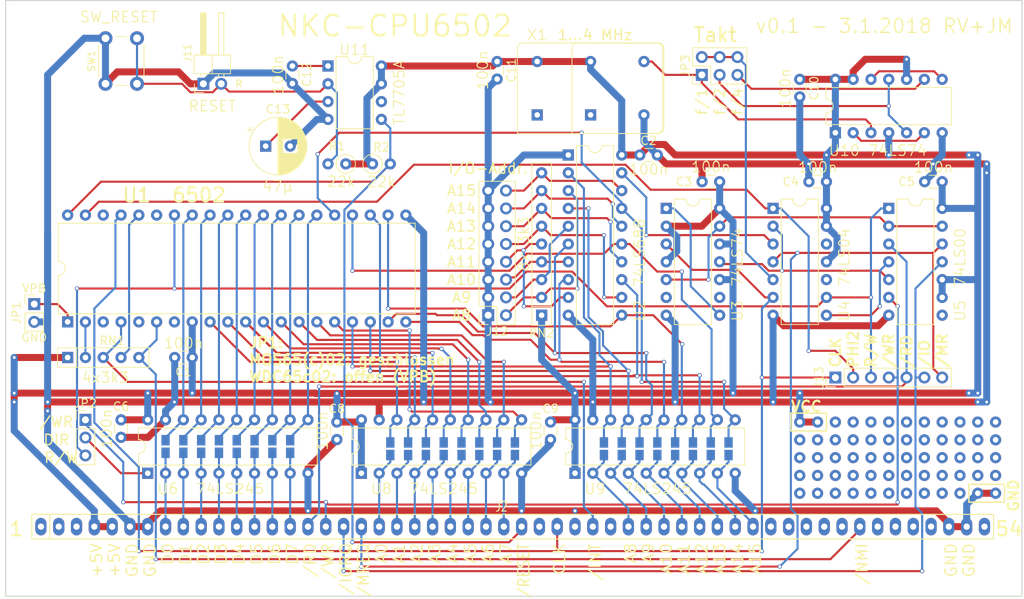
<source format=kicad_pcb>
(kicad_pcb (version 20171130) (host pcbnew "(5.0.2)-1")
  (layers (0 F.Cu signal) (31 B.Cu signal) (34 B.Paste user) (35 F.Paste user) (36 B.SilkS user) (37 F.SilkS user) (38 B.Mask user) (39 F.Mask user) (44 Edge.Cuts user))
  (net 0 "")
  (net 1 "Net-(U2-Pad19)")
  (net 2 "Net-(U3-Pad13)")
  (net 3 "Net-(U3-Pad1)")
  (net 4 "Net-(U4-Pad8)")
  (net 5 VCC)
  (net 6 GND)
  (net 7 /A11)
  (net 8 /A10)
  (net 9 /A9)
  (net 10 /A8)
  (net 11 /A7)
  (net 12 /A6)
  (net 13 /A5)
  (net 14 /D0)
  (net 15 /A4)
  (net 16 /D1)
  (net 17 /A3)
  (net 18 /D2)
  (net 19 /A2)
  (net 20 /D3)
  (net 21 /A1)
  (net 22 /D4)
  (net 23 /A0)
  (net 24 /D5)
  (net 25 /D6)
  (net 26 /D7)
  (net 27 /A14)
  (net 28 /A13)
  (net 29 /A12)
  (net 30 /PHI2)
  (net 31 /-INT)
  (net 32 /-NMI)
  (net 33 /RDY)
  (net 34 /BE)
  (net 35 /-WR)
  (net 36 /-IORQ)
  (net 37 /-RD)
  (net 38 /CLK)
  (net 39 /A15)
  (net 40 /-PHI2)
  (net 41 /-MREQ)
  (net 42 /NKC_D0)
  (net 43 /NKC_D1)
  (net 44 /NKC_D2)
  (net 45 /NKC_D3)
  (net 46 /NKC_D4)
  (net 47 /NKC_D5)
  (net 48 /NKC_D6)
  (net 49 /NKC_D7)
  (net 50 /NKC_A15)
  (net 51 /NKC_A14)
  (net 52 /NKC_A13)
  (net 53 /NKC_A12)
  (net 54 /NKC_A11)
  (net 55 /NKC_A10)
  (net 56 /NKC_A9)
  (net 57 /NKC_A8)
  (net 58 /NKC_A7)
  (net 59 /NKC_A6)
  (net 60 /NKC_A5)
  (net 61 /NKC_A4)
  (net 62 /NKC_A3)
  (net 63 /NKC_A2)
  (net 64 /NKC_A1)
  (net 65 /NKC_A0)
  (net 66 "Net-(U10-Pad2)")
  (net 67 "Net-(C12-Pad1)")
  (net 68 "Net-(C13-Pad1)")
  (net 69 "Net-(J11-Pad2)")
  (net 70 /-RESET)
  (net 71 "Net-(JP1-Pad1)")
  (net 72 "Net-(JP2-Pad2)")
  (net 73 /R-W)
  (net 74 "Net-(JP3-Pad1)")
  (net 75 "Net-(JP3-Pad2)")
  (net 76 "Net-(U10-Pad12)")
  (net 77 "Net-(J12-Pad10)")
  (net 78 "Net-(J12-Pad12)")
  (net 79 "Net-(J12-Pad14)")
  (net 80 "Net-(J12-Pad16)")
  (net 81 "Net-(J12-Pad2)")
  (net 82 "Net-(J12-Pad4)")
  (net 83 "Net-(J12-Pad6)")
  (net 84 "Net-(J12-Pad8)")
  (net 85 "Net-(JP3-Pad3)")
  (net 86 "Net-(JP3-Pad5)")
  (module Connector_Wire:SolderWirePad_1x01_Drill0.8mm (layer F.Cu) (at 160.3375 105.7275)
    (fp_text reference REF** hide)
    (fp_text value SolderWirePad_1x01_Drill0.8mm hide)
    (pad 1 thru_hole circle (at 0 0) (size 1.6 1.6) (drill 0.8) (layers *.Cu *.Mask) (net 6 GND))
  )
  (module Connector_Wire:SolderWirePad_1x01_Drill0.8mm (layer F.Cu) (at 160.3375 98.1075)
    (fp_text reference REF** hide)
    (fp_text value SolderWirePad_1x01_Drill0.8mm hide)
    (pad 1 thru_hole circle (at 0 0) (size 1.6 1.6) (drill 0.8) (layers *.Cu *.Mask))
  )
  (module Connector_Wire:SolderWirePad_1x01_Drill0.8mm (layer F.Cu) (at 160.3375 100.6475)
    (fp_text reference REF** hide)
    (fp_text value SolderWirePad_1x01_Drill0.8mm hide)
    (pad 1 thru_hole circle (at 0 0) (size 1.6 1.6) (drill 0.8) (layers *.Cu *.Mask))
  )
  (module Connector_Wire:SolderWirePad_1x01_Drill0.8mm (layer F.Cu) (at 160.3375 103.1875)
    (fp_text reference REF** hide)
    (fp_text value SolderWirePad_1x01_Drill0.8mm hide)
    (pad 1 thru_hole circle (at 0 0) (size 1.6 1.6) (drill 0.8) (layers *.Cu *.Mask))
  )
  (module Connector_Wire:SolderWirePad_1x01_Drill0.8mm (layer F.Cu) (at 160.3375 95.5675)
    (fp_text reference REF** hide)
    (fp_text value SolderWirePad_1x01_Drill0.8mm hide)
    (pad 1 thru_hole circle (at 0 0) (size 1.6 1.6) (drill 0.8) (layers *.Cu *.Mask))
  )
  (module Connector_Wire:SolderWirePad_1x01_Drill0.8mm (layer F.Cu) (at 157.7975 100.6475)
    (fp_text reference REF** hide)
    (fp_text value SolderWirePad_1x01_Drill0.8mm hide)
    (pad 1 thru_hole circle (at 0 0) (size 1.6 1.6) (drill 0.8) (layers *.Cu *.Mask))
  )
  (module Connector_Wire:SolderWirePad_1x01_Drill0.8mm (layer F.Cu) (at 157.7975 98.1075)
    (fp_text reference REF** hide)
    (fp_text value SolderWirePad_1x01_Drill0.8mm hide)
    (pad 1 thru_hole circle (at 0 0) (size 1.6 1.6) (drill 0.8) (layers *.Cu *.Mask))
  )
  (module Connector_Wire:SolderWirePad_1x01_Drill0.8mm (layer F.Cu) (at 157.7975 95.5675)
    (fp_text reference REF** hide)
    (fp_text value SolderWirePad_1x01_Drill0.8mm hide)
    (pad 1 thru_hole circle (at 0 0) (size 1.6 1.6) (drill 0.8) (layers *.Cu *.Mask))
  )
  (module Connector_Wire:SolderWirePad_1x01_Drill0.8mm (layer F.Cu) (at 157.7975 103.1875)
    (fp_text reference REF** hide)
    (fp_text value SolderWirePad_1x01_Drill0.8mm hide)
    (pad 1 thru_hole circle (at 0 0) (size 1.6 1.6) (drill 0.8) (layers *.Cu *.Mask))
  )
  (module Connector_Wire:SolderWirePad_1x01_Drill0.8mm (layer F.Cu) (at 157.7975 105.7275)
    (fp_text reference REF** hide)
    (fp_text value SolderWirePad_1x01_Drill0.8mm hide)
    (pad 1 thru_hole circle (at 0 0) (size 1.6 1.6) (drill 0.8) (layers *.Cu *.Mask) (net 6 GND))
  )
  (module Connector_Wire:SolderWirePad_1x01_Drill0.8mm (layer F.Cu) (at 155.2575 100.6475)
    (fp_text reference REF** hide)
    (fp_text value SolderWirePad_1x01_Drill0.8mm hide)
    (pad 1 thru_hole circle (at 0 0) (size 1.6 1.6) (drill 0.8) (layers *.Cu *.Mask))
  )
  (module Connector_Wire:SolderWirePad_1x01_Drill0.8mm (layer F.Cu) (at 155.2575 98.1075)
    (fp_text reference REF** hide)
    (fp_text value SolderWirePad_1x01_Drill0.8mm hide)
    (pad 1 thru_hole circle (at 0 0) (size 1.6 1.6) (drill 0.8) (layers *.Cu *.Mask))
  )
  (module Connector_Wire:SolderWirePad_1x01_Drill0.8mm (layer F.Cu) (at 155.2575 95.5675)
    (fp_text reference REF** hide)
    (fp_text value SolderWirePad_1x01_Drill0.8mm hide)
    (pad 1 thru_hole circle (at 0 0) (size 1.6 1.6) (drill 0.8) (layers *.Cu *.Mask))
  )
  (module Connector_Wire:SolderWirePad_1x01_Drill0.8mm (layer F.Cu) (at 155.2575 103.1875)
    (fp_text reference REF** hide)
    (fp_text value SolderWirePad_1x01_Drill0.8mm hide)
    (pad 1 thru_hole circle (at 0 0) (size 1.6 1.6) (drill 0.8) (layers *.Cu *.Mask))
  )
  (module Connector_Wire:SolderWirePad_1x01_Drill0.8mm (layer F.Cu) (at 155.2575 105.7275)
    (fp_text reference REF** hide)
    (fp_text value SolderWirePad_1x01_Drill0.8mm hide)
    (pad 1 thru_hole circle (at 0 0) (size 1.6 1.6) (drill 0.8) (layers *.Cu *.Mask))
  )
  (module Connector_Wire:SolderWirePad_1x01_Drill0.8mm (layer F.Cu) (at 152.7175 100.6475)
    (fp_text reference REF** hide)
    (fp_text value SolderWirePad_1x01_Drill0.8mm hide)
    (pad 1 thru_hole circle (at 0 0) (size 1.6 1.6) (drill 0.8) (layers *.Cu *.Mask))
  )
  (module Connector_Wire:SolderWirePad_1x01_Drill0.8mm (layer F.Cu) (at 152.7175 98.1075)
    (fp_text reference REF** hide)
    (fp_text value SolderWirePad_1x01_Drill0.8mm hide)
    (pad 1 thru_hole circle (at 0 0) (size 1.6 1.6) (drill 0.8) (layers *.Cu *.Mask))
  )
  (module Connector_Wire:SolderWirePad_1x01_Drill0.8mm (layer F.Cu) (at 152.7175 95.5675)
    (fp_text reference REF** hide)
    (fp_text value SolderWirePad_1x01_Drill0.8mm hide)
    (pad 1 thru_hole circle (at 0 0) (size 1.6 1.6) (drill 0.8) (layers *.Cu *.Mask))
  )
  (module Connector_Wire:SolderWirePad_1x01_Drill0.8mm (layer F.Cu) (at 152.7175 103.1875)
    (fp_text reference REF** hide)
    (fp_text value SolderWirePad_1x01_Drill0.8mm hide)
    (pad 1 thru_hole circle (at 0 0) (size 1.6 1.6) (drill 0.8) (layers *.Cu *.Mask))
  )
  (module Connector_Wire:SolderWirePad_1x01_Drill0.8mm (layer F.Cu) (at 152.7175 105.7275)
    (fp_text reference REF** hide)
    (fp_text value SolderWirePad_1x01_Drill0.8mm hide)
    (pad 1 thru_hole circle (at 0 0) (size 1.6 1.6) (drill 0.8) (layers *.Cu *.Mask))
  )
  (module Connector_Wire:SolderWirePad_1x01_Drill0.8mm (layer F.Cu) (at 150.1775 100.6475)
    (fp_text reference REF** hide)
    (fp_text value SolderWirePad_1x01_Drill0.8mm hide)
    (pad 1 thru_hole circle (at 0 0) (size 1.6 1.6) (drill 0.8) (layers *.Cu *.Mask))
  )
  (module Connector_Wire:SolderWirePad_1x01_Drill0.8mm (layer F.Cu) (at 150.1775 98.1075)
    (fp_text reference REF** hide)
    (fp_text value SolderWirePad_1x01_Drill0.8mm hide)
    (pad 1 thru_hole circle (at 0 0) (size 1.6 1.6) (drill 0.8) (layers *.Cu *.Mask))
  )
  (module Connector_Wire:SolderWirePad_1x01_Drill0.8mm (layer F.Cu) (at 150.1775 95.5675)
    (fp_text reference REF** hide)
    (fp_text value SolderWirePad_1x01_Drill0.8mm hide)
    (pad 1 thru_hole circle (at 0 0) (size 1.6 1.6) (drill 0.8) (layers *.Cu *.Mask))
  )
  (module Connector_Wire:SolderWirePad_1x01_Drill0.8mm (layer F.Cu) (at 150.1775 103.1875)
    (fp_text reference REF** hide)
    (fp_text value SolderWirePad_1x01_Drill0.8mm hide)
    (pad 1 thru_hole circle (at 0 0) (size 1.6 1.6) (drill 0.8) (layers *.Cu *.Mask))
  )
  (module Connector_Wire:SolderWirePad_1x01_Drill0.8mm (layer F.Cu) (at 150.1775 105.7275)
    (fp_text reference REF** hide)
    (fp_text value SolderWirePad_1x01_Drill0.8mm hide)
    (pad 1 thru_hole circle (at 0 0) (size 1.6 1.6) (drill 0.8) (layers *.Cu *.Mask))
  )
  (module Connector_Wire:SolderWirePad_1x01_Drill0.8mm (layer F.Cu) (at 147.6375 100.6475)
    (fp_text reference REF** hide)
    (fp_text value SolderWirePad_1x01_Drill0.8mm hide)
    (pad 1 thru_hole circle (at 0 0) (size 1.6 1.6) (drill 0.8) (layers *.Cu *.Mask))
  )
  (module Connector_Wire:SolderWirePad_1x01_Drill0.8mm (layer F.Cu) (at 147.6375 98.1075)
    (fp_text reference REF** hide)
    (fp_text value SolderWirePad_1x01_Drill0.8mm hide)
    (pad 1 thru_hole circle (at 0 0) (size 1.6 1.6) (drill 0.8) (layers *.Cu *.Mask))
  )
  (module Connector_Wire:SolderWirePad_1x01_Drill0.8mm (layer F.Cu) (at 147.6375 95.5675)
    (fp_text reference REF** hide)
    (fp_text value SolderWirePad_1x01_Drill0.8mm hide)
    (pad 1 thru_hole circle (at 0 0) (size 1.6 1.6) (drill 0.8) (layers *.Cu *.Mask))
  )
  (module Connector_Wire:SolderWirePad_1x01_Drill0.8mm (layer F.Cu) (at 147.6375 103.1875)
    (fp_text reference REF** hide)
    (fp_text value SolderWirePad_1x01_Drill0.8mm hide)
    (pad 1 thru_hole circle (at 0 0) (size 1.6 1.6) (drill 0.8) (layers *.Cu *.Mask))
  )
  (module Connector_Wire:SolderWirePad_1x01_Drill0.8mm (layer F.Cu) (at 147.6375 105.7275)
    (fp_text reference REF** hide)
    (fp_text value SolderWirePad_1x01_Drill0.8mm hide)
    (pad 1 thru_hole circle (at 0 0) (size 1.6 1.6) (drill 0.8) (layers *.Cu *.Mask))
  )
  (module Connector_Wire:SolderWirePad_1x01_Drill0.8mm (layer F.Cu) (at 145.0975 100.6475)
    (fp_text reference REF** hide)
    (fp_text value SolderWirePad_1x01_Drill0.8mm hide)
    (pad 1 thru_hole circle (at 0 0) (size 1.6 1.6) (drill 0.8) (layers *.Cu *.Mask))
  )
  (module Connector_Wire:SolderWirePad_1x01_Drill0.8mm (layer F.Cu) (at 145.0975 95.5675)
    (fp_text reference REF** hide)
    (fp_text value SolderWirePad_1x01_Drill0.8mm hide)
    (pad 1 thru_hole circle (at 0 0) (size 1.6 1.6) (drill 0.8) (layers *.Cu *.Mask))
  )
  (module Connector_Wire:SolderWirePad_1x01_Drill0.8mm (layer F.Cu) (at 145.0975 103.1875)
    (fp_text reference REF** hide)
    (fp_text value SolderWirePad_1x01_Drill0.8mm hide)
    (pad 1 thru_hole circle (at 0 0) (size 1.6 1.6) (drill 0.8) (layers *.Cu *.Mask))
  )
  (module Connector_Wire:SolderWirePad_1x01_Drill0.8mm (layer F.Cu) (at 145.0975 98.1075)
    (fp_text reference REF** hide)
    (fp_text value SolderWirePad_1x01_Drill0.8mm hide)
    (pad 1 thru_hole circle (at 0 0) (size 1.6 1.6) (drill 0.8) (layers *.Cu *.Mask))
  )
  (module Connector_Wire:SolderWirePad_1x01_Drill0.8mm (layer F.Cu) (at 145.0975 105.7275)
    (fp_text reference REF** hide)
    (fp_text value SolderWirePad_1x01_Drill0.8mm hide)
    (pad 1 thru_hole circle (at 0 0) (size 1.6 1.6) (drill 0.8) (layers *.Cu *.Mask))
  )
  (module Connector_Wire:SolderWirePad_1x01_Drill0.8mm (layer F.Cu) (at 142.5575 100.6475)
    (fp_text reference REF** hide)
    (fp_text value SolderWirePad_1x01_Drill0.8mm hide)
    (pad 1 thru_hole circle (at 0 0) (size 1.6 1.6) (drill 0.8) (layers *.Cu *.Mask))
  )
  (module Connector_Wire:SolderWirePad_1x01_Drill0.8mm (layer F.Cu) (at 142.5575 95.5675)
    (fp_text reference REF** hide)
    (fp_text value SolderWirePad_1x01_Drill0.8mm hide)
    (pad 1 thru_hole circle (at 0 0) (size 1.6 1.6) (drill 0.8) (layers *.Cu *.Mask))
  )
  (module Connector_Wire:SolderWirePad_1x01_Drill0.8mm (layer F.Cu) (at 142.5575 105.7275)
    (fp_text reference REF** hide)
    (fp_text value SolderWirePad_1x01_Drill0.8mm hide)
    (pad 1 thru_hole circle (at 0 0) (size 1.6 1.6) (drill 0.8) (layers *.Cu *.Mask))
  )
  (module Connector_Wire:SolderWirePad_1x01_Drill0.8mm (layer F.Cu) (at 142.5575 103.1875)
    (fp_text reference REF** hide)
    (fp_text value SolderWirePad_1x01_Drill0.8mm hide)
    (pad 1 thru_hole circle (at 0 0) (size 1.6 1.6) (drill 0.8) (layers *.Cu *.Mask))
  )
  (module Connector_Wire:SolderWirePad_1x01_Drill0.8mm (layer F.Cu) (at 142.5575 98.1075)
    (fp_text reference REF** hide)
    (fp_text value SolderWirePad_1x01_Drill0.8mm hide)
    (pad 1 thru_hole circle (at 0 0) (size 1.6 1.6) (drill 0.8) (layers *.Cu *.Mask))
  )
  (module Connector_Wire:SolderWirePad_1x01_Drill0.8mm (layer F.Cu) (at 140.0175 95.5675)
    (fp_text reference REF** hide)
    (fp_text value SolderWirePad_1x01_Drill0.8mm hide)
    (pad 1 thru_hole circle (at 0 0) (size 1.6 1.6) (drill 0.8) (layers *.Cu *.Mask))
  )
  (module Connector_Wire:SolderWirePad_1x01_Drill0.8mm (layer F.Cu) (at 140.0175 100.6475)
    (fp_text reference REF** hide)
    (fp_text value SolderWirePad_1x01_Drill0.8mm hide)
    (pad 1 thru_hole circle (at 0 0) (size 1.6 1.6) (drill 0.8) (layers *.Cu *.Mask))
  )
  (module Connector_Wire:SolderWirePad_1x01_Drill0.8mm (layer F.Cu) (at 140.0175 105.7275)
    (fp_text reference REF** hide)
    (fp_text value SolderWirePad_1x01_Drill0.8mm hide)
    (pad 1 thru_hole circle (at 0 0) (size 1.6 1.6) (drill 0.8) (layers *.Cu *.Mask))
  )
  (module Connector_Wire:SolderWirePad_1x01_Drill0.8mm (layer F.Cu) (at 140.0175 103.1875)
    (fp_text reference REF** hide)
    (fp_text value SolderWirePad_1x01_Drill0.8mm hide)
    (pad 1 thru_hole circle (at 0 0) (size 1.6 1.6) (drill 0.8) (layers *.Cu *.Mask))
  )
  (module Connector_Wire:SolderWirePad_1x01_Drill0.8mm (layer F.Cu) (at 140.0175 98.1075)
    (fp_text reference REF** hide)
    (fp_text value SolderWirePad_1x01_Drill0.8mm hide)
    (pad 1 thru_hole circle (at 0 0) (size 1.6 1.6) (drill 0.8) (layers *.Cu *.Mask))
  )
  (module Connector_Wire:SolderWirePad_1x01_Drill0.8mm (layer F.Cu) (at 137.4775 95.5675)
    (fp_text reference REF** hide)
    (fp_text value SolderWirePad_1x01_Drill0.8mm hide)
    (pad 1 thru_hole circle (at 0 0) (size 1.6 1.6) (drill 0.8) (layers *.Cu *.Mask))
  )
  (module Connector_Wire:SolderWirePad_1x01_Drill0.8mm (layer F.Cu) (at 137.4775 100.6475)
    (fp_text reference REF** hide)
    (fp_text value SolderWirePad_1x01_Drill0.8mm hide)
    (pad 1 thru_hole circle (at 0 0) (size 1.6 1.6) (drill 0.8) (layers *.Cu *.Mask))
  )
  (module Connector_Wire:SolderWirePad_1x01_Drill0.8mm (layer F.Cu) (at 137.4775 105.7275)
    (fp_text reference REF** hide)
    (fp_text value SolderWirePad_1x01_Drill0.8mm hide)
    (pad 1 thru_hole circle (at 0 0) (size 1.6 1.6) (drill 0.8) (layers *.Cu *.Mask))
  )
  (module Connector_Wire:SolderWirePad_1x01_Drill0.8mm (layer F.Cu) (at 137.4775 98.1075)
    (fp_text reference REF** hide)
    (fp_text value SolderWirePad_1x01_Drill0.8mm hide)
    (pad 1 thru_hole circle (at 0 0) (size 1.6 1.6) (drill 0.8) (layers *.Cu *.Mask))
  )
  (module Connector_Wire:SolderWirePad_1x01_Drill0.8mm (layer F.Cu) (at 137.4775 103.1875)
    (fp_text reference REF** hide)
    (fp_text value SolderWirePad_1x01_Drill0.8mm hide)
    (pad 1 thru_hole circle (at 0 0) (size 1.6 1.6) (drill 0.8) (layers *.Cu *.Mask))
  )
  (module Connector_Wire:SolderWirePad_1x01_Drill0.8mm (layer F.Cu) (at 134.9375 95.5675)
    (fp_text reference REF** hide)
    (fp_text value SolderWirePad_1x01_Drill0.8mm hide)
    (pad 1 thru_hole circle (at 0 0) (size 1.6 1.6) (drill 0.8) (layers *.Cu *.Mask) (net 5 VCC))
  )
  (module Connector_Wire:SolderWirePad_1x01_Drill0.8mm (layer F.Cu) (at 134.9375 105.7275)
    (fp_text reference REF** hide)
    (fp_text value SolderWirePad_1x01_Drill0.8mm hide)
    (pad 1 thru_hole circle (at 0 0) (size 1.6 1.6) (drill 0.8) (layers *.Cu *.Mask))
  )
  (module Connector_Wire:SolderWirePad_1x01_Drill0.8mm (layer F.Cu) (at 134.9375 98.1075)
    (fp_text reference REF** hide)
    (fp_text value SolderWirePad_1x01_Drill0.8mm hide)
    (pad 1 thru_hole circle (at 0 0) (size 1.6 1.6) (drill 0.8) (layers *.Cu *.Mask))
  )
  (module Connector_Wire:SolderWirePad_1x01_Drill0.8mm (layer F.Cu) (at 134.9375 103.1875)
    (fp_text reference REF** hide)
    (fp_text value SolderWirePad_1x01_Drill0.8mm hide)
    (pad 1 thru_hole circle (at 0 0) (size 1.6 1.6) (drill 0.8) (layers *.Cu *.Mask))
  )
  (module Connector_Wire:SolderWirePad_1x01_Drill0.8mm (layer F.Cu) (at 134.9375 100.6475)
    (fp_text reference REF** hide)
    (fp_text value SolderWirePad_1x01_Drill0.8mm hide)
    (pad 1 thru_hole circle (at 0 0) (size 1.6 1.6) (drill 0.8) (layers *.Cu *.Mask))
  )
  (module Connector_Wire:SolderWirePad_1x01_Drill0.8mm (layer F.Cu) (at 132.3975 105.7275)
    (fp_text reference REF** hide)
    (fp_text value SolderWirePad_1x01_Drill0.8mm hide)
    (pad 1 thru_hole circle (at 0 0) (size 1.6 1.6) (drill 0.8) (layers *.Cu *.Mask))
  )
  (module Connector_Wire:SolderWirePad_1x01_Drill0.8mm (layer F.Cu) (at 132.3975 103.1875)
    (fp_text reference REF** hide)
    (fp_text value SolderWirePad_1x01_Drill0.8mm hide)
    (pad 1 thru_hole circle (at 0 0) (size 1.6 1.6) (drill 0.8) (layers *.Cu *.Mask))
  )
  (module Connector_Wire:SolderWirePad_1x01_Drill0.8mm (layer F.Cu) (at 132.3975 100.6475)
    (fp_text reference REF** hide)
    (fp_text value SolderWirePad_1x01_Drill0.8mm hide)
    (pad 1 thru_hole circle (at 0 0) (size 1.6 1.6) (drill 0.8) (layers *.Cu *.Mask))
  )
  (module Connector_Wire:SolderWirePad_1x01_Drill0.8mm (layer F.Cu) (at 132.3975 98.1075)
    (fp_text reference REF** hide)
    (fp_text value SolderWirePad_1x01_Drill0.8mm hide)
    (pad 1 thru_hole circle (at 0 0) (size 1.6 1.6) (drill 0.8) (layers *.Cu *.Mask))
  )
  (module Connector_Wire:SolderWirePad_1x01_Drill0.8mm (layer F.Cu) (at 132.3975 95.5675)
    (fp_text reference REF** hide)
    (fp_text value SolderWirePad_1x01_Drill0.8mm hide)
    (pad 1 thru_hole circle (at 0 0) (size 1.6 1.6) (drill 0.8) (layers *.Cu *.Mask) (net 5 VCC))
  )
  (module rene:NKC-BUS-full (layer F.Cu) (at 91.44 110.49)
    (fp_text reference J2 (at -1.5875 -2.8575) (layer F.SilkS) (effects (font (size 1.4 1))))
    (fp_text value NKC-BUS-full)
    (pad 54 thru_hole oval (at 67.31 0) (size 1.6 2.5) (drill 0.9) (layers *.Cu *.Mask))
    (pad 53 thru_hole oval (at 64.77 0) (size 1.6 2.5) (drill 0.9) (layers *.Cu *.Mask) (net 6 GND))
    (pad 52 thru_hole oval (at 62.23 0) (size 1.6 2.5) (drill 0.9) (layers *.Cu *.Mask) (net 6 GND))
    (pad 51 thru_hole oval (at 59.69 0) (size 1.6 2.5) (drill 0.9) (layers *.Cu *.Mask))
    (pad 50 thru_hole oval (at 57.15 0) (size 1.6 2.5) (drill 0.9) (layers *.Cu *.Mask))
    (pad 49 thru_hole oval (at 54.61 0) (size 1.6 2.5) (drill 0.9) (layers *.Cu *.Mask))
    (pad 48 thru_hole oval (at 52.07 0) (size 1.6 2.5) (drill 0.9) (layers *.Cu *.Mask))
    (pad 47 thru_hole oval (at 49.53 0) (size 1.6 2.5) (drill 0.9) (layers *.Cu *.Mask) (net 32 /-NMI))
    (pad 46 thru_hole oval (at 46.99 0) (size 1.6 2.5) (drill 0.9) (layers *.Cu *.Mask))
    (pad 45 thru_hole oval (at 44.45 0) (size 1.6 2.5) (drill 0.9) (layers *.Cu *.Mask))
    (pad 44 thru_hole oval (at 41.91 0) (size 1.6 2.5) (drill 0.9) (layers *.Cu *.Mask))
    (pad 43 thru_hole oval (at 39.37 0) (size 1.6 2.5) (drill 0.9) (layers *.Cu *.Mask))
    (pad 42 thru_hole oval (at 36.83 0) (size 1.6 2.5) (drill 0.9) (layers *.Cu *.Mask))
    (pad 41 thru_hole oval (at 34.29 0) (size 1.6 2.5) (drill 0.9) (layers *.Cu *.Mask) (net 50 /NKC_A15))
    (pad 40 thru_hole oval (at 31.75 0) (size 1.6 2.5) (drill 0.9) (layers *.Cu *.Mask) (net 51 /NKC_A14))
    (pad 39 thru_hole oval (at 29.21 0) (size 1.6 2.5) (drill 0.9) (layers *.Cu *.Mask) (net 52 /NKC_A13))
    (pad 38 thru_hole oval (at 26.67 0) (size 1.6 2.5) (drill 0.9) (layers *.Cu *.Mask) (net 53 /NKC_A12))
    (pad 37 thru_hole oval (at 24.13 0) (size 1.6 2.5) (drill 0.9) (layers *.Cu *.Mask) (net 54 /NKC_A11))
    (pad 36 thru_hole oval (at 21.59 0) (size 1.6 2.5) (drill 0.9) (layers *.Cu *.Mask) (net 55 /NKC_A10))
    (pad 35 thru_hole oval (at 19.05 0) (size 1.6 2.5) (drill 0.9) (layers *.Cu *.Mask) (net 56 /NKC_A9))
    (pad 34 thru_hole oval (at 16.51 0) (size 1.6 2.5) (drill 0.9) (layers *.Cu *.Mask) (net 57 /NKC_A8))
    (pad 33 thru_hole oval (at 13.97 0) (size 1.6 2.5) (drill 0.9) (layers *.Cu *.Mask))
    (pad 32 thru_hole oval (at 11.43 0) (size 1.6 2.5) (drill 0.9) (layers *.Cu *.Mask) (net 31 /-INT))
    (pad 31 thru_hole oval (at 8.89 0) (size 1.6 2.5) (drill 0.9) (layers *.Cu *.Mask))
    (pad 30 thru_hole oval (at 6.35 0) (size 1.6 2.5) (drill 0.9) (layers *.Cu *.Mask) (net 38 /CLK))
    (pad 29 thru_hole oval (at 3.81 0) (size 1.6 2.5) (drill 0.9) (layers *.Cu *.Mask))
    (pad 28 thru_hole oval (at 1.27 0) (size 1.6 2.5) (drill 0.9) (layers *.Cu *.Mask) (net 70 /-RESET))
    (pad 27 thru_hole oval (at -1.27 0) (size 1.6 2.5) (drill 0.9) (layers *.Cu *.Mask) (net 58 /NKC_A7))
    (pad 26 thru_hole oval (at -3.81 0) (size 1.6 2.5) (drill 0.9) (layers *.Cu *.Mask) (net 59 /NKC_A6))
    (pad 25 thru_hole oval (at -6.35 0) (size 1.6 2.5) (drill 0.9) (layers *.Cu *.Mask) (net 60 /NKC_A5))
    (pad 24 thru_hole oval (at -8.89 0) (size 1.6 2.5) (drill 0.9) (layers *.Cu *.Mask) (net 61 /NKC_A4))
    (pad 23 thru_hole oval (at -11.43 0) (size 1.6 2.5) (drill 0.9) (layers *.Cu *.Mask) (net 62 /NKC_A3))
    (pad 22 thru_hole oval (at -13.97 0) (size 1.6 2.5) (drill 0.9) (layers *.Cu *.Mask) (net 63 /NKC_A2))
    (pad 21 thru_hole oval (at -16.51 0) (size 1.6 2.5) (drill 0.9) (layers *.Cu *.Mask) (net 64 /NKC_A1))
    (pad 20 thru_hole oval (at -19.05 0) (size 1.6 2.5) (drill 0.9) (layers *.Cu *.Mask) (net 65 /NKC_A0))
    (pad 19 thru_hole oval (at -21.59 0) (size 1.6 2.5) (drill 0.9) (layers *.Cu *.Mask) (net 41 /-MREQ))
    (pad 18 thru_hole oval (at -24.13 0) (size 1.6 2.5) (drill 0.9) (layers *.Cu *.Mask) (net 36 /-IORQ))
    (pad 17 thru_hole oval (at -26.67 0) (size 1.6 2.5) (drill 0.9) (layers *.Cu *.Mask) (net 35 /-WR))
    (pad 16 thru_hole oval (at -29.21 0) (size 1.6 2.5) (drill 0.9) (layers *.Cu *.Mask) (net 37 /-RD))
    (pad 15 thru_hole oval (at -31.75 0) (size 1.6 2.5) (drill 0.9) (layers *.Cu *.Mask) (net 49 /NKC_D7))
    (pad 14 thru_hole oval (at -34.29 0) (size 1.6 2.5) (drill 0.9) (layers *.Cu *.Mask) (net 48 /NKC_D6))
    (pad 13 thru_hole oval (at -36.83 0) (size 1.6 2.5) (drill 0.9) (layers *.Cu *.Mask) (net 47 /NKC_D5))
    (pad 12 thru_hole oval (at -39.37 0) (size 1.6 2.5) (drill 0.9) (layers *.Cu *.Mask) (net 46 /NKC_D4))
    (pad 11 thru_hole oval (at -41.91 0) (size 1.6 2.5) (drill 0.9) (layers *.Cu *.Mask) (net 45 /NKC_D3))
    (pad 10 thru_hole oval (at -44.45 0) (size 1.6 2.5) (drill 0.9) (layers *.Cu *.Mask) (net 44 /NKC_D2))
    (pad 9 thru_hole oval (at -46.99 0) (size 1.6 2.5) (drill 0.9) (layers *.Cu *.Mask) (net 43 /NKC_D1))
    (pad 8 thru_hole oval (at -49.53 0) (size 1.6 2.5) (drill 0.9) (layers *.Cu *.Mask) (net 42 /NKC_D0))
    (pad 7 thru_hole oval (at -52.07 0) (size 1.6 2.5) (drill 0.9) (layers *.Cu *.Mask) (net 6 GND))
    (pad 6 thru_hole oval (at -54.61 0) (size 1.6 2.5) (drill 0.9) (layers *.Cu *.Mask) (net 6 GND))
    (pad 5 thru_hole oval (at -57.15 0) (size 1.6 2.5) (drill 0.9) (layers *.Cu *.Mask) (net 5 VCC))
    (pad 4 thru_hole oval (at -59.69 0) (size 1.6 2.5) (drill 0.9) (layers *.Cu *.Mask) (net 5 VCC))
    (pad 3 thru_hole oval (at -62.23 0) (size 1.6 2.5) (drill 0.9) (layers *.Cu *.Mask))
    (pad 2 thru_hole oval (at -64.77 0) (size 1.6 2.5) (drill 0.9) (layers *.Cu *.Mask))
    (pad 1 thru_hole oval (at -67.31 0) (size 1.6 2.5) (drill 0.9) (layers *.Cu *.Mask))
  )
  (module Package_DIP:DIP-20_W7.62mm (layer F.Cu) (at 69.85 102.87 90)
    (fp_text reference U8 (at -2.2225 2.8575 180) (layer F.SilkS) (effects (font (size 1.5 1.5))))
    (fp_text value 74LS245 (at -2.2225 11.7475 180) (layer F.SilkS) (effects (font (size 1.5 1.5))))
    (pad 1 thru_hole rect (at 0 0 90) (size 1.6 1.6) (drill 0.8) (layers *.Cu *.Mask) (net 5 VCC))
    (pad 11 thru_hole oval (at 7.62 22.86 90) (size 1.6 1.6) (drill 0.8) (layers *.Cu *.Mask) (net 11 /A7))
    (pad 2 thru_hole oval (at 0 2.54 90) (size 1.6 1.6) (drill 0.8) (layers *.Cu *.Mask) (net 65 /NKC_A0))
    (pad 12 thru_hole oval (at 7.62 20.32 90) (size 1.6 1.6) (drill 0.8) (layers *.Cu *.Mask) (net 12 /A6))
    (pad 3 thru_hole oval (at 0 5.08 90) (size 1.6 1.6) (drill 0.8) (layers *.Cu *.Mask) (net 64 /NKC_A1))
    (pad 13 thru_hole oval (at 7.62 17.78 90) (size 1.6 1.6) (drill 0.8) (layers *.Cu *.Mask) (net 13 /A5))
    (pad 4 thru_hole oval (at 0 7.62 90) (size 1.6 1.6) (drill 0.8) (layers *.Cu *.Mask) (net 63 /NKC_A2))
    (pad 14 thru_hole oval (at 7.62 15.24 90) (size 1.6 1.6) (drill 0.8) (layers *.Cu *.Mask) (net 15 /A4))
    (pad 5 thru_hole oval (at 0 10.16 90) (size 1.6 1.6) (drill 0.8) (layers *.Cu *.Mask) (net 62 /NKC_A3))
    (pad 15 thru_hole oval (at 7.62 12.7 90) (size 1.6 1.6) (drill 0.8) (layers *.Cu *.Mask) (net 17 /A3))
    (pad 6 thru_hole oval (at 0 12.7 90) (size 1.6 1.6) (drill 0.8) (layers *.Cu *.Mask) (net 61 /NKC_A4))
    (pad 16 thru_hole oval (at 7.62 10.16 90) (size 1.6 1.6) (drill 0.8) (layers *.Cu *.Mask) (net 19 /A2))
    (pad 7 thru_hole oval (at 0 15.24 90) (size 1.6 1.6) (drill 0.8) (layers *.Cu *.Mask) (net 60 /NKC_A5))
    (pad 17 thru_hole oval (at 7.62 7.62 90) (size 1.6 1.6) (drill 0.8) (layers *.Cu *.Mask) (net 21 /A1))
    (pad 8 thru_hole oval (at 0 17.78 90) (size 1.6 1.6) (drill 0.8) (layers *.Cu *.Mask) (net 59 /NKC_A6))
    (pad 18 thru_hole oval (at 7.62 5.08 90) (size 1.6 1.6) (drill 0.8) (layers *.Cu *.Mask) (net 23 /A0))
    (pad 9 thru_hole oval (at 0 20.32 90) (size 1.6 1.6) (drill 0.8) (layers *.Cu *.Mask) (net 58 /NKC_A7))
    (pad 19 thru_hole oval (at 7.62 2.54 90) (size 1.6 1.6) (drill 0.8) (layers *.Cu *.Mask) (net 6 GND))
    (pad 10 thru_hole oval (at 0 22.86 90) (size 1.6 1.6) (drill 0.8) (layers *.Cu *.Mask) (net 6 GND))
    (pad 20 thru_hole oval (at 7.62 0 90) (size 1.6 1.6) (drill 0.8) (layers *.Cu *.Mask) (net 5 VCC))
  )
  (module Package_DIP:DIP-20_W7.62mm (layer F.Cu) (at 39.37 102.87 90)
    (fp_text reference U6 (at -2.2225 2.8575 180) (layer F.SilkS) (effects (font (size 1.5 1.5))))
    (fp_text value 74LS245 (at -2.2225 11.7475 180) (layer F.SilkS) (effects (font (size 1.4 1.5))))
    (pad 1 thru_hole rect (at 0 0 90) (size 1.6 1.6) (drill 0.8) (layers *.Cu *.Mask) (net 72 "Net-(JP2-Pad2)"))
    (pad 11 thru_hole oval (at 7.62 22.86 90) (size 1.6 1.6) (drill 0.8) (layers *.Cu *.Mask) (net 26 /D7))
    (pad 2 thru_hole oval (at 0 2.54 90) (size 1.6 1.6) (drill 0.8) (layers *.Cu *.Mask) (net 42 /NKC_D0))
    (pad 12 thru_hole oval (at 7.62 20.32 90) (size 1.6 1.6) (drill 0.8) (layers *.Cu *.Mask) (net 25 /D6))
    (pad 3 thru_hole oval (at 0 5.08 90) (size 1.6 1.6) (drill 0.8) (layers *.Cu *.Mask) (net 43 /NKC_D1))
    (pad 13 thru_hole oval (at 7.62 17.78 90) (size 1.6 1.6) (drill 0.8) (layers *.Cu *.Mask) (net 24 /D5))
    (pad 4 thru_hole oval (at 0 7.62 90) (size 1.6 1.6) (drill 0.8) (layers *.Cu *.Mask) (net 44 /NKC_D2))
    (pad 14 thru_hole oval (at 7.62 15.24 90) (size 1.6 1.6) (drill 0.8) (layers *.Cu *.Mask) (net 22 /D4))
    (pad 5 thru_hole oval (at 0 10.16 90) (size 1.6 1.6) (drill 0.8) (layers *.Cu *.Mask) (net 45 /NKC_D3))
    (pad 15 thru_hole oval (at 7.62 12.7 90) (size 1.6 1.6) (drill 0.8) (layers *.Cu *.Mask) (net 20 /D3))
    (pad 6 thru_hole oval (at 0 12.7 90) (size 1.6 1.6) (drill 0.8) (layers *.Cu *.Mask) (net 46 /NKC_D4))
    (pad 16 thru_hole oval (at 7.62 10.16 90) (size 1.6 1.6) (drill 0.8) (layers *.Cu *.Mask) (net 18 /D2))
    (pad 7 thru_hole oval (at 0 15.24 90) (size 1.6 1.6) (drill 0.8) (layers *.Cu *.Mask) (net 47 /NKC_D5))
    (pad 17 thru_hole oval (at 7.62 7.62 90) (size 1.6 1.6) (drill 0.8) (layers *.Cu *.Mask) (net 16 /D1))
    (pad 8 thru_hole oval (at 0 17.78 90) (size 1.6 1.6) (drill 0.8) (layers *.Cu *.Mask) (net 48 /NKC_D6))
    (pad 18 thru_hole oval (at 7.62 5.08 90) (size 1.6 1.6) (drill 0.8) (layers *.Cu *.Mask) (net 14 /D0))
    (pad 9 thru_hole oval (at 0 20.32 90) (size 1.6 1.6) (drill 0.8) (layers *.Cu *.Mask) (net 49 /NKC_D7))
    (pad 19 thru_hole oval (at 7.62 2.54 90) (size 1.6 1.6) (drill 0.8) (layers *.Cu *.Mask) (net 6 GND))
    (pad 10 thru_hole oval (at 0 22.86 90) (size 1.6 1.6) (drill 0.8) (layers *.Cu *.Mask) (net 6 GND))
    (pad 20 thru_hole oval (at 7.62 0 90) (size 1.6 1.6) (drill 0.8) (layers *.Cu *.Mask) (net 5 VCC))
  )
  (module Package_DIP:DIP-20_W7.62mm (layer F.Cu) (at 100.33 102.87 90)
    (fp_text reference U9 (at -2.2225 2.8575) (layer F.SilkS) (effects (font (size 1.5 1.5))))
    (fp_text value 74LS245 (at -2.2225 11.7475) (layer F.SilkS) (effects (font (size 1.5 1.5))))
    (pad 20 thru_hole oval (at 7.62 0 90) (size 1.6 1.6) (drill 0.8) (layers *.Cu *.Mask) (net 5 VCC))
    (pad 10 thru_hole oval (at 0 22.86 90) (size 1.6 1.6) (drill 0.8) (layers *.Cu *.Mask) (net 6 GND))
    (pad 19 thru_hole oval (at 7.62 2.54 90) (size 1.6 1.6) (drill 0.8) (layers *.Cu *.Mask) (net 6 GND))
    (pad 9 thru_hole oval (at 0 20.32 90) (size 1.6 1.6) (drill 0.8) (layers *.Cu *.Mask) (net 50 /NKC_A15))
    (pad 18 thru_hole oval (at 7.62 5.08 90) (size 1.6 1.6) (drill 0.8) (layers *.Cu *.Mask) (net 10 /A8))
    (pad 8 thru_hole oval (at 0 17.78 90) (size 1.6 1.6) (drill 0.8) (layers *.Cu *.Mask) (net 51 /NKC_A14))
    (pad 17 thru_hole oval (at 7.62 7.62 90) (size 1.6 1.6) (drill 0.8) (layers *.Cu *.Mask) (net 9 /A9))
    (pad 7 thru_hole oval (at 0 15.24 90) (size 1.6 1.6) (drill 0.8) (layers *.Cu *.Mask) (net 52 /NKC_A13))
    (pad 16 thru_hole oval (at 7.62 10.16 90) (size 1.6 1.6) (drill 0.8) (layers *.Cu *.Mask) (net 8 /A10))
    (pad 6 thru_hole oval (at 0 12.7 90) (size 1.6 1.6) (drill 0.8) (layers *.Cu *.Mask) (net 53 /NKC_A12))
    (pad 15 thru_hole oval (at 7.62 12.7 90) (size 1.6 1.6) (drill 0.8) (layers *.Cu *.Mask) (net 7 /A11))
    (pad 5 thru_hole oval (at 0 10.16 90) (size 1.6 1.6) (drill 0.8) (layers *.Cu *.Mask) (net 54 /NKC_A11))
    (pad 14 thru_hole oval (at 7.62 15.24 90) (size 1.6 1.6) (drill 0.8) (layers *.Cu *.Mask) (net 29 /A12))
    (pad 4 thru_hole oval (at 0 7.62 90) (size 1.6 1.6) (drill 0.8) (layers *.Cu *.Mask) (net 55 /NKC_A10))
    (pad 13 thru_hole oval (at 7.62 17.78 90) (size 1.6 1.6) (drill 0.8) (layers *.Cu *.Mask) (net 28 /A13))
    (pad 3 thru_hole oval (at 0 5.08 90) (size 1.6 1.6) (drill 0.8) (layers *.Cu *.Mask) (net 56 /NKC_A9))
    (pad 12 thru_hole oval (at 7.62 20.32 90) (size 1.6 1.6) (drill 0.8) (layers *.Cu *.Mask) (net 27 /A14))
    (pad 2 thru_hole oval (at 0 2.54 90) (size 1.6 1.6) (drill 0.8) (layers *.Cu *.Mask) (net 57 /NKC_A8))
    (pad 11 thru_hole oval (at 7.62 22.86 90) (size 1.6 1.6) (drill 0.8) (layers *.Cu *.Mask) (net 39 /A15))
    (pad 1 thru_hole rect (at 0 0 90) (size 1.6 1.6) (drill 0.8) (layers *.Cu *.Mask) (net 5 VCC))
  )
  (module Resistor_THT:R_Array_SIP5 (layer F.Cu) (at 27.94 86.36)
    (fp_text reference RN1 (at 6.35 -2.4) (layer F.SilkS) (effects (font (size 1.2 1.2))))
    (fp_text value 4x3k3 (at 5.3975 2.8575) (layer F.SilkS) (effects (font (size 1.5 1.5))))
    (pad 1 thru_hole rect (at 0 0) (size 1.6 1.6) (drill 0.8) (layers *.Cu *.Mask) (net 5 VCC))
    (pad 2 thru_hole oval (at 2.54 0) (size 1.6 1.6) (drill 0.8) (layers *.Cu *.Mask) (net 33 /RDY))
    (pad 3 thru_hole oval (at 5.08 0) (size 1.6 1.6) (drill 0.8) (layers *.Cu *.Mask) (net 31 /-INT))
    (pad 4 thru_hole oval (at 7.62 0) (size 1.6 1.6) (drill 0.8) (layers *.Cu *.Mask) (net 34 /BE))
    (pad 5 thru_hole oval (at 10.16 0) (size 1.6 1.6) (drill 0.8) (layers *.Cu *.Mask) (net 32 /-NMI))
  )
  (module Capacitor_THT:C_Disc_D3.0mm_W1.6mm_P2.50mm (layer F.Cu) (at 45.72 86.36 180)
    (fp_text reference C1 (at 1.25 -2.05 180) (layer F.SilkS) (effects (font (size 1.2 1.2))))
    (fp_text value 100n (at 1.25 2.05 180) (layer F.SilkS) (effects (font (size 1.5 1.5))))
    (pad 1 thru_hole circle (at 0 0 180) (size 1.6 1.6) (drill 0.8) (layers *.Cu *.Mask) (net 5 VCC))
    (pad 2 thru_hole circle (at 2.5 0 180) (size 1.6 1.6) (drill 0.8) (layers *.Cu *.Mask) (net 6 GND))
  )
  (module Capacitor_THT:C_Disc_D3.0mm_W1.6mm_P2.50mm (layer F.Cu) (at 109.5775 57.4675)
    (fp_text reference C2 (at 1.25 -2.05) (layer F.SilkS) (effects (font (size 1.2 1.2))))
    (fp_text value 100n (at 1.25 2.05) (layer F.SilkS) (effects (font (size 1.5 1.5))))
    (pad 2 thru_hole circle (at 2.5 0) (size 1.6 1.6) (drill 0.8) (layers *.Cu *.Mask) (net 6 GND))
    (pad 1 thru_hole circle (at 0 0) (size 1.6 1.6) (drill 0.8) (layers *.Cu *.Mask) (net 5 VCC))
  )
  (module Capacitor_THT:C_Disc_D3.0mm_W1.6mm_P2.50mm (layer F.Cu) (at 136.2075 61.2775 180)
    (fp_text reference C4 (at 5.08 0 180) (layer F.SilkS) (effects (font (size 1.2 1.2))))
    (fp_text value 100n (at 1.25 2.05 180) (layer F.SilkS) (effects (font (size 1.5 1.5))))
    (pad 1 thru_hole circle (at 0 0 180) (size 1.6 1.6) (drill 0.8) (layers *.Cu *.Mask) (net 5 VCC))
    (pad 2 thru_hole circle (at 2.5 0 180) (size 1.6 1.6) (drill 0.8) (layers *.Cu *.Mask) (net 6 GND))
  )
  (module Capacitor_THT:C_Disc_D3.0mm_W1.6mm_P2.50mm (layer F.Cu) (at 152.7175 61.2775 180)
    (fp_text reference C5 (at 5.08 0 180) (layer F.SilkS) (effects (font (size 1.2 1.2))))
    (fp_text value 100n (at 1.25 2.05 180) (layer F.SilkS) (effects (font (size 1.5 1.5))))
    (pad 2 thru_hole circle (at 2.5 0 180) (size 1.6 1.6) (drill 0.8) (layers *.Cu *.Mask) (net 6 GND))
    (pad 1 thru_hole circle (at 0 0 180) (size 1.6 1.6) (drill 0.8) (layers *.Cu *.Mask) (net 5 VCC))
  )
  (module Capacitor_THT:C_Disc_D3.0mm_W1.6mm_P2.50mm (layer F.Cu) (at 35.56 95.25 270)
    (fp_text reference C6 (at -1.905 0) (layer F.SilkS) (effects (font (size 1.2 1.2))))
    (fp_text value 100n (at 1.25 2.05 270) (layer F.SilkS) (effects (font (size 1.5 1.5))))
    (pad 1 thru_hole circle (at 0 0 270) (size 1.6 1.6) (drill 0.8) (layers *.Cu *.Mask) (net 5 VCC))
    (pad 2 thru_hole circle (at 2.5 0 270) (size 1.6 1.6) (drill 0.8) (layers *.Cu *.Mask) (net 6 GND))
  )
  (module Capacitor_THT:C_Disc_D3.0mm_W1.6mm_P2.50mm (layer F.Cu) (at 66.3575 95.5675 270)
    (fp_text reference C8 (at -1.905 0) (layer F.SilkS) (effects (font (size 1.2 1.2))))
    (fp_text value 100n (at 1.25 2.05 270) (layer F.SilkS) (effects (font (size 1.5 1.5))))
    (pad 1 thru_hole circle (at 0 0 270) (size 1.6 1.6) (drill 0.8) (layers *.Cu *.Mask) (net 5 VCC))
    (pad 2 thru_hole circle (at 2.5 0 270) (size 1.6 1.6) (drill 0.8) (layers *.Cu *.Mask) (net 6 GND))
  )
  (module Capacitor_THT:C_Disc_D3.0mm_W1.6mm_P2.50mm (layer F.Cu) (at 96.8375 95.5675 270)
    (fp_text reference C9 (at -1.905 0) (layer F.SilkS) (effects (font (size 1.2 1.2))))
    (fp_text value 100n (at 1.25 2.05 270) (layer F.SilkS) (effects (font (size 1.5 1.5))))
    (pad 2 thru_hole circle (at 2.5 0 270) (size 1.6 1.6) (drill 0.8) (layers *.Cu *.Mask) (net 6 GND))
    (pad 1 thru_hole circle (at 0 0 270) (size 1.6 1.6) (drill 0.8) (layers *.Cu *.Mask) (net 5 VCC))
  )
  (module Capacitor_THT:C_Disc_D3.0mm_W1.6mm_P2.50mm (layer F.Cu) (at 132.3975 46.6725 270)
    (fp_text reference C10 (at 1.25 -2.05 270) (layer F.SilkS) (effects (font (size 1.2 1.2))))
    (fp_text value 100n (at 1.25 2.05 270) (layer F.SilkS) (effects (font (size 1.5 1.5))))
    (pad 1 thru_hole circle (at 0 0 270) (size 1.6 1.6) (drill 0.8) (layers *.Cu *.Mask) (net 5 VCC))
    (pad 2 thru_hole circle (at 2.5 0 270) (size 1.6 1.6) (drill 0.8) (layers *.Cu *.Mask) (net 6 GND))
  )
  (module Capacitor_THT:C_Disc_D3.0mm_W1.6mm_P2.50mm (layer F.Cu) (at 120.9675 61.2775 180)
    (fp_text reference C3 (at 5.08 0 180) (layer F.SilkS) (effects (font (size 1.2 1.2))))
    (fp_text value 100n (at 1.25 2.11 180) (layer F.SilkS) (effects (font (size 1.5 1.5))))
    (pad 1 thru_hole circle (at 0 0 180) (size 1.6 1.6) (drill 0.8) (layers *.Cu *.Mask) (net 5 VCC))
    (pad 2 thru_hole circle (at 2.5 0 180) (size 1.6 1.6) (drill 0.8) (layers *.Cu *.Mask) (net 6 GND))
  )
  (module rene:Lötbrücke_8_2 (layer F.Cu) (at 50.8 99.06)
    (fp_text reference J6 hide)
    (fp_text value Conn_D hide)
    (pad 8a smd rect (at 8.89 0.9) (size 1.2 1.5) (layers B.Cu B.Paste B.Mask) (net 49 /NKC_D7))
    (pad 8b smd rect (at 8.89 -0.9) (size 1.2 1.5) (layers B.Cu B.Paste B.Mask) (net 26 /D7))
    (pad 7a smd rect (at 6.35 0.9) (size 1.2 1.5) (layers B.Cu B.Paste B.Mask) (net 48 /NKC_D6))
    (pad 7b smd rect (at 6.35 -0.9) (size 1.2 1.5) (layers B.Cu B.Paste B.Mask) (net 25 /D6))
    (pad 6a smd rect (at 3.81 0.9) (size 1.2 1.5) (layers B.Cu B.Paste B.Mask) (net 47 /NKC_D5))
    (pad 6b smd rect (at 3.81 -0.9) (size 1.2 1.5) (layers B.Cu B.Paste B.Mask) (net 24 /D5))
    (pad 5a smd rect (at 1.27 0.9) (size 1.2 1.5) (layers B.Cu B.Paste B.Mask) (net 46 /NKC_D4))
    (pad 5b smd rect (at 1.27 -0.9) (size 1.2 1.5) (layers B.Cu B.Paste B.Mask) (net 22 /D4))
    (pad 4a smd rect (at -1.27 0.9) (size 1.2 1.5) (layers B.Cu B.Paste B.Mask) (net 45 /NKC_D3))
    (pad 4b smd rect (at -1.27 -0.9) (size 1.2 1.5) (layers B.Cu B.Paste B.Mask) (net 20 /D3))
    (pad 3a smd rect (at -3.81 0.9) (size 1.2 1.5) (layers B.Cu B.Paste B.Mask) (net 44 /NKC_D2))
    (pad 3b smd rect (at -3.81 -0.9) (size 1.2 1.5) (layers B.Cu B.Paste B.Mask) (net 18 /D2))
    (pad 2a smd rect (at -6.35 0.9) (size 1.2 1.5) (layers B.Cu B.Paste B.Mask) (net 43 /NKC_D1))
    (pad 2b smd rect (at -6.35 -0.9) (size 1.2 1.5) (layers B.Cu B.Paste B.Mask) (net 16 /D1))
    (pad 1a smd rect (at -8.89 0.9) (size 1.2 1.5) (layers B.Cu B.Paste B.Mask) (net 42 /NKC_D0))
    (pad 1b smd rect (at -8.89 -0.9) (size 1.2 1.5) (layers B.Cu B.Paste B.Mask) (net 14 /D0))
  )
  (module Capacitor_THT:C_Disc_D3.0mm_W1.6mm_P2.50mm (layer F.Cu) (at 89.2175 44.1325 270)
    (fp_text reference C11 (at 1.25 -2.05 270) (layer F.SilkS) (effects (font (size 1.2 1.2))))
    (fp_text value 100n (at 1.25 2.05 270) (layer F.SilkS) (effects (font (size 1.5 1.5))))
    (pad 1 thru_hole circle (at 0 0 270) (size 1.6 1.6) (drill 0.8) (layers *.Cu *.Mask) (net 5 VCC))
    (pad 2 thru_hole circle (at 2.5 0 270) (size 1.6 1.6) (drill 0.8) (layers *.Cu *.Mask) (net 6 GND))
  )
  (module Package_DIP:DIP-14_W7.62mm (layer F.Cu) (at 137.4775 54.2925 90)
    (fp_text reference U10 (at -2.54 1.27 180) (layer F.SilkS) (effects (font (size 1.5 1.5))))
    (fp_text value 74LS74 (at -2.54 8.89 180) (layer F.SilkS) (effects (font (size 1.5 1.5))))
    (pad 1 thru_hole rect (at 0 0 90) (size 1.6 1.6) (drill 0.8) (layers *.Cu *.Mask) (net 5 VCC))
    (pad 8 thru_hole oval (at 7.62 15.24 90) (size 1.6 1.6) (drill 0.8) (layers *.Cu *.Mask) (net 76 "Net-(U10-Pad12)"))
    (pad 2 thru_hole oval (at 0 2.54 90) (size 1.6 1.6) (drill 0.8) (layers *.Cu *.Mask) (net 66 "Net-(U10-Pad2)"))
    (pad 9 thru_hole oval (at 7.62 12.7 90) (size 1.6 1.6) (drill 0.8) (layers *.Cu *.Mask) (net 86 "Net-(JP3-Pad5)"))
    (pad 3 thru_hole oval (at 0 5.08 90) (size 1.6 1.6) (drill 0.8) (layers *.Cu *.Mask) (net 74 "Net-(JP3-Pad1)"))
    (pad 10 thru_hole oval (at 7.62 10.16 90) (size 1.6 1.6) (drill 0.8) (layers *.Cu *.Mask) (net 5 VCC))
    (pad 4 thru_hole oval (at 0 7.62 90) (size 1.6 1.6) (drill 0.8) (layers *.Cu *.Mask) (net 5 VCC))
    (pad 11 thru_hole oval (at 7.62 7.62 90) (size 1.6 1.6) (drill 0.8) (layers *.Cu *.Mask) (net 85 "Net-(JP3-Pad3)"))
    (pad 5 thru_hole oval (at 0 10.16 90) (size 1.6 1.6) (drill 0.8) (layers *.Cu *.Mask) (net 85 "Net-(JP3-Pad3)"))
    (pad 12 thru_hole oval (at 7.62 5.08 90) (size 1.6 1.6) (drill 0.8) (layers *.Cu *.Mask) (net 76 "Net-(U10-Pad12)"))
    (pad 6 thru_hole oval (at 0 12.7 90) (size 1.6 1.6) (drill 0.8) (layers *.Cu *.Mask) (net 66 "Net-(U10-Pad2)"))
    (pad 13 thru_hole oval (at 7.62 2.54 90) (size 1.6 1.6) (drill 0.8) (layers *.Cu *.Mask) (net 5 VCC))
    (pad 7 thru_hole oval (at 0 15.24 90) (size 1.6 1.6) (drill 0.8) (layers *.Cu *.Mask) (net 6 GND))
    (pad 14 thru_hole oval (at 7.62 0 90) (size 1.6 1.6) (drill 0.8) (layers *.Cu *.Mask) (net 5 VCC))
  )
  (module Capacitor_THT:C_Disc_D3.0mm_W1.6mm_P2.50mm (layer F.Cu) (at 60.0075 44.7675 270)
    (fp_text reference C12 (at 1.25 -2.05 270) (layer F.SilkS) (effects (font (size 1.2 1.2))))
    (fp_text value 100n (at 1.25 2.05 270) (layer F.SilkS) (effects (font (size 1.5 1.5))))
    (pad 1 thru_hole circle (at 0 0 270) (size 1.6 1.6) (drill 0.8) (layers *.Cu *.Mask) (net 67 "Net-(C12-Pad1)"))
    (pad 2 thru_hole circle (at 2.5 0 270) (size 1.6 1.6) (drill 0.8) (layers *.Cu *.Mask) (net 6 GND))
  )
  (module Resistor_THT:R_Axial_DIN0207_L6.3mm_D2.5mm_P2.54mm_Vertical (layer F.Cu) (at 67.6275 58.7375 180)
    (fp_text reference R1 (at 1.27 2.54 180) (layer F.SilkS) (effects (font (size 1.2 1.2))))
    (fp_text value 22k (at 0.635 -2.54 180) (layer F.SilkS) (effects (font (size 1.5 1.5))))
    (pad 2 thru_hole oval (at 2.54 0 180) (size 1.6 1.6) (drill 0.8) (layers *.Cu *.Mask) (net 69 "Net-(J11-Pad2)"))
    (pad 1 thru_hole circle (at 0 0 180) (size 1.6 1.6) (drill 0.8) (layers *.Cu *.Mask) (net 5 VCC))
  )
  (module Resistor_THT:R_Axial_DIN0207_L6.3mm_D2.5mm_P2.54mm_Vertical (layer F.Cu) (at 71.4375 58.7375)
    (fp_text reference R2 (at 1.27 -2.37) (layer F.SilkS) (effects (font (size 1.2 1.2))))
    (fp_text value 22k (at 1.27 2.54 180) (layer F.SilkS) (effects (font (size 1.5 1.5))))
    (pad 1 thru_hole circle (at 0 0) (size 1.6 1.6) (drill 0.8) (layers *.Cu *.Mask) (net 5 VCC))
    (pad 2 thru_hole oval (at 2.54 0) (size 1.6 1.6) (drill 0.8) (layers *.Cu *.Mask) (net 70 /-RESET))
  )
  (module Button_Switch_THT:SW_PUSH_6mm (layer F.Cu) (at 33.3375 47.3075 90)
    (fp_text reference SW1 (at 3.25 -2 90) (layer F.SilkS))
    (fp_text value SW_RESET (at 9.525 1.905 180) (layer F.SilkS) (effects (font (size 1.5 1.5))))
    (pad 2 thru_hole circle (at 0 4.5 180) (size 2 2) (drill 1.1) (layers *.Cu *.Mask) (net 69 "Net-(J11-Pad2)"))
    (pad 1 thru_hole circle (at 0 0 180) (size 2 2) (drill 1.1) (layers *.Cu *.Mask) (net 6 GND))
    (pad 2 thru_hole circle (at 6.5 4.5 180) (size 2 2) (drill 1.1) (layers *.Cu *.Mask) (net 69 "Net-(J11-Pad2)"))
    (pad 1 thru_hole circle (at 6.5 0 180) (size 2 2) (drill 1.1) (layers *.Cu *.Mask) (net 6 GND))
  )
  (module Package_DIP:DIP-8_W7.62mm (layer F.Cu) (at 65.0875 44.7675)
    (fp_text reference U11 (at 3.81 -2.33) (layer F.SilkS) (effects (font (size 1.5 1.5))))
    (fp_text value TL7705A (at 10.16 3.81 90) (layer F.SilkS) (effects (font (size 1.5 1.5))))
    (pad 1 thru_hole rect (at 0 0) (size 1.6 1.6) (drill 0.8) (layers *.Cu *.Mask) (net 67 "Net-(C12-Pad1)"))
    (pad 5 thru_hole oval (at 7.62 7.62) (size 1.6 1.6) (drill 0.8) (layers *.Cu *.Mask) (net 70 /-RESET))
    (pad 2 thru_hole oval (at 0 2.54) (size 1.6 1.6) (drill 0.8) (layers *.Cu *.Mask) (net 69 "Net-(J11-Pad2)"))
    (pad 6 thru_hole oval (at 7.62 5.08) (size 1.6 1.6) (drill 0.8) (layers *.Cu *.Mask))
    (pad 3 thru_hole oval (at 0 5.08) (size 1.6 1.6) (drill 0.8) (layers *.Cu *.Mask) (net 68 "Net-(C13-Pad1)"))
    (pad 7 thru_hole oval (at 7.62 2.54) (size 1.6 1.6) (drill 0.8) (layers *.Cu *.Mask) (net 5 VCC))
    (pad 4 thru_hole oval (at 0 7.62) (size 1.6 1.6) (drill 0.8) (layers *.Cu *.Mask) (net 6 GND))
    (pad 8 thru_hole oval (at 7.62 0) (size 1.6 1.6) (drill 0.8) (layers *.Cu *.Mask) (net 5 VCC))
  )
  (module Connector_PinHeader_2.54mm:PinHeader_1x03_P2.54mm_Vertical (layer F.Cu) (at 30.48 95.25)
    (fp_text reference JP2 (at 0 -2.33) (layer F.SilkS) (effects (font (size 1.2 1.2))))
    (fp_text value /W_R/W)
    (pad 1 thru_hole rect (at 0 0) (size 1.7 1.7) (drill 1) (layers *.Cu *.Mask) (net 35 /-WR))
    (pad 2 thru_hole oval (at 0 2.54) (size 1.7 1.7) (drill 1) (layers *.Cu *.Mask) (net 72 "Net-(JP2-Pad2)"))
    (pad 3 thru_hole oval (at 0 5.08) (size 1.7 1.7) (drill 1) (layers *.Cu *.Mask) (net 73 /R-W))
  )
  (module Connector_PinHeader_2.54mm:PinHeader_1x02_P2.54mm_Horizontal (layer F.Cu) (at 47.3075 47.3075 90)
    (fp_text reference J11 (at 4.385 -2.27 90) (layer F.SilkS))
    (fp_text value RESET (at -3.175 1.27 180) (layer F.SilkS) (effects (font (size 1.5 1.5))))
    (pad 1 thru_hole rect (at 0 0 90) (size 1.7 1.7) (drill 1) (layers *.Cu *.Mask) (net 6 GND))
    (pad 2 thru_hole oval (at 0 2.54 90) (size 1.7 1.7) (drill 1) (layers *.Cu *.Mask) (net 69 "Net-(J11-Pad2)"))
  )
  (module Connector_PinHeader_2.54mm:PinHeader_1x02_P2.54mm_Vertical (layer F.Cu) (at 23.1775 78.74)
    (fp_text reference JP1 (at -2.54 1.27 90) (layer F.SilkS) (effects (font (size 1.2 1.2))))
    (fp_text value 6502/65c02)
    (pad 1 thru_hole rect (at 0 0) (size 1.7 1.7) (drill 1) (layers *.Cu *.Mask) (net 71 "Net-(JP1-Pad1)"))
    (pad 2 thru_hole oval (at 0 2.54) (size 1.7 1.7) (drill 1) (layers *.Cu *.Mask) (net 6 GND))
  )
  (module Resistor_THT:R_Array_SIP9 (layer F.Cu) (at 95.5675 80.3275 90)
    (fp_text reference RN2 (at -2.54 0 180) (layer F.SilkS) (effects (font (size 1.2 1.2))))
    (fp_text value "8x 3k3" (at 10.16 -2.54 90) (layer F.SilkS) (effects (font (size 1.5 1.5))))
    (pad 1 thru_hole rect (at 0 0 90) (size 1.6 1.6) (drill 0.8) (layers *.Cu *.Mask) (net 5 VCC))
    (pad 2 thru_hole oval (at 2.54 0 90) (size 1.6 1.6) (drill 0.8) (layers *.Cu *.Mask) (net 81 "Net-(J12-Pad2)"))
    (pad 3 thru_hole oval (at 5.08 0 90) (size 1.6 1.6) (drill 0.8) (layers *.Cu *.Mask) (net 82 "Net-(J12-Pad4)"))
    (pad 4 thru_hole oval (at 7.62 0 90) (size 1.6 1.6) (drill 0.8) (layers *.Cu *.Mask) (net 83 "Net-(J12-Pad6)"))
    (pad 5 thru_hole oval (at 10.16 0 90) (size 1.6 1.6) (drill 0.8) (layers *.Cu *.Mask) (net 84 "Net-(J12-Pad8)"))
    (pad 6 thru_hole oval (at 12.7 0 90) (size 1.6 1.6) (drill 0.8) (layers *.Cu *.Mask) (net 77 "Net-(J12-Pad10)"))
    (pad 7 thru_hole oval (at 15.24 0 90) (size 1.6 1.6) (drill 0.8) (layers *.Cu *.Mask) (net 78 "Net-(J12-Pad12)"))
    (pad 8 thru_hole oval (at 17.78 0 90) (size 1.6 1.6) (drill 0.8) (layers *.Cu *.Mask) (net 79 "Net-(J12-Pad14)"))
    (pad 9 thru_hole oval (at 20.32 0 90) (size 1.6 1.6) (drill 0.8) (layers *.Cu *.Mask) (net 80 "Net-(J12-Pad16)"))
  )
  (module Connector_PinHeader_2.54mm:PinHeader_2x03_P2.54mm_Vertical (layer F.Cu) (at 118.4275 46.0375 90)
    (fp_text reference JP3 (at 1.27 -2.33 90) (layer F.SilkS) (effects (font (size 1.2 1.2))))
    (fp_text value Conn_CLK)
    (pad 1 thru_hole rect (at 0 0 90) (size 1.7 1.7) (drill 1) (layers *.Cu *.Mask) (net 74 "Net-(JP3-Pad1)"))
    (pad 2 thru_hole oval (at 2.54 0 90) (size 1.7 1.7) (drill 1) (layers *.Cu *.Mask) (net 75 "Net-(JP3-Pad2)"))
    (pad 3 thru_hole oval (at 0 2.54 90) (size 1.7 1.7) (drill 1) (layers *.Cu *.Mask) (net 85 "Net-(JP3-Pad3)"))
    (pad 4 thru_hole oval (at 2.54 2.54 90) (size 1.7 1.7) (drill 1) (layers *.Cu *.Mask) (net 75 "Net-(JP3-Pad2)"))
    (pad 5 thru_hole oval (at 0 5.08 90) (size 1.7 1.7) (drill 1) (layers *.Cu *.Mask) (net 86 "Net-(JP3-Pad5)"))
    (pad 6 thru_hole oval (at 2.54 5.08 90) (size 1.7 1.7) (drill 1) (layers *.Cu *.Mask) (net 75 "Net-(JP3-Pad2)"))
  )
  (module rene:PinHeader_2x08_P2.54mm_Vertical-gespiegelt (layer F.Cu) (at 90.4875 80.3275 180)
    (fp_text reference J12 (at 1.27 -2.33 180) (layer F.SilkS) (effects (font (size 1.2 1.2))))
    (fp_text value Conn_IO_Address)
    (pad 1 thru_hole rect (at 2.54 0 180) (size 1.7 1.7) (drill 1) (layers *.Cu *.Mask) (net 6 GND))
    (pad 2 thru_hole oval (at 0 0 180) (size 1.7 1.7) (drill 1) (layers *.Cu *.Mask) (net 81 "Net-(J12-Pad2)"))
    (pad 3 thru_hole oval (at 2.54 2.54 180) (size 1.7 1.7) (drill 1) (layers *.Cu *.Mask) (net 6 GND))
    (pad 4 thru_hole oval (at 0 2.54 180) (size 1.7 1.7) (drill 1) (layers *.Cu *.Mask) (net 82 "Net-(J12-Pad4)"))
    (pad 5 thru_hole oval (at 2.54 5.08 180) (size 1.7 1.7) (drill 1) (layers *.Cu *.Mask) (net 6 GND))
    (pad 6 thru_hole oval (at 0 5.08 180) (size 1.7 1.7) (drill 1) (layers *.Cu *.Mask) (net 83 "Net-(J12-Pad6)"))
    (pad 7 thru_hole oval (at 2.54 7.62 180) (size 1.7 1.7) (drill 1) (layers *.Cu *.Mask) (net 6 GND))
    (pad 8 thru_hole oval (at 0 7.62 180) (size 1.7 1.7) (drill 1) (layers *.Cu *.Mask) (net 84 "Net-(J12-Pad8)"))
    (pad 9 thru_hole oval (at 2.54 10.16 180) (size 1.7 1.7) (drill 1) (layers *.Cu *.Mask) (net 6 GND))
    (pad 10 thru_hole oval (at 0 10.16 180) (size 1.7 1.7) (drill 1) (layers *.Cu *.Mask) (net 77 "Net-(J12-Pad10)"))
    (pad 11 thru_hole oval (at 2.54 12.7 180) (size 1.7 1.7) (drill 1) (layers *.Cu *.Mask) (net 6 GND))
    (pad 12 thru_hole oval (at 0 12.7 180) (size 1.7 1.7) (drill 1) (layers *.Cu *.Mask) (net 78 "Net-(J12-Pad12)"))
    (pad 13 thru_hole oval (at 2.54 15.24 180) (size 1.7 1.7) (drill 1) (layers *.Cu *.Mask) (net 6 GND))
    (pad 14 thru_hole oval (at 0 15.24 180) (size 1.7 1.7) (drill 1) (layers *.Cu *.Mask) (net 79 "Net-(J12-Pad14)"))
    (pad 15 thru_hole oval (at 2.54 17.78 180) (size 1.7 1.7) (drill 1) (layers *.Cu *.Mask) (net 6 GND))
    (pad 16 thru_hole oval (at 0 17.78 180) (size 1.7 1.7) (drill 1) (layers *.Cu *.Mask) (net 80 "Net-(J12-Pad16)"))
  )
  (module rene:Lötbrücke_8_2 (layer F.Cu) (at 82.8675 99.3775)
    (fp_text reference J8 hide)
    (fp_text value Conn_A1 hide)
    (pad 1b smd rect (at -8.89 -0.9) (size 1.2 1.5) (layers B.Cu B.Paste B.Mask) (net 23 /A0))
    (pad 1a smd rect (at -8.89 0.9) (size 1.2 1.5) (layers B.Cu B.Paste B.Mask) (net 65 /NKC_A0))
    (pad 2b smd rect (at -6.35 -0.9) (size 1.2 1.5) (layers B.Cu B.Paste B.Mask) (net 21 /A1))
    (pad 2a smd rect (at -6.35 0.9) (size 1.2 1.5) (layers B.Cu B.Paste B.Mask) (net 64 /NKC_A1))
    (pad 3b smd rect (at -3.81 -0.9) (size 1.2 1.5) (layers B.Cu B.Paste B.Mask) (net 19 /A2))
    (pad 3a smd rect (at -3.81 0.9) (size 1.2 1.5) (layers B.Cu B.Paste B.Mask) (net 63 /NKC_A2))
    (pad 4b smd rect (at -1.27 -0.9) (size 1.2 1.5) (layers B.Cu B.Paste B.Mask) (net 17 /A3))
    (pad 4a smd rect (at -1.27 0.9) (size 1.2 1.5) (layers B.Cu B.Paste B.Mask) (net 62 /NKC_A3))
    (pad 5b smd rect (at 1.27 -0.9) (size 1.2 1.5) (layers B.Cu B.Paste B.Mask) (net 15 /A4))
    (pad 5a smd rect (at 1.27 0.9) (size 1.2 1.5) (layers B.Cu B.Paste B.Mask) (net 61 /NKC_A4))
    (pad 6b smd rect (at 3.81 -0.9) (size 1.2 1.5) (layers B.Cu B.Paste B.Mask) (net 13 /A5))
    (pad 6a smd rect (at 3.81 0.9) (size 1.2 1.5) (layers B.Cu B.Paste B.Mask) (net 60 /NKC_A5))
    (pad 7b smd rect (at 6.35 -0.9) (size 1.2 1.5) (layers B.Cu B.Paste B.Mask) (net 12 /A6))
    (pad 7a smd rect (at 6.35 0.9) (size 1.2 1.5) (layers B.Cu B.Paste B.Mask) (net 59 /NKC_A6))
    (pad 8b smd rect (at 8.89 -0.9) (size 1.2 1.5) (layers B.Cu B.Paste B.Mask) (net 11 /A7))
    (pad 8a smd rect (at 8.89 0.9) (size 1.2 1.5) (layers B.Cu B.Paste B.Mask) (net 58 /NKC_A7))
  )
  (module rene:Lötbrücke_8_2 (layer F.Cu) (at 113.3475 99.3775)
    (fp_text reference J9 hide)
    (fp_text value Conn_A2 hide)
    (pad 8a smd rect (at 8.89 0.9) (size 1.2 1.5) (layers B.Cu B.Paste B.Mask) (net 50 /NKC_A15))
    (pad 8b smd rect (at 8.89 -0.9) (size 1.2 1.5) (layers B.Cu B.Paste B.Mask) (net 39 /A15))
    (pad 7a smd rect (at 6.35 0.9) (size 1.2 1.5) (layers B.Cu B.Paste B.Mask) (net 51 /NKC_A14))
    (pad 7b smd rect (at 6.35 -0.9) (size 1.2 1.5) (layers B.Cu B.Paste B.Mask) (net 27 /A14))
    (pad 6a smd rect (at 3.81 0.9) (size 1.2 1.5) (layers B.Cu B.Paste B.Mask) (net 52 /NKC_A13))
    (pad 6b smd rect (at 3.81 -0.9) (size 1.2 1.5) (layers B.Cu B.Paste B.Mask) (net 28 /A13))
    (pad 5a smd rect (at 1.27 0.9) (size 1.2 1.5) (layers B.Cu B.Paste B.Mask) (net 53 /NKC_A12))
    (pad 5b smd rect (at 1.27 -0.9) (size 1.2 1.5) (layers B.Cu B.Paste B.Mask) (net 29 /A12))
    (pad 4a smd rect (at -1.27 0.9) (size 1.2 1.5) (layers B.Cu B.Paste B.Mask) (net 54 /NKC_A11))
    (pad 4b smd rect (at -1.27 -0.9) (size 1.2 1.5) (layers B.Cu B.Paste B.Mask) (net 7 /A11))
    (pad 3a smd rect (at -3.81 0.9) (size 1.2 1.5) (layers B.Cu B.Paste B.Mask) (net 55 /NKC_A10))
    (pad 3b smd rect (at -3.81 -0.9) (size 1.2 1.5) (layers B.Cu B.Paste B.Mask) (net 8 /A10))
    (pad 2a smd rect (at -6.35 0.9) (size 1.2 1.5) (layers B.Cu B.Paste B.Mask) (net 56 /NKC_A9))
    (pad 2b smd rect (at -6.35 -0.9) (size 1.2 1.5) (layers B.Cu B.Paste B.Mask) (net 9 /A9))
    (pad 1a smd rect (at -8.89 0.9) (size 1.2 1.5) (layers B.Cu B.Paste B.Mask) (net 57 /NKC_A8))
    (pad 1b smd rect (at -8.89 -0.9) (size 1.2 1.5) (layers B.Cu B.Paste B.Mask) (net 10 /A8))
  )
  (module Capacitor_THT:CP_Radial_D8.0mm_P3.50mm (layer F.Cu) (at 56.1975 56.1975)
    (fp_text reference C13 (at 1.75 -5.25) (layer F.SilkS) (effects (font (size 1.2 1.2))))
    (fp_text value 47µ (at 1.75 5.715) (layer F.SilkS) (effects (font (size 1.5 1.5))))
    (pad 1 thru_hole rect (at 0 0) (size 1.6 1.6) (drill 0.8) (layers *.Cu *.Mask) (net 68 "Net-(C13-Pad1)"))
    (pad 2 thru_hole circle (at 3.5 0) (size 1.6 1.6) (drill 0.8) (layers *.Cu *.Mask) (net 6 GND))
  )
  (module Package_DIP:DIP-40_W15.24mm (layer F.Cu) (at 27.94 81.28 90)
    (fp_text reference U1 (at 18.0975 9.8425 180) (layer F.SilkS) (effects (font (size 2 2) (thickness 0.3))))
    (fp_text value 6502 (at 18.0975 18.7325 180) (layer F.SilkS) (effects (font (size 2 2) (thickness 0.3))))
    (pad 1 thru_hole rect (at 0 0 90) (size 1.6 1.6) (drill 0.8) (layers *.Cu *.Mask) (net 71 "Net-(JP1-Pad1)"))
    (pad 21 thru_hole oval (at 15.24 48.26 90) (size 1.6 1.6) (drill 0.8) (layers *.Cu *.Mask) (net 6 GND))
    (pad 2 thru_hole oval (at 0 2.54 90) (size 1.6 1.6) (drill 0.8) (layers *.Cu *.Mask) (net 33 /RDY))
    (pad 22 thru_hole oval (at 15.24 45.72 90) (size 1.6 1.6) (drill 0.8) (layers *.Cu *.Mask) (net 29 /A12))
    (pad 3 thru_hole oval (at 0 5.08 90) (size 1.6 1.6) (drill 0.8) (layers *.Cu *.Mask))
    (pad 23 thru_hole oval (at 15.24 43.18 90) (size 1.6 1.6) (drill 0.8) (layers *.Cu *.Mask) (net 28 /A13))
    (pad 4 thru_hole oval (at 0 7.62 90) (size 1.6 1.6) (drill 0.8) (layers *.Cu *.Mask) (net 31 /-INT))
    (pad 24 thru_hole oval (at 15.24 40.64 90) (size 1.6 1.6) (drill 0.8) (layers *.Cu *.Mask) (net 27 /A14))
    (pad 5 thru_hole oval (at 0 10.16 90) (size 1.6 1.6) (drill 0.8) (layers *.Cu *.Mask))
    (pad 25 thru_hole oval (at 15.24 38.1 90) (size 1.6 1.6) (drill 0.8) (layers *.Cu *.Mask) (net 39 /A15))
    (pad 6 thru_hole oval (at 0 12.7 90) (size 1.6 1.6) (drill 0.8) (layers *.Cu *.Mask) (net 32 /-NMI))
    (pad 26 thru_hole oval (at 15.24 35.56 90) (size 1.6 1.6) (drill 0.8) (layers *.Cu *.Mask) (net 26 /D7))
    (pad 7 thru_hole oval (at 0 15.24 90) (size 1.6 1.6) (drill 0.8) (layers *.Cu *.Mask))
    (pad 27 thru_hole oval (at 15.24 33.02 90) (size 1.6 1.6) (drill 0.8) (layers *.Cu *.Mask) (net 25 /D6))
    (pad 8 thru_hole oval (at 0 17.78 90) (size 1.6 1.6) (drill 0.8) (layers *.Cu *.Mask) (net 5 VCC))
    (pad 28 thru_hole oval (at 15.24 30.48 90) (size 1.6 1.6) (drill 0.8) (layers *.Cu *.Mask) (net 24 /D5))
    (pad 9 thru_hole oval (at 0 20.32 90) (size 1.6 1.6) (drill 0.8) (layers *.Cu *.Mask) (net 23 /A0))
    (pad 29 thru_hole oval (at 15.24 27.94 90) (size 1.6 1.6) (drill 0.8) (layers *.Cu *.Mask) (net 22 /D4))
    (pad 10 thru_hole oval (at 0 22.86 90) (size 1.6 1.6) (drill 0.8) (layers *.Cu *.Mask) (net 21 /A1))
    (pad 30 thru_hole oval (at 15.24 25.4 90) (size 1.6 1.6) (drill 0.8) (layers *.Cu *.Mask) (net 20 /D3))
    (pad 11 thru_hole oval (at 0 25.4 90) (size 1.6 1.6) (drill 0.8) (layers *.Cu *.Mask) (net 19 /A2))
    (pad 31 thru_hole oval (at 15.24 22.86 90) (size 1.6 1.6) (drill 0.8) (layers *.Cu *.Mask) (net 18 /D2))
    (pad 12 thru_hole oval (at 0 27.94 90) (size 1.6 1.6) (drill 0.8) (layers *.Cu *.Mask) (net 17 /A3))
    (pad 32 thru_hole oval (at 15.24 20.32 90) (size 1.6 1.6) (drill 0.8) (layers *.Cu *.Mask) (net 16 /D1))
    (pad 13 thru_hole oval (at 0 30.48 90) (size 1.6 1.6) (drill 0.8) (layers *.Cu *.Mask) (net 15 /A4))
    (pad 33 thru_hole oval (at 15.24 17.78 90) (size 1.6 1.6) (drill 0.8) (layers *.Cu *.Mask) (net 14 /D0))
    (pad 14 thru_hole oval (at 0 33.02 90) (size 1.6 1.6) (drill 0.8) (layers *.Cu *.Mask) (net 13 /A5))
    (pad 34 thru_hole oval (at 15.24 15.24 90) (size 1.6 1.6) (drill 0.8) (layers *.Cu *.Mask) (net 73 /R-W))
    (pad 15 thru_hole oval (at 0 35.56 90) (size 1.6 1.6) (drill 0.8) (layers *.Cu *.Mask) (net 12 /A6))
    (pad 35 thru_hole oval (at 15.24 12.7 90) (size 1.6 1.6) (drill 0.8) (layers *.Cu *.Mask))
    (pad 16 thru_hole oval (at 0 38.1 90) (size 1.6 1.6) (drill 0.8) (layers *.Cu *.Mask) (net 11 /A7))
    (pad 36 thru_hole oval (at 15.24 10.16 90) (size 1.6 1.6) (drill 0.8) (layers *.Cu *.Mask) (net 34 /BE))
    (pad 17 thru_hole oval (at 0 40.64 90) (size 1.6 1.6) (drill 0.8) (layers *.Cu *.Mask) (net 10 /A8))
    (pad 37 thru_hole oval (at 15.24 7.62 90) (size 1.6 1.6) (drill 0.8) (layers *.Cu *.Mask) (net 38 /CLK))
    (pad 18 thru_hole oval (at 0 43.18 90) (size 1.6 1.6) (drill 0.8) (layers *.Cu *.Mask) (net 9 /A9))
    (pad 38 thru_hole oval (at 15.24 5.08 90) (size 1.6 1.6) (drill 0.8) (layers *.Cu *.Mask))
    (pad 19 thru_hole oval (at 0 45.72 90) (size 1.6 1.6) (drill 0.8) (layers *.Cu *.Mask) (net 8 /A10))
    (pad 39 thru_hole oval (at 15.24 2.54 90) (size 1.6 1.6) (drill 0.8) (layers *.Cu *.Mask) (net 30 /PHI2))
    (pad 20 thru_hole oval (at 0 48.26 90) (size 1.6 1.6) (drill 0.8) (layers *.Cu *.Mask) (net 7 /A11))
    (pad 40 thru_hole oval (at 15.24 0 90) (size 1.6 1.6) (drill 0.8) (layers *.Cu *.Mask) (net 70 /-RESET))
  )
  (module Package_DIP:DIP-20_W7.62mm (layer F.Cu) (at 99.3775 57.4675)
    (fp_text reference U2 (at 10.16 22.225 90) (layer F.SilkS) (effects (font (size 1.5 1.5))))
    (fp_text value 74LS688 (at 10.16 13.97 90) (layer F.SilkS) (effects (font (size 1.5 1.5))))
    (pad 1 thru_hole rect (at 0 0) (size 1.6 1.6) (drill 0.8) (layers *.Cu *.Mask) (net 6 GND))
    (pad 11 thru_hole oval (at 7.62 22.86) (size 1.6 1.6) (drill 0.8) (layers *.Cu *.Mask) (net 29 /A12))
    (pad 2 thru_hole oval (at 0 2.54) (size 1.6 1.6) (drill 0.8) (layers *.Cu *.Mask) (net 10 /A8))
    (pad 12 thru_hole oval (at 7.62 20.32) (size 1.6 1.6) (drill 0.8) (layers *.Cu *.Mask) (net 77 "Net-(J12-Pad10)"))
    (pad 3 thru_hole oval (at 0 5.08) (size 1.6 1.6) (drill 0.8) (layers *.Cu *.Mask) (net 81 "Net-(J12-Pad2)"))
    (pad 13 thru_hole oval (at 7.62 17.78) (size 1.6 1.6) (drill 0.8) (layers *.Cu *.Mask) (net 28 /A13))
    (pad 4 thru_hole oval (at 0 7.62) (size 1.6 1.6) (drill 0.8) (layers *.Cu *.Mask) (net 9 /A9))
    (pad 14 thru_hole oval (at 7.62 15.24) (size 1.6 1.6) (drill 0.8) (layers *.Cu *.Mask) (net 78 "Net-(J12-Pad12)"))
    (pad 5 thru_hole oval (at 0 10.16) (size 1.6 1.6) (drill 0.8) (layers *.Cu *.Mask) (net 82 "Net-(J12-Pad4)"))
    (pad 15 thru_hole oval (at 7.62 12.7) (size 1.6 1.6) (drill 0.8) (layers *.Cu *.Mask) (net 27 /A14))
    (pad 6 thru_hole oval (at 0 12.7) (size 1.6 1.6) (drill 0.8) (layers *.Cu *.Mask) (net 8 /A10))
    (pad 16 thru_hole oval (at 7.62 10.16) (size 1.6 1.6) (drill 0.8) (layers *.Cu *.Mask) (net 79 "Net-(J12-Pad14)"))
    (pad 7 thru_hole oval (at 0 15.24) (size 1.6 1.6) (drill 0.8) (layers *.Cu *.Mask) (net 83 "Net-(J12-Pad6)"))
    (pad 17 thru_hole oval (at 7.62 7.62) (size 1.6 1.6) (drill 0.8) (layers *.Cu *.Mask) (net 39 /A15))
    (pad 8 thru_hole oval (at 0 17.78) (size 1.6 1.6) (drill 0.8) (layers *.Cu *.Mask) (net 7 /A11))
    (pad 18 thru_hole oval (at 7.62 5.08) (size 1.6 1.6) (drill 0.8) (layers *.Cu *.Mask) (net 80 "Net-(J12-Pad16)"))
    (pad 9 thru_hole oval (at 0 20.32) (size 1.6 1.6) (drill 0.8) (layers *.Cu *.Mask) (net 84 "Net-(J12-Pad8)"))
    (pad 19 thru_hole oval (at 7.62 2.54) (size 1.6 1.6) (drill 0.8) (layers *.Cu *.Mask) (net 1 "Net-(U2-Pad19)"))
    (pad 10 thru_hole oval (at 0 22.86) (size 1.6 1.6) (drill 0.8) (layers *.Cu *.Mask) (net 6 GND))
    (pad 20 thru_hole oval (at 7.62 0) (size 1.6 1.6) (drill 0.8) (layers *.Cu *.Mask) (net 5 VCC))
  )
  (module Package_DIP:DIP-14_W7.62mm (layer F.Cu) (at 113.3475 65.0875)
    (fp_text reference U3 (at 10.16 14.605 90) (layer F.SilkS) (effects (font (size 1.5 1.5))))
    (fp_text value 74LS74 (at 10.16 6.985 270) (layer F.SilkS) (effects (font (size 1.5 1.5))))
    (pad 1 thru_hole rect (at 0 0) (size 1.6 1.6) (drill 0.8) (layers *.Cu *.Mask) (net 3 "Net-(U3-Pad1)"))
    (pad 8 thru_hole oval (at 7.62 15.24) (size 1.6 1.6) (drill 0.8) (layers *.Cu *.Mask) (net 3 "Net-(U3-Pad1)"))
    (pad 2 thru_hole oval (at 0 2.54) (size 1.6 1.6) (drill 0.8) (layers *.Cu *.Mask) (net 5 VCC))
    (pad 9 thru_hole oval (at 7.62 12.7) (size 1.6 1.6) (drill 0.8) (layers *.Cu *.Mask))
    (pad 3 thru_hole oval (at 0 5.08) (size 1.6 1.6) (drill 0.8) (layers *.Cu *.Mask) (net 38 /CLK))
    (pad 10 thru_hole oval (at 7.62 10.16) (size 1.6 1.6) (drill 0.8) (layers *.Cu *.Mask) (net 5 VCC))
    (pad 4 thru_hole oval (at 0 7.62) (size 1.6 1.6) (drill 0.8) (layers *.Cu *.Mask) (net 5 VCC))
    (pad 11 thru_hole oval (at 7.62 7.62) (size 1.6 1.6) (drill 0.8) (layers *.Cu *.Mask) (net 40 /-PHI2))
    (pad 5 thru_hole oval (at 0 10.16) (size 1.6 1.6) (drill 0.8) (layers *.Cu *.Mask) (net 2 "Net-(U3-Pad13)"))
    (pad 12 thru_hole oval (at 7.62 5.08) (size 1.6 1.6) (drill 0.8) (layers *.Cu *.Mask) (net 5 VCC))
    (pad 6 thru_hole oval (at 0 12.7) (size 1.6 1.6) (drill 0.8) (layers *.Cu *.Mask))
    (pad 13 thru_hole oval (at 7.62 2.54) (size 1.6 1.6) (drill 0.8) (layers *.Cu *.Mask) (net 2 "Net-(U3-Pad13)"))
    (pad 7 thru_hole oval (at 0 15.24) (size 1.6 1.6) (drill 0.8) (layers *.Cu *.Mask) (net 6 GND))
    (pad 14 thru_hole oval (at 7.62 0) (size 1.6 1.6) (drill 0.8) (layers *.Cu *.Mask) (net 5 VCC))
  )
  (module Package_DIP:DIP-14_W7.62mm (layer F.Cu) (at 128.5875 65.0875)
    (fp_text reference U4 (at 10.16 14.605 90) (layer F.SilkS) (effects (font (size 1.5 1.5))))
    (fp_text value 74LS04 (at 10.16 6.985 90) (layer F.SilkS) (effects (font (size 1.5 1.5))))
    (pad 14 thru_hole oval (at 7.62 0) (size 1.6 1.6) (drill 0.8) (layers *.Cu *.Mask) (net 5 VCC))
    (pad 7 thru_hole oval (at 0 15.24) (size 1.6 1.6) (drill 0.8) (layers *.Cu *.Mask) (net 6 GND))
    (pad 13 thru_hole oval (at 7.62 2.54) (size 1.6 1.6) (drill 0.8) (layers *.Cu *.Mask) (net 5 VCC))
    (pad 6 thru_hole oval (at 0 12.7) (size 1.6 1.6) (drill 0.8) (layers *.Cu *.Mask) (net 38 /CLK))
    (pad 12 thru_hole oval (at 7.62 5.08) (size 1.6 1.6) (drill 0.8) (layers *.Cu *.Mask))
    (pad 5 thru_hole oval (at 0 10.16) (size 1.6 1.6) (drill 0.8) (layers *.Cu *.Mask) (net 75 "Net-(JP3-Pad2)"))
    (pad 11 thru_hole oval (at 7.62 7.62) (size 1.6 1.6) (drill 0.8) (layers *.Cu *.Mask) (net 5 VCC))
    (pad 4 thru_hole oval (at 0 7.62) (size 1.6 1.6) (drill 0.8) (layers *.Cu *.Mask) (net 41 /-MREQ))
    (pad 10 thru_hole oval (at 7.62 10.16) (size 1.6 1.6) (drill 0.8) (layers *.Cu *.Mask))
    (pad 3 thru_hole oval (at 0 5.08) (size 1.6 1.6) (drill 0.8) (layers *.Cu *.Mask) (net 1 "Net-(U2-Pad19)"))
    (pad 9 thru_hole oval (at 7.62 12.7) (size 1.6 1.6) (drill 0.8) (layers *.Cu *.Mask) (net 73 /R-W))
    (pad 2 thru_hole oval (at 0 2.54) (size 1.6 1.6) (drill 0.8) (layers *.Cu *.Mask) (net 40 /-PHI2))
    (pad 8 thru_hole oval (at 7.62 15.24) (size 1.6 1.6) (drill 0.8) (layers *.Cu *.Mask) (net 4 "Net-(U4-Pad8)"))
    (pad 1 thru_hole rect (at 0 0) (size 1.6 1.6) (drill 0.8) (layers *.Cu *.Mask) (net 30 /PHI2))
  )
  (module Package_DIP:DIP-14_W7.62mm (layer F.Cu) (at 145.0975 65.0875)
    (fp_text reference U5 (at 10.16 14.605 90) (layer F.SilkS) (effects (font (size 1.5 1.5))))
    (fp_text value 74LS00 (at 10.16 6.985 90) (layer F.SilkS) (effects (font (size 1.5 1.5))))
    (pad 1 thru_hole rect (at 0 0) (size 1.6 1.6) (drill 0.8) (layers *.Cu *.Mask) (net 73 /R-W))
    (pad 8 thru_hole oval (at 7.62 15.24) (size 1.6 1.6) (drill 0.8) (layers *.Cu *.Mask))
    (pad 2 thru_hole oval (at 0 2.54) (size 1.6 1.6) (drill 0.8) (layers *.Cu *.Mask) (net 2 "Net-(U3-Pad13)"))
    (pad 9 thru_hole oval (at 7.62 12.7) (size 1.6 1.6) (drill 0.8) (layers *.Cu *.Mask) (net 5 VCC))
    (pad 3 thru_hole oval (at 0 5.08) (size 1.6 1.6) (drill 0.8) (layers *.Cu *.Mask) (net 37 /-RD))
    (pad 10 thru_hole oval (at 7.62 10.16) (size 1.6 1.6) (drill 0.8) (layers *.Cu *.Mask) (net 5 VCC))
    (pad 4 thru_hole oval (at 0 7.62) (size 1.6 1.6) (drill 0.8) (layers *.Cu *.Mask) (net 4 "Net-(U4-Pad8)"))
    (pad 11 thru_hole oval (at 7.62 7.62) (size 1.6 1.6) (drill 0.8) (layers *.Cu *.Mask) (net 36 /-IORQ))
    (pad 5 thru_hole oval (at 0 10.16) (size 1.6 1.6) (drill 0.8) (layers *.Cu *.Mask) (net 40 /-PHI2))
    (pad 12 thru_hole oval (at 7.62 5.08) (size 1.6 1.6) (drill 0.8) (layers *.Cu *.Mask) (net 41 /-MREQ))
    (pad 6 thru_hole oval (at 0 12.7) (size 1.6 1.6) (drill 0.8) (layers *.Cu *.Mask) (net 35 /-WR))
    (pad 13 thru_hole oval (at 7.62 2.54) (size 1.6 1.6) (drill 0.8) (layers *.Cu *.Mask) (net 2 "Net-(U3-Pad13)"))
    (pad 7 thru_hole oval (at 0 15.24) (size 1.6 1.6) (drill 0.8) (layers *.Cu *.Mask) (net 6 GND))
    (pad 14 thru_hole oval (at 7.62 0) (size 1.6 1.6) (drill 0.8) (layers *.Cu *.Mask) (net 5 VCC))
  )
  (module Oscillator:Oscillator_DIP-14 (layer F.Cu) (at 94.9325 51.7525)
    (fp_text reference X1 (at 0 -11.43) (layer F.SilkS) (effects (font (size 1.5 1.5))))
    (fp_text value ACO-4MHz)
    (pad 1 thru_hole rect (at 0 0) (size 1.6 1.6) (drill 0.8) (layers *.Cu *.Mask))
    (pad 14 thru_hole circle (at 0 -7.62) (size 1.6 1.6) (drill 0.8) (layers *.Cu *.Mask) (net 5 VCC))
    (pad 8 thru_hole circle (at 15.24 -7.62) (size 1.6 1.6) (drill 0.8) (layers *.Cu *.Mask) (net 74 "Net-(JP3-Pad1)"))
    (pad 7 thru_hole circle (at 15.24 0) (size 1.6 1.6) (drill 0.8) (layers *.Cu *.Mask) (net 6 GND))
  )
  (module Oscillator:Oscillator_DIP-8 (layer F.Cu) (at 102.5525 51.7525)
    (fp_text reference X2 hide)
    (fp_text value CXO_4MHz)
    (pad 1 thru_hole rect (at 0 0) (size 1.6 1.6) (drill 0.8) (layers *.Cu *.Mask))
    (pad 8 thru_hole circle (at 0 -7.62) (size 1.6 1.6) (drill 0.8) (layers *.Cu *.Mask) (net 5 VCC))
    (pad 5 thru_hole circle (at 7.62 -7.62) (size 1.6 1.6) (drill 0.8) (layers *.Cu *.Mask) (net 74 "Net-(JP3-Pad1)"))
    (pad 4 thru_hole circle (at 7.62 0) (size 1.6 1.6) (drill 0.8) (layers *.Cu *.Mask) (net 6 GND))
  )
  (module Connector_PinHeader_2.54mm:PinHeader_1x07_P2.54mm_Vertical (layer F.Cu) (at 137.4775 89.2175 90)
    (fp_text reference J13 (at 0 -2.33 90) (layer F.SilkS) (effects (font (size 1.2 1.2))))
    (fp_text value Conn_Proto)
    (pad 1 thru_hole rect (at 0 0 90) (size 1.7 1.7) (drill 1) (layers *.Cu *.Mask) (net 38 /CLK))
    (pad 2 thru_hole oval (at 0 2.54 90) (size 1.7 1.7) (drill 1) (layers *.Cu *.Mask) (net 30 /PHI2))
    (pad 3 thru_hole oval (at 0 5.08 90) (size 1.7 1.7) (drill 1) (layers *.Cu *.Mask) (net 73 /R-W))
    (pad 4 thru_hole oval (at 0 7.62 90) (size 1.7 1.7) (drill 1) (layers *.Cu *.Mask) (net 35 /-WR))
    (pad 5 thru_hole oval (at 0 10.16 90) (size 1.7 1.7) (drill 1) (layers *.Cu *.Mask) (net 37 /-RD))
    (pad 6 thru_hole oval (at 0 12.7 90) (size 1.7 1.7) (drill 1) (layers *.Cu *.Mask) (net 36 /-IORQ))
    (pad 7 thru_hole oval (at 0 15.24 90) (size 1.7 1.7) (drill 1) (layers *.Cu *.Mask) (net 41 /-MREQ))
  )
  (gr_text GND (at 156.5275 112.7125 90) (layer F.SilkS) (effects (font (size 1.6 1.6) (thickness 0.2)) (justify right)))
  (gr_text GND (at 153.9875 112.7125 90) (layer F.SilkS) (effects (font (size 1.6 1.6) (thickness 0.2)) (justify right)))
  (gr_text /NMI (at 141.2875 112.7125 90) (layer F.SilkS) (effects (font (size 1.6 1.6) (thickness 0.2)) (justify right)))
  (gr_text A15 (at 126.0475 112.7125 90) (layer F.SilkS) (effects (font (size 1.6 1.6) (thickness 0.2)) (justify right)))
  (gr_text A14 (at 123.5075 112.7125 90) (layer F.SilkS) (effects (font (size 1.6 1.6) (thickness 0.2)) (justify right)))
  (gr_text A13 (at 120.9675 112.7125 90) (layer F.SilkS) (effects (font (size 1.6 1.6) (thickness 0.2)) (justify right)))
  (gr_text A12 (at 118.4275 112.7125 90) (layer F.SilkS) (effects (font (size 1.6 1.6) (thickness 0.2)) (justify right)))
  (gr_text A11 (at 115.8875 112.7125 90) (layer F.SilkS) (effects (font (size 1.6 1.6) (thickness 0.2)) (justify right)))
  (gr_text A10 (at 113.3475 112.7125 90) (layer F.SilkS) (effects (font (size 1.6 1.6) (thickness 0.2)) (justify right)))
  (gr_text A9 (at 110.8075 112.7125 90) (layer F.SilkS) (effects (font (size 1.6 1.6) (thickness 0.2)) (justify right)))
  (gr_text A8 (at 108.2675 112.7125 90) (layer F.SilkS) (effects (font (size 1.6 1.6) (thickness 0.2)) (justify right)))
  (gr_text /INT (at 103.1875 112.7125 90) (layer F.SilkS) (effects (font (size 1.6 1.6) (thickness 0.2)) (justify right)))
  (gr_text CLK (at 98.1075 112.7125 90) (layer F.SilkS) (effects (font (size 1.6 1.6) (thickness 0.2)) (justify right)))
  (gr_text /RESET (at 93.0275 112.7125 90) (layer F.SilkS) (effects (font (size 1.6 1.4) (thickness 0.2)) (justify right)))
  (gr_text A7 (at 90.4875 112.7125 90) (layer F.SilkS) (effects (font (size 1.6 1.6) (thickness 0.2)) (justify right)))
  (gr_text A6 (at 87.9475 112.7125 90) (layer F.SilkS) (effects (font (size 1.6 1.6) (thickness 0.2)) (justify right)))
  (gr_text A5 (at 85.4075 112.7125 90) (layer F.SilkS) (effects (font (size 1.6 1.6) (thickness 0.2)) (justify right)))
  (gr_text A4 (at 82.8675 112.7125 90) (layer F.SilkS) (effects (font (size 1.6 1.6) (thickness 0.2)) (justify right)))
  (gr_text A3 (at 80.3275 112.7125 90) (layer F.SilkS) (effects (font (size 1.6 1.6) (thickness 0.2)) (justify right)))
  (gr_text A2 (at 77.7875 112.7125 90) (layer F.SilkS) (effects (font (size 1.6 1.6) (thickness 0.2)) (justify right)))
  (gr_text A1 (at 75.2475 112.7125 90) (layer F.SilkS) (effects (font (size 1.6 1.6) (thickness 0.2)) (justify right)))
  (gr_text A0 (at 72.7075 112.7125 90) (layer F.SilkS) (effects (font (size 1.6 1.6) (thickness 0.2)) (justify right)))
  (gr_text /MREQ (at 70.1675 112.7125 90) (layer F.SilkS) (effects (font (size 1.6 1.5) (thickness 0.2)) (justify right)))
  (gr_text /IORQ (at 67.6275 112.7125 90) (layer F.SilkS) (effects (font (size 1.6 1.6) (thickness 0.2)) (justify right)))
  (gr_text /WR (at 65.0875 112.7125 90) (layer F.SilkS) (effects (font (size 1.6 1.6) (thickness 0.2)) (justify right)))
  (gr_text /RD (at 62.5475 112.7125 90) (layer F.SilkS) (effects (font (size 1.6 1.6) (thickness 0.2)) (justify right)))
  (gr_text D7 (at 60.0075 112.7125 90) (layer F.SilkS) (effects (font (size 1.6 1.6) (thickness 0.2)) (justify right)))
  (gr_text D6 (at 57.4675 112.7125 90) (layer F.SilkS) (effects (font (size 1.6 1.6) (thickness 0.2)) (justify right)))
  (gr_text D5 (at 54.9275 112.7125 90) (layer F.SilkS) (effects (font (size 1.6 1.6) (thickness 0.2)) (justify right)))
  (gr_text D4 (at 52.3875 112.7125 90) (layer F.SilkS) (effects (font (size 1.6 1.6) (thickness 0.2)) (justify right)))
  (gr_text D3 (at 49.8475 112.7125 90) (layer F.SilkS) (effects (font (size 1.6 1.6) (thickness 0.2)) (justify right)))
  (gr_text D2 (at 47.3075 112.7125 90) (layer F.SilkS) (effects (font (size 1.6 1.6) (thickness 0.2)) (justify right)))
  (gr_text D1 (at 44.7675 112.7125 90) (layer F.SilkS) (effects (font (size 1.6 1.6) (thickness 0.2)) (justify right)))
  (gr_text D0 (at 42.2275 112.7125 90) (layer F.SilkS) (effects (font (size 1.6 1.6) (thickness 0.2)) (justify right)))
  (gr_text GND (at 39.6875 112.7125 90) (layer F.SilkS) (effects (font (size 1.6 1.6) (thickness 0.2)) (justify right)))
  (gr_text GND (at 37.1475 112.7125 90) (layer F.SilkS) (effects (font (size 1.6 1.6) (thickness 0.2)) (justify right)))
  (gr_text +5V (at 34.6075 112.7125 90) (layer F.SilkS) (effects (font (size 1.6 1.6) (thickness 0.2)) (justify right)))
  (gr_text +5V (at 32.0675 112.7125 90) (layer F.SilkS) (effects (font (size 1.6 1.6) (thickness 0.2)) (justify right)))
  (gr_text 54 (at 162.2425 110.8075) (layer F.SilkS) (effects (font (size 2 2) (thickness 0.3))))
  (gr_text 1 (at 20.6375 110.8075) (layer F.SilkS) (effects (font (size 2 2) (thickness 0.3))))
  (gr_text R (at 52.3875 47.3075) (layer F.SilkS) (effects (font (size 1 1))))
  (gr_text "v0.1 - 3.1.2018 RV+JM" (at 144.4625 39.0525) (layer F.SilkS) (effects (font (size 2 2) (thickness 0.2))))
  (gr_text NKC-CPU6502 (at 74.6125 39.0525) (layer F.SilkS) (effects (font (size 3 3) (thickness 0.3))))
  (gr_text DIR (at 26.3525 98.1075) (layer F.SilkS) (effects (font (size 1.5 1.5) (thickness 0.2))))
  (gr_text A8 (at 84.1375 80.3275) (layer F.SilkS) (effects (font (size 1.5 1.5) (thickness 0.2))))
  (gr_text A9 (at 84.1375 77.7875) (layer F.SilkS) (effects (font (size 1.5 1.5) (thickness 0.2))))
  (gr_text A10 (at 84.1375 75.2475) (layer F.SilkS) (effects (font (size 1.5 1.5) (thickness 0.2))))
  (gr_text A11 (at 84.1375 72.7075) (layer F.SilkS) (effects (font (size 1.5 1.5) (thickness 0.2))))
  (gr_text A12 (at 84.1375 70.1675) (layer F.SilkS) (effects (font (size 1.5 1.5) (thickness 0.2))))
  (gr_text A13 (at 84.1375 67.6275) (layer F.SilkS) (effects (font (size 1.5 1.5) (thickness 0.2))))
  (gr_text A14 (at 84.1375 65.0875) (layer F.SilkS) (effects (font (size 1.5 1.5) (thickness 0.2))))
  (gr_text A15 (at 84.1375 62.5475) (layer F.SilkS) (effects (font (size 1.5 1.5) (thickness 0.2))))
  (gr_text I/O-Addr. (at 87.9475 59.3725) (layer F.SilkS) (effects (font (size 1.5 1.5) (thickness 0.2))))
  (gr_text "1...4 MHz" (at 103.1875 40.3225) (layer F.SilkS) (effects (font (size 1.5 1.5) (thickness 0.2))))
  (gr_text Takt (at 120.3325 40.3225) (layer F.SilkS) (effects (font (size 2 2) (thickness 0.3))))
  (gr_text f/4 (at 123.5075 49.8475 90) (layer F.SilkS) (effects (font (size 1.5 1.5) (thickness 0.2))))
  (gr_text f/1 (at 118.4275 49.8475 90) (layer F.SilkS) (effects (font (size 1.5 1.5) (thickness 0.2))))
  (gr_text f/2 (at 120.9675 49.8475 90) (layer F.SilkS) (effects (font (size 1.5 1.5) (thickness 0.2))))
  (gr_text GND (at 23.1775 83.5025) (layer F.SilkS) (effects (font (size 1.2 1.2))))
  (gr_text VPB (at 23.1775 76.5175) (layer F.SilkS) (effects (font (size 1.2 1.2))))
  (gr_text R/W (at 26.9875 100.6475) (layer F.SilkS) (effects (font (size 1.5 1.5) (thickness 0.2))))
  (gr_text /WR (at 26.3525 95.5675) (layer F.SilkS) (effects (font (size 1.5 1.5) (thickness 0.2))))
  (gr_line (start 131.1275 94.2975) (end 131.1275 96.8375) (layer F.SilkS) (width 0.2))
  (gr_line (start 136.2075 94.2975) (end 131.1275 94.2975) (layer F.SilkS) (width 0.2))
  (gr_line (start 136.2075 96.8375) (end 136.2075 94.2975) (layer F.SilkS) (width 0.2))
  (gr_line (start 131.1275 96.8375) (end 136.2075 96.8375) (layer F.SilkS) (width 0.2))
  (gr_line (start 156.5275 106.9975) (end 156.5275 104.4575) (layer F.SilkS) (width 0.2))
  (gr_line (start 161.6075 106.9975) (end 156.5275 106.9975) (layer F.SilkS) (width 0.2))
  (gr_line (start 161.6075 104.4575) (end 161.6075 106.9975) (layer F.SilkS) (width 0.2))
  (gr_line (start 156.5275 104.4575) (end 161.6075 104.4575) (layer F.SilkS) (width 0.2))
  (gr_text GND (at 162.8775 106.045 90) (layer F.SilkS) (effects (font (size 1.5 1.5) (thickness 0.3))))
  (gr_text VCC (at 133.35 93.345) (layer F.SilkS) (effects (font (size 1.5 1.5) (thickness 0.3))))
  (gr_text /MR (at 152.7175 87.9475 90) (layer F.SilkS) (effects (font (size 1.5 1.5) (thickness 0.3)) (justify left)))
  (gr_text /IO (at 150.1775 87.9475 90) (layer F.SilkS) (effects (font (size 1.5 1.5) (thickness 0.3)) (justify left)))
  (gr_text /RD (at 147.6375 87.9475 90) (layer F.SilkS) (effects (font (size 1.5 1.5) (thickness 0.3)) (justify left)))
  (gr_text /WR (at 145.0975 87.9475 90) (layer F.SilkS) (effects (font (size 1.5 1.5) (thickness 0.3)) (justify left)))
  (gr_text R/W (at 142.5575 87.9475 90) (layer F.SilkS) (effects (font (size 1.5 1.5) (thickness 0.3)) (justify left)))
  (gr_text PHI2 (at 140.0175 87.9475 90) (layer F.SilkS) (effects (font (size 1.5 1.5) (thickness 0.3)) (justify left)))
  (gr_text CLK (at 137.4775 87.9475 90) (layer F.SilkS) (effects (font (size 1.5 1.5) (thickness 0.3)) (justify left)))
  (gr_text "JP1:\nMOS65(c)02: geschlossen\nWDC65c02: offen (VPB)" (at 53.6575 86.6775) (layer F.SilkS) (effects (font (size 1.5 1.5) (thickness 0.3)) (justify left)))
  (gr_line (start 19.0975 35.4275) (end 19.0975 120.4275) (layer Edge.Cuts) (width 0.15))
  (gr_line (start 164.0975 35.4275) (end 19.0975 35.4275) (layer Edge.Cuts) (width 0.15))
  (gr_line (start 164.0975 120.4275) (end 164.0975 35.4275) (layer Edge.Cuts) (width 0.15))
  (gr_line (start 19.0975 120.4275) (end 164.0975 120.4275) (layer Edge.Cuts) (width 0.15))
  (via (at 110.50501 68.8975) (size 0.6) (drill 0.4) (layers F.Cu B.Cu) (net 1))
  (segment (start 110.50501 63.51501) (end 110.50501 68.8975) (width 0.3) (layer B.Cu) (net 1))
  (segment (start 128.5875 70.1675) (end 127.3175 68.8975) (width 0.3) (layer F.Cu) (net 1))
  (segment (start 127.3175 68.8975) (end 110.50501 68.8975) (width 0.3) (layer F.Cu) (net 1))
  (segment (start 106.9975 60.0075) (end 110.50501 63.51501) (width 0.3) (layer B.Cu) (net 1))
  (segment (start 144.297501 66.827501) (end 145.0975 67.6275) (width 0.3) (layer F.Cu) (net 2))
  (segment (start 143.8275 66.3575) (end 144.297501 66.827501) (width 0.3) (layer F.Cu) (net 2))
  (segment (start 122.2375 66.3575) (end 143.8275 66.3575) (width 0.3) (layer F.Cu) (net 2))
  (segment (start 120.9675 67.6275) (end 122.2375 66.3575) (width 0.3) (layer F.Cu) (net 2))
  (segment (start 145.0975 67.6275) (end 152.7175 67.6275) (width 0.3) (layer F.Cu) (net 2))
  (via (at 119.38 75.247502) (size 0.6) (drill 0.4) (layers F.Cu B.Cu) (net 2))
  (segment (start 120.9675 67.6275) (end 119.38 69.215) (width 0.3) (layer B.Cu) (net 2))
  (segment (start 119.38 69.215) (end 119.38 75.247502) (width 0.3) (layer B.Cu) (net 2))
  (segment (start 113.3475 75.2475) (end 119.379998 75.2475) (width 0.3) (layer F.Cu) (net 2))
  (segment (start 119.379998 75.2475) (end 119.38 75.247502) (width 0.3) (layer F.Cu) (net 2))
  (segment (start 114.4475 65.0875) (end 113.3475 65.0875) (width 0.3) (layer B.Cu) (net 3))
  (segment (start 116.84 67.48) (end 114.4475 65.0875) (width 0.3) (layer B.Cu) (net 3))
  (segment (start 116.84 76.2) (end 116.84 67.48) (width 0.3) (layer B.Cu) (net 3))
  (segment (start 120.9675 80.3275) (end 116.84 76.2) (width 0.3) (layer B.Cu) (net 3))
  (segment (start 136.2075 80.3275) (end 142.5575 80.3275) (width 0.3) (layer F.Cu) (net 4))
  (segment (start 142.5575 80.3275) (end 143.8275 79.0575) (width 0.3) (layer F.Cu) (net 4))
  (via (at 143.8275 79.0575) (size 0.6) (drill 0.4) (layers F.Cu B.Cu) (net 4))
  (segment (start 143.8275 73.9775) (end 145.0975 72.7075) (width 0.3) (layer B.Cu) (net 4))
  (segment (start 143.8275 79.0575) (end 143.8275 73.9775) (width 0.3) (layer B.Cu) (net 4))
  (segment (start 31.75 110.49) (end 34.29 110.49) (width 1) (layer F.Cu) (net 5))
  (segment (start 35.56 95.25) (end 39.37 95.25) (width 1) (layer F.Cu) (net 5))
  (segment (start 31.75 108.24) (end 20.32 96.81) (width 1) (layer B.Cu) (net 5))
  (segment (start 31.75 110.49) (end 31.75 108.24) (width 1) (layer B.Cu) (net 5))
  (segment (start 20.32 96.81) (end 20.32 92.71) (width 1) (layer B.Cu) (net 5))
  (segment (start 20.32 91.44) (end 20.32 86.36) (width 1) (layer B.Cu) (net 5))
  (via (at 20.32 91.44) (size 0.8) (drill 0.4) (layers F.Cu B.Cu) (net 5))
  (segment (start 20.32 91.44) (end 45.72 91.44) (width 1) (layer F.Cu) (net 5))
  (segment (start 45.72 81.28) (end 45.72 86.36) (width 1) (layer B.Cu) (net 5))
  (via (at 45.72 91.44) (size 0.8) (drill 0.4) (layers F.Cu B.Cu) (net 5))
  (segment (start 45.72 86.36) (end 45.72 91.44) (width 1) (layer B.Cu) (net 5))
  (via (at 39.37 91.44) (size 0.8) (drill 0.4) (layers F.Cu B.Cu) (net 5))
  (segment (start 39.37 95.25) (end 39.37 91.44) (width 1) (layer B.Cu) (net 5))
  (via (at 20.32 86.36) (size 0.6) (drill 0.4) (layers F.Cu B.Cu) (net 5))
  (segment (start 27.94 86.36) (end 20.32 86.36) (width 1) (layer F.Cu) (net 5))
  (segment (start 100.33 91.44) (end 132.3975 91.44) (width 1) (layer F.Cu) (net 5))
  (via (at 100.33 91.44) (size 0.8) (drill 0.4) (layers F.Cu B.Cu) (net 5))
  (via (at 122.8725 91.44) (size 0.8) (drill 0.4) (layers F.Cu B.Cu) (net 5))
  (segment (start 109.5775 57.4675) (end 106.9975 57.4675) (width 1) (layer F.Cu) (net 5))
  (segment (start 106.9975 57.4675) (end 106.9975 56.1975) (width 1) (layer B.Cu) (net 5))
  (segment (start 122.8725 66.9925) (end 120.9675 65.0875) (width 1) (layer B.Cu) (net 5))
  (segment (start 120.9675 65.0875) (end 120.9675 61.2775) (width 1) (layer B.Cu) (net 5))
  (segment (start 120.9675 70.1675) (end 122.8725 70.1675) (width 1) (layer B.Cu) (net 5))
  (segment (start 122.8725 70.1675) (end 122.8725 66.9925) (width 1) (layer B.Cu) (net 5))
  (segment (start 120.9675 75.2475) (end 122.8725 75.2475) (width 1) (layer B.Cu) (net 5))
  (segment (start 122.8725 91.44) (end 122.8725 75.2475) (width 1) (layer B.Cu) (net 5))
  (segment (start 122.8725 75.2475) (end 122.8725 70.1675) (width 1) (layer B.Cu) (net 5))
  (segment (start 136.2075 67.6275) (end 136.2075 65.0875) (width 1) (layer B.Cu) (net 5))
  (segment (start 152.7175 61.2775) (end 152.7175 65.0875) (width 1) (layer B.Cu) (net 5))
  (segment (start 136.2075 61.2775) (end 136.2075 65.0875) (width 1) (layer B.Cu) (net 5))
  (via (at 157.7975 91.44) (size 0.8) (drill 0.4) (layers F.Cu B.Cu) (net 5))
  (via (at 156.5275 91.44) (size 0.8) (drill 0.4) (layers F.Cu B.Cu) (net 5))
  (segment (start 156.5275 91.44) (end 157.7975 91.44) (width 1) (layer B.Cu) (net 5))
  (segment (start 152.7175 65.0875) (end 157.7975 65.0875) (width 1) (layer B.Cu) (net 5))
  (segment (start 152.7175 75.2475) (end 157.7975 75.2475) (width 1) (layer B.Cu) (net 5))
  (segment (start 157.7975 91.44) (end 157.7975 75.2475) (width 1) (layer B.Cu) (net 5))
  (segment (start 157.7975 75.2475) (end 157.7975 65.0875) (width 1) (layer B.Cu) (net 5))
  (segment (start 152.7175 75.2475) (end 152.7175 77.7875) (width 1) (layer B.Cu) (net 5))
  (via (at 157.7975 57.4675) (size 0.8) (drill 0.4) (layers F.Cu B.Cu) (net 5))
  (segment (start 157.7975 57.4675) (end 156.5275 57.4675) (width 1) (layer F.Cu) (net 5))
  (segment (start 136.2075 57.4675) (end 114.6175 57.4675) (width 1) (layer F.Cu) (net 5))
  (via (at 136.2075 57.4675) (size 0.8) (drill 0.4) (layers F.Cu B.Cu) (net 5))
  (segment (start 136.2075 57.4675) (end 136.2075 61.2775) (width 1) (layer B.Cu) (net 5))
  (segment (start 137.007499 71.907501) (end 136.2075 72.7075) (width 1) (layer B.Cu) (net 5))
  (segment (start 137.707501 71.207499) (end 137.007499 71.907501) (width 1) (layer B.Cu) (net 5))
  (segment (start 137.707501 69.127501) (end 137.707501 71.207499) (width 1) (layer B.Cu) (net 5))
  (segment (start 136.2075 67.6275) (end 137.707501 69.127501) (width 1) (layer B.Cu) (net 5))
  (segment (start 67.6275 58.7375) (end 71.4375 58.7375) (width 1) (layer F.Cu) (net 5))
  (segment (start 71.907501 48.107499) (end 72.7075 47.3075) (width 1) (layer B.Cu) (net 5))
  (segment (start 70.637501 49.377499) (end 71.907501 48.107499) (width 1) (layer B.Cu) (net 5))
  (segment (start 70.637501 57.937501) (end 70.637501 49.377499) (width 1) (layer B.Cu) (net 5))
  (segment (start 71.4375 58.7375) (end 70.637501 57.937501) (width 1) (layer B.Cu) (net 5))
  (segment (start 72.7075 47.3075) (end 72.7075 44.7675) (width 1) (layer B.Cu) (net 5))
  (segment (start 88.5825 44.7675) (end 89.2175 44.1325) (width 1) (layer F.Cu) (net 5))
  (segment (start 72.7075 44.7675) (end 88.5825 44.7675) (width 1) (layer F.Cu) (net 5))
  (segment (start 132.3975 46.6725) (end 137.4775 46.6725) (width 1) (layer F.Cu) (net 5))
  (segment (start 137.4775 46.6725) (end 140.0175 46.6725) (width 1) (layer F.Cu) (net 5))
  (segment (start 137.4775 46.6725) (end 137.4775 54.2925) (width 1) (layer B.Cu) (net 5))
  (segment (start 137.4775 56.1975) (end 136.2075 57.4675) (width 1) (layer B.Cu) (net 5))
  (segment (start 137.4775 54.2925) (end 137.4775 56.1975) (width 1) (layer B.Cu) (net 5))
  (segment (start 145.0975 57.4675) (end 136.2075 57.4675) (width 1) (layer F.Cu) (net 5))
  (via (at 145.0975 57.4675) (size 0.6) (drill 0.4) (layers F.Cu B.Cu) (net 5))
  (segment (start 145.0975 54.2925) (end 145.0975 57.4675) (width 1) (layer B.Cu) (net 5))
  (segment (start 45.72 91.44) (end 63.274988 91.44) (width 1) (layer F.Cu) (net 5))
  (segment (start 63.274988 91.44) (end 63.337499 91.502511) (width 1) (layer F.Cu) (net 5))
  (segment (start 64.297501 91.502511) (end 64.312511 91.487501) (width 1) (layer F.Cu) (net 5))
  (segment (start 64.312511 91.487501) (end 66.3575 91.487501) (width 1) (layer F.Cu) (net 5))
  (segment (start 76.362501 91.487501) (end 76.410002 91.44) (width 1) (layer F.Cu) (net 5))
  (segment (start 76.410002 91.44) (end 100.33 91.44) (width 1) (layer F.Cu) (net 5))
  (segment (start 63.337499 91.502511) (end 64.297501 91.502511) (width 1) (layer F.Cu) (net 5))
  (segment (start 69.5325 95.5675) (end 69.85 95.25) (width 1) (layer F.Cu) (net 5))
  (segment (start 66.3575 95.5675) (end 69.5325 95.5675) (width 1) (layer F.Cu) (net 5))
  (segment (start 66.3575 95.5675) (end 66.3575 91.7575) (width 1) (layer B.Cu) (net 5))
  (segment (start 66.3575 91.487501) (end 76.362501 91.487501) (width 1) (layer F.Cu) (net 5))
  (via (at 66.3575 91.487501) (size 0.8) (drill 0.4) (layers F.Cu B.Cu) (net 5))
  (segment (start 100.33 91.44) (end 100.33 95.25) (width 1) (layer B.Cu) (net 5))
  (segment (start 100.33 91.44) (end 95.5675 86.6775) (width 1) (layer B.Cu) (net 5))
  (segment (start 95.5675 86.6775) (end 95.5675 80.3275) (width 1) (layer B.Cu) (net 5))
  (segment (start 113.117499 55.967499) (end 114.6175 57.4675) (width 1) (layer F.Cu) (net 5))
  (segment (start 111.077501 55.967499) (end 113.117499 55.967499) (width 1) (layer F.Cu) (net 5))
  (segment (start 109.5775 57.4675) (end 111.077501 55.967499) (width 1) (layer F.Cu) (net 5))
  (segment (start 140.0175 45.54113) (end 140.0175 46.6725) (width 1) (layer F.Cu) (net 5))
  (segment (start 141.74363 43.815) (end 140.0175 45.54113) (width 1) (layer F.Cu) (net 5))
  (segment (start 147.6375 43.815) (end 141.74363 43.815) (width 1) (layer F.Cu) (net 5))
  (via (at 147.6375 43.815) (size 0.8) (drill 0.4) (layers F.Cu B.Cu) (net 5))
  (segment (start 147.6375 43.815) (end 147.6375 46.6725) (width 1) (layer B.Cu) (net 5))
  (segment (start 118.4275 67.6275) (end 113.3475 67.6275) (width 1) (layer F.Cu) (net 5))
  (segment (start 120.9675 65.0875) (end 118.4275 67.6275) (width 1) (layer F.Cu) (net 5))
  (segment (start 114.147499 71.907501) (end 113.3475 72.7075) (width 1) (layer B.Cu) (net 5))
  (segment (start 114.847501 71.207499) (end 114.147499 71.907501) (width 1) (layer B.Cu) (net 5))
  (segment (start 114.847501 69.127501) (end 114.847501 71.207499) (width 1) (layer B.Cu) (net 5))
  (segment (start 113.3475 67.6275) (end 114.847501 69.127501) (width 1) (layer B.Cu) (net 5))
  (via (at 20.32 92.71) (size 0.8) (drill 0.4) (layers F.Cu B.Cu) (net 5))
  (segment (start 69.85 95.25) (end 69.85 102.87) (width 1) (layer B.Cu) (net 5))
  (segment (start 100.33 95.25) (end 100.33 102.87) (width 1) (layer B.Cu) (net 5))
  (via (at 157.7975 57.467502) (size 0.8) (drill 0.4) (layers F.Cu B.Cu) (net 5))
  (segment (start 157.7975 65.0875) (end 157.7975 57.467502) (width 1) (layer B.Cu) (net 5))
  (segment (start 156.5275 57.4675) (end 145.0975 57.4675) (width 1) (layer F.Cu) (net 5))
  (via (at 156.5275 57.4675) (size 0.6) (drill 0.4) (layers F.Cu B.Cu) (net 5))
  (segment (start 156.527502 57.467502) (end 156.5275 57.4675) (width 1) (layer B.Cu) (net 5))
  (segment (start 157.7975 57.467502) (end 156.527502 57.467502) (width 1) (layer B.Cu) (net 5))
  (segment (start 20.32 91.44) (end 20.32 92.71) (width 1) (layer F.Cu) (net 5))
  (segment (start 106.9975 49.70887) (end 106.9975 56.1975) (width 1) (layer B.Cu) (net 5))
  (segment (start 102.5525 45.26387) (end 106.9975 49.70887) (width 1) (layer B.Cu) (net 5))
  (segment (start 102.5525 44.1325) (end 102.5525 45.26387) (width 1) (layer B.Cu) (net 5))
  (segment (start 94.9325 44.1325) (end 102.5525 44.1325) (width 1) (layer F.Cu) (net 5))
  (segment (start 94.9325 44.1325) (end 89.2175 44.1325) (width 1) (layer F.Cu) (net 5))
  (segment (start 132.3975 95.5675) (end 134.9375 95.5675) (width 1) (layer F.Cu) (net 5))
  (segment (start 132.3975 91.44) (end 156.5275 91.44) (width 1) (layer F.Cu) (net 5))
  (via (at 132.3975 91.44) (size 0.8) (drill 0.4) (layers F.Cu B.Cu) (net 5))
  (segment (start 132.3975 95.5675) (end 132.3975 91.44) (width 1) (layer B.Cu) (net 5))
  (segment (start 97.155 95.25) (end 96.8375 95.5675) (width 1) (layer F.Cu) (net 5))
  (segment (start 100.33 95.25) (end 97.155 95.25) (width 1) (layer F.Cu) (net 5))
  (segment (start 36.83 110.49) (end 39.37 110.49) (width 1) (layer F.Cu) (net 6))
  (segment (start 153.67 110.49) (end 156.21 110.49) (width 1) (layer F.Cu) (net 6))
  (segment (start 153.67 110.04) (end 153.67 110.49) (width 1) (layer F.Cu) (net 6))
  (segment (start 151.87 108.24) (end 153.67 110.04) (width 1) (layer F.Cu) (net 6))
  (segment (start 39.37 110.04) (end 41.17 108.24) (width 1) (layer F.Cu) (net 6))
  (segment (start 39.37 110.49) (end 39.37 110.04) (width 1) (layer F.Cu) (net 6))
  (segment (start 92.71 102.87) (end 92.71 107.95) (width 1) (layer B.Cu) (net 6))
  (segment (start 92.71 108.24) (end 100.33 108.24) (width 1) (layer F.Cu) (net 6))
  (via (at 92.71 108.24) (size 0.8) (drill 0.4) (layers F.Cu B.Cu) (net 6))
  (segment (start 41.17 108.24) (end 62.23 108.24) (width 1) (layer F.Cu) (net 6))
  (segment (start 62.23 102.87) (end 62.23 107.95) (width 1) (layer B.Cu) (net 6))
  (via (at 62.23 108.24) (size 0.8) (drill 0.4) (layers F.Cu B.Cu) (net 6))
  (segment (start 39.41 97.75) (end 41.91 95.25) (width 1) (layer F.Cu) (net 6))
  (segment (start 35.56 97.75) (end 39.41 97.75) (width 1) (layer F.Cu) (net 6))
  (segment (start 25.0825 98.2925) (end 36.83 110.04) (width 1) (layer B.Cu) (net 6))
  (segment (start 36.83 110.04) (end 36.83 110.49) (width 1) (layer B.Cu) (net 6))
  (via (at 25.0825 92.71) (size 0.8) (drill 0.4) (layers F.Cu B.Cu) (net 6))
  (segment (start 25.0825 92.71) (end 43.18 92.71) (width 1) (layer F.Cu) (net 6))
  (segment (start 43.18 92.71) (end 72.39 92.71) (width 1) (layer F.Cu) (net 6))
  (via (at 43.18 92.71) (size 0.8) (drill 0.4) (layers F.Cu B.Cu) (net 6))
  (segment (start 43.22 92.67) (end 43.18 92.71) (width 1) (layer B.Cu) (net 6))
  (segment (start 43.22 86.36) (end 43.22 92.67) (width 1) (layer B.Cu) (net 6))
  (segment (start 41.91 93.98) (end 43.18 92.71) (width 1) (layer B.Cu) (net 6))
  (segment (start 41.91 95.25) (end 41.91 93.98) (width 1) (layer B.Cu) (net 6))
  (segment (start 128.5875 92.71) (end 145.0975 92.71) (width 1) (layer F.Cu) (net 6))
  (via (at 102.87 92.71) (size 0.8) (drill 0.4) (layers F.Cu B.Cu) (net 6))
  (via (at 78.74 92.71) (size 0.8) (drill 0.4) (layers F.Cu B.Cu) (net 6))
  (segment (start 78.74 68.58) (end 78.74 92.71) (width 1) (layer B.Cu) (net 6))
  (segment (start 76.2 66.04) (end 78.74 68.58) (width 1) (layer B.Cu) (net 6))
  (segment (start 130.81 108.24) (end 151.87 108.24) (width 1) (layer F.Cu) (net 6))
  (segment (start 25.0825 68.58) (end 25.0825 81.28) (width 1) (layer B.Cu) (net 6))
  (segment (start 72.39 92.71) (end 78.74 92.71) (width 1) (layer F.Cu) (net 6))
  (segment (start 25.0825 81.28) (end 25.0825 83.82) (width 1) (layer B.Cu) (net 6))
  (segment (start 25.0825 83.82) (end 25.0825 92.71) (width 1) (layer B.Cu) (net 6))
  (segment (start 87.9475 80.3275) (end 87.9475 77.7875) (width 1) (layer B.Cu) (net 6))
  (segment (start 87.9475 77.7875) (end 87.9475 75.2475) (width 1) (layer B.Cu) (net 6))
  (segment (start 87.9475 75.2475) (end 87.9475 72.7075) (width 1) (layer B.Cu) (net 6))
  (segment (start 87.9475 72.7075) (end 87.9475 70.1675) (width 1) (layer B.Cu) (net 6))
  (segment (start 87.9475 70.1675) (end 87.9475 67.6275) (width 1) (layer B.Cu) (net 6))
  (segment (start 87.9475 67.6275) (end 87.9475 65.0875) (width 1) (layer B.Cu) (net 6))
  (segment (start 87.9475 65.0875) (end 87.9475 62.5475) (width 1) (layer B.Cu) (net 6))
  (segment (start 102.87 83.82) (end 99.3775 80.3275) (width 1) (layer B.Cu) (net 6))
  (segment (start 102.87 92.71) (end 102.87 83.82) (width 1) (layer B.Cu) (net 6))
  (segment (start 110.1725 55.5625) (end 112.0775 57.4675) (width 1) (layer B.Cu) (net 6))
  (segment (start 110.1725 51.7525) (end 110.1725 55.5625) (width 1) (layer B.Cu) (net 6))
  (via (at 128.5875 92.71) (size 0.8) (drill 0.4) (layers F.Cu B.Cu) (net 6))
  (segment (start 128.5875 92.71) (end 128.5875 80.3275) (width 1) (layer B.Cu) (net 6))
  (via (at 157.7975 92.71) (size 0.8) (drill 0.4) (layers F.Cu B.Cu) (net 6))
  (segment (start 157.7975 92.71) (end 158.75 92.71) (width 1) (layer F.Cu) (net 6))
  (via (at 159.0675 92.71) (size 0.8) (drill 0.4) (layers F.Cu B.Cu) (net 6))
  (segment (start 157.7975 92.71) (end 159.0675 92.71) (width 1) (layer B.Cu) (net 6))
  (segment (start 159.0675 92.71) (end 159.0675 60.0075) (width 1) (layer B.Cu) (net 6))
  (segment (start 145.0975 92.71) (end 159.0675 92.71) (width 1) (layer F.Cu) (net 6))
  (via (at 159.0675 58.7375) (size 0.8) (drill 0.4) (layers F.Cu B.Cu) (net 6))
  (segment (start 113.3475 58.7375) (end 112.0775 57.4675) (width 1) (layer F.Cu) (net 6))
  (segment (start 159.0675 58.7375) (end 151.4475 58.7375) (width 1) (layer F.Cu) (net 6))
  (via (at 159.0675 60.0075) (size 0.8) (drill 0.4) (layers F.Cu B.Cu) (net 6))
  (segment (start 151.4475 58.7375) (end 133.6675 58.7375) (width 1) (layer F.Cu) (net 6))
  (via (at 151.4475 58.7375) (size 0.8) (drill 0.4) (layers F.Cu B.Cu) (net 6))
  (segment (start 152.7175 57.4675) (end 151.4475 58.7375) (width 1) (layer B.Cu) (net 6))
  (segment (start 152.7175 54.2925) (end 152.7175 57.4675) (width 1) (layer B.Cu) (net 6))
  (segment (start 151.4475 60.0475) (end 150.2175 61.2775) (width 1) (layer B.Cu) (net 6))
  (segment (start 151.4475 58.7375) (end 151.4475 60.0475) (width 1) (layer B.Cu) (net 6))
  (segment (start 35.037501 45.607499) (end 33.3375 47.3075) (width 1) (layer F.Cu) (net 6))
  (segment (start 43.757499 45.607499) (end 35.037501 45.607499) (width 1) (layer F.Cu) (net 6))
  (segment (start 45.4575 47.3075) (end 43.757499 45.607499) (width 1) (layer F.Cu) (net 6))
  (segment (start 47.3075 47.3075) (end 45.4575 47.3075) (width 1) (layer F.Cu) (net 6))
  (segment (start 33.3375 40.8075) (end 33.3375 47.3075) (width 1) (layer B.Cu) (net 6))
  (segment (start 30.3125 40.8075) (end 25.0825 46.0375) (width 1) (layer B.Cu) (net 6))
  (segment (start 33.3375 40.8075) (end 30.3125 40.8075) (width 1) (layer B.Cu) (net 6))
  (segment (start 25.0825 46.0375) (end 25.0825 81.28) (width 1) (layer B.Cu) (net 6))
  (segment (start 60.0075 47.3075) (end 65.0875 52.3875) (width 1) (layer B.Cu) (net 6))
  (segment (start 60.0075 47.2675) (end 60.0075 47.3075) (width 1) (layer B.Cu) (net 6))
  (segment (start 58.497499 45.757499) (end 60.0075 47.2675) (width 1) (layer B.Cu) (net 6))
  (segment (start 48.857501 45.757499) (end 58.497499 45.757499) (width 1) (layer B.Cu) (net 6))
  (segment (start 47.3075 47.3075) (end 48.857501 45.757499) (width 1) (layer B.Cu) (net 6))
  (segment (start 63.5075 52.3875) (end 59.6975 56.1975) (width 1) (layer B.Cu) (net 6))
  (segment (start 65.0875 52.3875) (end 63.5075 52.3875) (width 1) (layer B.Cu) (net 6))
  (via (at 133.6675 58.7375) (size 0.8) (drill 0.4) (layers F.Cu B.Cu) (net 6))
  (segment (start 132.3975 57.4675) (end 133.6675 58.7375) (width 1) (layer B.Cu) (net 6))
  (segment (start 132.3975 49.1725) (end 132.3975 57.4675) (width 1) (layer B.Cu) (net 6))
  (segment (start 87.9475 92.392474) (end 88.265026 92.71) (width 1) (layer B.Cu) (net 6))
  (via (at 88.265026 92.71) (size 0.8) (drill 0.4) (layers F.Cu B.Cu) (net 6))
  (segment (start 78.74 92.71) (end 88.265026 92.71) (width 1) (layer F.Cu) (net 6))
  (segment (start 87.9475 80.3275) (end 87.9475 92.392474) (width 1) (layer B.Cu) (net 6))
  (segment (start 102.87 92.71) (end 88.265026 92.71) (width 1) (layer F.Cu) (net 6))
  (segment (start 62.23 108.24) (end 92.71 108.24) (width 1) (layer F.Cu) (net 6))
  (segment (start 102.87 92.71) (end 102.87 95.25) (width 1) (layer B.Cu) (net 6))
  (via (at 100.33 108.24) (size 0.8) (drill 0.4) (layers F.Cu B.Cu) (net 6))
  (segment (start 118.4275 60.10613) (end 118.4275 58.7375) (width 1) (layer F.Cu) (net 6))
  (segment (start 118.4675 60.14613) (end 118.4275 60.10613) (width 1) (layer F.Cu) (net 6))
  (segment (start 118.4675 61.2775) (end 118.4675 60.14613) (width 1) (layer F.Cu) (net 6))
  (segment (start 133.6675 58.7375) (end 118.4275 58.7375) (width 1) (layer F.Cu) (net 6))
  (segment (start 118.4275 58.7375) (end 113.3475 58.7375) (width 1) (layer F.Cu) (net 6))
  (segment (start 93.0275 57.4675) (end 87.9475 62.5475) (width 1) (layer B.Cu) (net 6))
  (segment (start 99.3775 57.4675) (end 93.0275 57.4675) (width 1) (layer B.Cu) (net 6))
  (segment (start 133.6675 61.2375) (end 133.7075 61.2775) (width 1) (layer B.Cu) (net 6))
  (segment (start 133.6675 58.7375) (end 133.6675 61.2375) (width 1) (layer B.Cu) (net 6))
  (segment (start 25.0825 93.98) (end 25.0825 98.2925) (width 1) (layer B.Cu) (net 6))
  (via (at 25.0825 93.98) (size 0.8) (drill 0.4) (layers F.Cu B.Cu) (net 6))
  (segment (start 72.39 95.25) (end 72.39 92.71) (width 1) (layer F.Cu) (net 6))
  (segment (start 62.23 102.195) (end 66.3575 98.0675) (width 1) (layer F.Cu) (net 6))
  (segment (start 62.23 102.87) (end 62.23 102.195) (width 1) (layer F.Cu) (net 6))
  (via (at 126.0475 108.24) (size 0.8) (drill 0.4) (layers F.Cu B.Cu) (net 6))
  (segment (start 100.33 108.24) (end 126.0475 108.24) (width 1) (layer F.Cu) (net 6))
  (segment (start 130.81 108.24) (end 126.0475 108.24) (width 1) (layer F.Cu) (net 6))
  (segment (start 123.19 102.87) (end 123.19 105.3825) (width 1) (layer B.Cu) (net 6))
  (segment (start 123.19 105.3825) (end 126.0475 108.24) (width 1) (layer B.Cu) (net 6))
  (segment (start 128.5875 92.71) (end 114.617504 92.71) (width 1) (layer F.Cu) (net 6))
  (via (at 114.617504 92.71) (size 0.8) (drill 0.4) (layers F.Cu B.Cu) (net 6))
  (segment (start 102.87 92.71) (end 114.617504 92.71) (width 1) (layer F.Cu) (net 6))
  (segment (start 114.617504 81.597504) (end 114.617504 92.71) (width 1) (layer B.Cu) (net 6))
  (segment (start 113.3475 80.3275) (end 114.617504 81.597504) (width 1) (layer B.Cu) (net 6))
  (segment (start 159.0675 60.0075) (end 159.0675 58.7375) (width 1) (layer B.Cu) (net 6))
  (segment (start 25.0825 92.71) (end 25.0825 93.98) (width 1) (layer F.Cu) (net 6))
  (segment (start 87.9475 47.9025) (end 87.9475 62.5475) (width 1) (layer B.Cu) (net 6))
  (segment (start 89.2175 46.6325) (end 87.9475 47.9025) (width 1) (layer B.Cu) (net 6))
  (segment (start 129.387499 81.127499) (end 128.5875 80.3275) (width 1) (layer F.Cu) (net 6))
  (segment (start 130.087501 81.827501) (end 129.387499 81.127499) (width 1) (layer F.Cu) (net 6))
  (segment (start 143.597499 81.827501) (end 130.087501 81.827501) (width 1) (layer F.Cu) (net 6))
  (segment (start 145.0975 80.3275) (end 143.597499 81.827501) (width 1) (layer F.Cu) (net 6))
  (segment (start 156.21 107.315) (end 157.7975 105.7275) (width 1) (layer B.Cu) (net 6))
  (segment (start 156.21 110.49) (end 156.21 107.315) (width 1) (layer B.Cu) (net 6))
  (segment (start 157.7975 105.7275) (end 160.3375 105.7275) (width 1) (layer F.Cu) (net 6))
  (segment (start 23.1775 81.28) (end 25.0825 81.28) (width 1) (layer B.Cu) (net 6))
  (segment (start 96.52 98.385) (end 96.52 99.06) (width 1) (layer B.Cu) (net 6))
  (segment (start 96.8375 98.0675) (end 96.52 98.385) (width 1) (layer B.Cu) (net 6))
  (segment (start 96.8375 98.7025) (end 96.8375 98.0675) (width 1) (layer B.Cu) (net 6))
  (segment (start 92.71 102.87) (end 92.71 102.83) (width 1) (layer B.Cu) (net 6))
  (segment (start 92.71 102.83) (end 96.8375 98.7025) (width 1) (layer B.Cu) (net 6))
  (via (at 98.1075 86.6775) (size 0.6) (drill 0.4) (layers F.Cu B.Cu) (net 7))
  (segment (start 98.1075 75.8825) (end 98.1075 86.6775) (width 0.3) (layer B.Cu) (net 7))
  (segment (start 99.3775 75.2475) (end 98.7425 75.2475) (width 0.3) (layer B.Cu) (net 7))
  (segment (start 98.7425 75.2475) (end 98.1075 75.8825) (width 0.3) (layer B.Cu) (net 7))
  (segment (start 96.8375 86.6775) (end 98.1075 86.6775) (width 0.3) (layer F.Cu) (net 7))
  (segment (start 83.82 81.28) (end 85.709999 83.169999) (width 0.3) (layer F.Cu) (net 7))
  (segment (start 76.2 81.28) (end 83.82 81.28) (width 0.3) (layer F.Cu) (net 7))
  (segment (start 85.709999 83.169999) (end 87.259491 83.169999) (width 0.3) (layer F.Cu) (net 7))
  (segment (start 87.259491 83.169999) (end 87.909492 83.82) (width 0.3) (layer F.Cu) (net 7))
  (segment (start 87.909492 83.82) (end 93.98 83.82) (width 0.3) (layer F.Cu) (net 7))
  (segment (start 93.98 83.82) (end 96.8375 86.6775) (width 0.3) (layer F.Cu) (net 7))
  (segment (start 112.0775 96.2025) (end 113.03 95.25) (width 0.3) (layer B.Cu) (net 7))
  (segment (start 112.0775 98.4775) (end 112.0775 96.2025) (width 0.3) (layer B.Cu) (net 7))
  (via (at 113.03 86.995) (size 0.6) (drill 0.4) (layers F.Cu B.Cu) (net 7))
  (segment (start 98.1075 86.6775) (end 98.407499 86.977499) (width 0.3) (layer F.Cu) (net 7))
  (segment (start 113.012499 86.977499) (end 113.03 86.995) (width 0.3) (layer F.Cu) (net 7))
  (segment (start 98.407499 86.977499) (end 113.012499 86.977499) (width 0.3) (layer F.Cu) (net 7))
  (segment (start 113.03 86.995) (end 113.03 95.25) (width 0.3) (layer B.Cu) (net 7))
  (via (at 97.45749 85.725) (size 0.6) (drill 0.4) (layers F.Cu B.Cu) (net 8))
  (segment (start 97.45749 85.300736) (end 97.45749 85.725) (width 0.3) (layer B.Cu) (net 8))
  (segment (start 97.4725 85.285726) (end 97.45749 85.300736) (width 0.3) (layer B.Cu) (net 8))
  (segment (start 99.3775 70.1675) (end 97.4725 72.0725) (width 0.3) (layer B.Cu) (net 8))
  (segment (start 97.4725 72.0725) (end 97.4725 85.285726) (width 0.3) (layer B.Cu) (net 8))
  (segment (start 94.59999 82.8675) (end 97.45749 85.725) (width 0.3) (layer F.Cu) (net 8))
  (segment (start 87.664112 82.8675) (end 94.59999 82.8675) (width 0.3) (layer F.Cu) (net 8))
  (segment (start 87.466601 82.669989) (end 87.664112 82.8675) (width 0.3) (layer F.Cu) (net 8))
  (segment (start 74.810001 80.129999) (end 80.447499 80.129999) (width 0.3) (layer F.Cu) (net 8))
  (segment (start 73.66 81.28) (end 74.810001 80.129999) (width 0.3) (layer F.Cu) (net 8))
  (segment (start 80.645 80.3275) (end 84.1375 80.3275) (width 0.3) (layer F.Cu) (net 8))
  (segment (start 84.1375 80.3275) (end 86.479989 82.669989) (width 0.3) (layer F.Cu) (net 8))
  (segment (start 80.447499 80.129999) (end 80.645 80.3275) (width 0.3) (layer F.Cu) (net 8))
  (segment (start 86.479989 82.669989) (end 87.466601 82.669989) (width 0.3) (layer F.Cu) (net 8))
  (segment (start 109.5375 96.2025) (end 110.49 95.25) (width 0.3) (layer B.Cu) (net 8))
  (segment (start 109.5375 98.4775) (end 109.5375 96.2025) (width 0.3) (layer B.Cu) (net 8))
  (segment (start 97.45749 85.725) (end 110.50501 85.725) (width 0.3) (layer F.Cu) (net 8))
  (via (at 110.50501 85.725) (size 0.6) (drill 0.4) (layers F.Cu B.Cu) (net 8))
  (segment (start 111.289999 94.450001) (end 111.289999 90.310485) (width 0.3) (layer B.Cu) (net 8))
  (segment (start 110.49 86.164274) (end 110.50501 86.149264) (width 0.3) (layer B.Cu) (net 8))
  (segment (start 110.49 95.25) (end 111.289999 94.450001) (width 0.3) (layer B.Cu) (net 8))
  (segment (start 110.50501 86.149264) (end 110.50501 85.725) (width 0.3) (layer B.Cu) (net 8))
  (segment (start 111.289999 90.310485) (end 110.49 89.510486) (width 0.3) (layer B.Cu) (net 8))
  (segment (start 110.49 89.510486) (end 110.49 86.164274) (width 0.3) (layer B.Cu) (net 8))
  (segment (start 71.12 81.28) (end 71.12 88.28) (width 0.3) (layer B.Cu) (net 9))
  (via (at 71.12 88.28) (size 0.6) (drill 0.4) (layers F.Cu B.Cu) (net 9))
  (segment (start 106.9975 96.2025) (end 107.95 95.25) (width 0.3) (layer B.Cu) (net 9))
  (segment (start 106.9975 98.4775) (end 106.9975 96.2025) (width 0.3) (layer B.Cu) (net 9))
  (segment (start 99.3775 65.0875) (end 102.25001 65.0875) (width 0.3) (layer F.Cu) (net 9))
  (via (at 102.25001 65.0875) (size 0.6) (drill 0.4) (layers F.Cu B.Cu) (net 9))
  (segment (start 102.25001 65.0875) (end 102.25001 80.58789) (width 0.3) (layer B.Cu) (net 9))
  (segment (start 104.3225 84.6375) (end 107.95 88.265) (width 0.3) (layer B.Cu) (net 9))
  (segment (start 107.935 88.28) (end 107.95 88.265) (width 0.3) (layer F.Cu) (net 9))
  (segment (start 71.12 88.28) (end 107.935 88.28) (width 0.3) (layer F.Cu) (net 9))
  (segment (start 104.3225 82.66038) (end 104.3225 84.6375) (width 0.3) (layer B.Cu) (net 9))
  (segment (start 102.25001 80.58789) (end 104.3225 82.66038) (width 0.3) (layer B.Cu) (net 9))
  (via (at 107.95 88.265) (size 0.6) (drill 0.4) (layers F.Cu B.Cu) (net 9))
  (segment (start 107.95 88.265) (end 107.95 95.25) (width 0.3) (layer B.Cu) (net 9))
  (segment (start 68.58 81.28) (end 68.58 87.62999) (width 0.3) (layer B.Cu) (net 10))
  (via (at 68.58 87.62999) (size 0.6) (drill 0.4) (layers F.Cu B.Cu) (net 10))
  (segment (start 104.4575 96.2025) (end 105.41 95.25) (width 0.3) (layer B.Cu) (net 10))
  (segment (start 104.4575 98.4775) (end 104.4575 96.2025) (width 0.3) (layer B.Cu) (net 10))
  (segment (start 101.6 62.23) (end 101.6 80.64502) (width 0.3) (layer B.Cu) (net 10))
  (segment (start 86.350486 87.62999) (end 86.365498 87.645002) (width 0.3) (layer F.Cu) (net 10))
  (via (at 105.41 87.63) (size 0.6) (drill 0.4) (layers F.Cu B.Cu) (net 10))
  (segment (start 103.82249 86.04249) (end 105.41 87.63) (width 0.3) (layer B.Cu) (net 10))
  (segment (start 101.6 80.64502) (end 103.82249 82.86751) (width 0.3) (layer B.Cu) (net 10))
  (segment (start 68.58 87.62999) (end 73.650486 87.62999) (width 0.3) (layer F.Cu) (net 10))
  (segment (start 73.665498 87.645002) (end 75.242002 87.645002) (width 0.3) (layer F.Cu) (net 10))
  (segment (start 75.242002 87.645002) (end 75.257014 87.62999) (width 0.3) (layer F.Cu) (net 10))
  (segment (start 73.650486 87.62999) (end 73.665498 87.645002) (width 0.3) (layer F.Cu) (net 10))
  (segment (start 104.985736 87.63) (end 105.41 87.63) (width 0.3) (layer F.Cu) (net 10))
  (segment (start 99.3775 60.0075) (end 101.6 62.23) (width 0.3) (layer B.Cu) (net 10))
  (segment (start 75.257014 87.62999) (end 86.350486 87.62999) (width 0.3) (layer F.Cu) (net 10))
  (segment (start 86.365498 87.645002) (end 104.970734 87.645002) (width 0.3) (layer F.Cu) (net 10))
  (segment (start 104.970734 87.645002) (end 104.985736 87.63) (width 0.3) (layer F.Cu) (net 10))
  (segment (start 103.82249 82.86751) (end 103.82249 86.04249) (width 0.3) (layer B.Cu) (net 10))
  (segment (start 105.41 87.63) (end 105.41 95.25) (width 0.3) (layer B.Cu) (net 10))
  (segment (start 92.71 95.47) (end 92.71 95.25) (width 0.3) (layer B.Cu) (net 11))
  (via (at 76.728234 82.519988) (size 0.6) (drill 0.4) (layers F.Cu B.Cu) (net 11))
  (segment (start 66.04 81.28) (end 67.279988 82.519988) (width 0.3) (layer F.Cu) (net 11))
  (segment (start 67.279988 82.519988) (end 76.728234 82.519988) (width 0.3) (layer F.Cu) (net 11))
  (segment (start 76.728234 82.519988) (end 76.728234 93.769266) (width 0.3) (layer B.Cu) (net 11))
  (via (at 76.728234 93.769266) (size 0.6) (drill 0.4) (layers F.Cu B.Cu) (net 11))
  (segment (start 91.910001 94.450001) (end 92.71 95.25) (width 0.3) (layer F.Cu) (net 11))
  (segment (start 91.529265 94.069265) (end 91.910001 94.450001) (width 0.3) (layer F.Cu) (net 11))
  (segment (start 77.028233 94.069265) (end 91.529265 94.069265) (width 0.3) (layer F.Cu) (net 11))
  (segment (start 76.728234 93.769266) (end 77.028233 94.069265) (width 0.3) (layer F.Cu) (net 11))
  (segment (start 91.7575 96.2025) (end 92.71 95.25) (width 0.3) (layer B.Cu) (net 11))
  (segment (start 91.7575 98.4775) (end 91.7575 96.2025) (width 0.3) (layer B.Cu) (net 11))
  (segment (start 90.17 95.47) (end 90.17 95.25) (width 0.3) (layer B.Cu) (net 12))
  (segment (start 89.2175 96.2025) (end 90.17 95.25) (width 0.3) (layer B.Cu) (net 12))
  (segment (start 89.2175 98.4775) (end 89.2175 96.2025) (width 0.3) (layer B.Cu) (net 12))
  (segment (start 84.15251 83.20001) (end 87.93248 86.97998) (width 0.3) (layer F.Cu) (net 12))
  (via (at 90.17 86.97998) (size 0.6) (drill 0.4) (layers F.Cu B.Cu) (net 12))
  (segment (start 63.5 81.28) (end 65.42001 83.20001) (width 0.3) (layer F.Cu) (net 12))
  (segment (start 65.42001 83.20001) (end 84.15251 83.20001) (width 0.3) (layer F.Cu) (net 12))
  (segment (start 87.93248 86.97998) (end 90.17 86.97998) (width 0.3) (layer F.Cu) (net 12))
  (segment (start 90.17 95.25) (end 90.17 86.97998) (width 0.3) (layer B.Cu) (net 12))
  (segment (start 87.63 95.47) (end 87.63 95.25) (width 0.3) (layer B.Cu) (net 13))
  (via (at 86.6775 86.995) (size 0.6) (drill 0.4) (layers F.Cu B.Cu) (net 13))
  (segment (start 60.96 81.28) (end 63.530011 83.850011) (width 0.3) (layer F.Cu) (net 13))
  (segment (start 83.532511 83.850011) (end 86.6775 86.995) (width 0.3) (layer F.Cu) (net 13))
  (segment (start 63.530011 83.850011) (end 83.532511 83.850011) (width 0.3) (layer F.Cu) (net 13))
  (segment (start 86.6775 93.16613) (end 86.6775 86.995) (width 0.3) (layer B.Cu) (net 13))
  (segment (start 87.63 94.11863) (end 86.6775 93.16613) (width 0.3) (layer B.Cu) (net 13))
  (segment (start 87.63 95.25) (end 87.63 94.11863) (width 0.3) (layer B.Cu) (net 13))
  (segment (start 86.6775 96.2025) (end 87.63 95.25) (width 0.3) (layer B.Cu) (net 13))
  (segment (start 86.6775 98.4775) (end 86.6775 96.2025) (width 0.3) (layer B.Cu) (net 13))
  (segment (start 44.45 67.31) (end 44.45 95.25) (width 0.3) (layer B.Cu) (net 14))
  (segment (start 45.72 66.04) (end 44.45 67.31) (width 0.3) (layer B.Cu) (net 14))
  (segment (start 41.91 97.79) (end 41.91 98.16) (width 0.3) (layer B.Cu) (net 14))
  (segment (start 44.45 95.25) (end 41.91 97.79) (width 0.3) (layer B.Cu) (net 14))
  (segment (start 85.09 95.47) (end 85.09 95.25) (width 0.3) (layer B.Cu) (net 15))
  (segment (start 82.8825 84.470002) (end 85.09 86.677502) (width 0.3) (layer F.Cu) (net 15))
  (segment (start 85.09 95.25) (end 85.09 86.677502) (width 0.3) (layer B.Cu) (net 15))
  (via (at 85.09 86.677502) (size 0.6) (drill 0.4) (layers F.Cu B.Cu) (net 15))
  (segment (start 61.610002 84.470002) (end 82.8825 84.470002) (width 0.3) (layer F.Cu) (net 15))
  (segment (start 58.42 81.28) (end 61.610002 84.470002) (width 0.3) (layer F.Cu) (net 15))
  (segment (start 84.1375 96.2025) (end 85.09 95.25) (width 0.3) (layer B.Cu) (net 15))
  (segment (start 84.1375 98.4775) (end 84.1375 96.2025) (width 0.3) (layer B.Cu) (net 15))
  (segment (start 46.99 67.31) (end 46.99 95.25) (width 0.3) (layer B.Cu) (net 16))
  (segment (start 48.26 66.04) (end 46.99 67.31) (width 0.3) (layer B.Cu) (net 16))
  (segment (start 44.45 97.79) (end 44.45 98.16) (width 0.3) (layer B.Cu) (net 16))
  (segment (start 46.99 95.25) (end 44.45 97.79) (width 0.3) (layer B.Cu) (net 16))
  (segment (start 82.55 86.390012) (end 81.28 85.120012) (width 0.3) (layer B.Cu) (net 17))
  (segment (start 80.795715 85.059991) (end 80.855736 85.120012) (width 0.3) (layer F.Cu) (net 17))
  (segment (start 82.55 95.25) (end 82.55 86.390012) (width 0.3) (layer B.Cu) (net 17))
  (via (at 81.28 85.120012) (size 0.6) (drill 0.4) (layers F.Cu B.Cu) (net 17))
  (segment (start 55.88 81.28) (end 59.659991 85.059991) (width 0.3) (layer F.Cu) (net 17))
  (segment (start 59.659991 85.059991) (end 80.795715 85.059991) (width 0.3) (layer F.Cu) (net 17))
  (segment (start 80.855736 85.120012) (end 81.28 85.120012) (width 0.3) (layer F.Cu) (net 17))
  (segment (start 81.5975 96.2025) (end 82.55 95.25) (width 0.3) (layer B.Cu) (net 17))
  (segment (start 81.5975 98.4775) (end 81.5975 96.2025) (width 0.3) (layer B.Cu) (net 17))
  (segment (start 49.53 67.31) (end 49.53 95.25) (width 0.3) (layer B.Cu) (net 18))
  (segment (start 50.8 66.04) (end 49.53 67.31) (width 0.3) (layer B.Cu) (net 18))
  (segment (start 46.99 97.79) (end 46.99 98.16) (width 0.3) (layer B.Cu) (net 18))
  (segment (start 49.53 95.25) (end 46.99 97.79) (width 0.3) (layer B.Cu) (net 18))
  (segment (start 57.754989 85.694989) (end 57.769992 85.694989) (width 0.3) (layer F.Cu) (net 19))
  (segment (start 57.754985 85.694985) (end 57.769992 85.694985) (width 0.3) (layer F.Cu) (net 19))
  (segment (start 57.784969 85.694981) (end 57.784973 85.694985) (width 0.3) (layer F.Cu) (net 19))
  (segment (start 57.784973 85.694985) (end 57.769992 85.694985) (width 0.3) (layer F.Cu) (net 19))
  (segment (start 53.34 81.28) (end 57.754981 85.694981) (width 0.3) (layer F.Cu) (net 19))
  (segment (start 53.34 81.28) (end 57.754985 85.694985) (width 0.3) (layer F.Cu) (net 19))
  (segment (start 57.784969 85.694981) (end 57.769992 85.694981) (width 0.3) (layer F.Cu) (net 19))
  (segment (start 53.34 81.28) (end 57.754989 85.694989) (width 0.3) (layer F.Cu) (net 19))
  (segment (start 57.754981 85.694981) (end 57.769992 85.694981) (width 0.3) (layer F.Cu) (net 19))
  (segment (start 80.01 95.47) (end 80.01 95.25) (width 0.3) (layer B.Cu) (net 19))
  (segment (start 57.769992 85.694989) (end 79.964977 85.694989) (width 0.3) (layer F.Cu) (net 19))
  (segment (start 80.01 95.25) (end 80.01 85.740012) (width 0.3) (layer B.Cu) (net 19))
  (segment (start 80.01 85.740012) (end 79.979989 85.710001) (width 0.3) (layer B.Cu) (net 19))
  (via (at 79.979989 85.710001) (size 0.6) (drill 0.4) (layers F.Cu B.Cu) (net 19))
  (segment (start 79.964977 85.694989) (end 79.979989 85.710001) (width 0.3) (layer F.Cu) (net 19))
  (segment (start 79.0575 96.2025) (end 80.01 95.25) (width 0.3) (layer B.Cu) (net 19))
  (segment (start 79.0575 98.4775) (end 79.0575 96.2025) (width 0.3) (layer B.Cu) (net 19))
  (segment (start 52.07 67.31) (end 52.07 95.25) (width 0.3) (layer B.Cu) (net 20))
  (segment (start 53.34 66.04) (end 52.07 67.31) (width 0.3) (layer B.Cu) (net 20))
  (segment (start 49.53 97.79) (end 49.53 98.16) (width 0.3) (layer B.Cu) (net 20))
  (segment (start 52.07 95.25) (end 49.53 97.79) (width 0.3) (layer B.Cu) (net 20))
  (segment (start 77.030735 86.344999) (end 77.045736 86.36) (width 0.3) (layer F.Cu) (net 21))
  (segment (start 77.045736 86.36) (end 77.47 86.36) (width 0.3) (layer F.Cu) (net 21))
  (segment (start 55.864999 86.344999) (end 77.030735 86.344999) (width 0.3) (layer F.Cu) (net 21))
  (via (at 77.47 86.36) (size 0.6) (drill 0.4) (layers F.Cu B.Cu) (net 21))
  (segment (start 50.8 81.28) (end 55.864999 86.344999) (width 0.3) (layer F.Cu) (net 21))
  (segment (start 77.47 86.36) (end 77.47 95.25) (width 0.3) (layer B.Cu) (net 21))
  (segment (start 76.5175 96.2025) (end 77.47 95.25) (width 0.3) (layer B.Cu) (net 21))
  (segment (start 76.5175 98.4775) (end 76.5175 96.2025) (width 0.3) (layer B.Cu) (net 21))
  (segment (start 54.61 67.31) (end 54.61 95.25) (width 0.3) (layer B.Cu) (net 22))
  (segment (start 55.88 66.04) (end 54.61 67.31) (width 0.3) (layer B.Cu) (net 22))
  (segment (start 52.07 97.79) (end 52.07 98.16) (width 0.3) (layer B.Cu) (net 22))
  (segment (start 54.61 95.25) (end 52.07 97.79) (width 0.3) (layer B.Cu) (net 22))
  (segment (start 48.26 81.28) (end 53.95998 86.97998) (width 0.3) (layer F.Cu) (net 23))
  (segment (start 74.490716 86.97998) (end 74.505736 86.995) (width 0.3) (layer F.Cu) (net 23))
  (segment (start 74.505736 86.995) (end 74.93 86.995) (width 0.3) (layer F.Cu) (net 23))
  (segment (start 53.95998 86.97998) (end 74.490716 86.97998) (width 0.3) (layer F.Cu) (net 23))
  (segment (start 74.93 95.25) (end 74.93 86.995) (width 0.3) (layer B.Cu) (net 23))
  (via (at 74.93 86.995) (size 0.6) (drill 0.4) (layers F.Cu B.Cu) (net 23))
  (segment (start 73.9775 96.2025) (end 74.93 95.25) (width 0.3) (layer B.Cu) (net 23))
  (segment (start 73.9775 98.4775) (end 73.9775 96.2025) (width 0.3) (layer B.Cu) (net 23))
  (segment (start 54.61 97.79) (end 54.61 98.16) (width 0.3) (layer B.Cu) (net 24))
  (segment (start 57.15 95.25) (end 54.61 97.79) (width 0.3) (layer B.Cu) (net 24))
  (segment (start 57.15 86.036991) (end 57.15 95.25) (width 0.3) (layer B.Cu) (net 24))
  (segment (start 57.119991 86.006982) (end 57.15 86.036991) (width 0.3) (layer B.Cu) (net 24))
  (segment (start 57.119991 67.340009) (end 57.119991 86.006982) (width 0.3) (layer B.Cu) (net 24))
  (segment (start 58.42 66.04) (end 57.119991 67.340009) (width 0.3) (layer B.Cu) (net 24))
  (segment (start 59.69 67.31) (end 59.69 95.25) (width 0.3) (layer B.Cu) (net 25))
  (segment (start 60.96 66.04) (end 59.69 67.31) (width 0.3) (layer B.Cu) (net 25))
  (segment (start 57.15 97.79) (end 57.15 98.16) (width 0.3) (layer B.Cu) (net 25))
  (segment (start 59.69 95.25) (end 57.15 97.79) (width 0.3) (layer B.Cu) (net 25))
  (segment (start 59.69 97.79) (end 59.69 98.16) (width 0.3) (layer B.Cu) (net 26))
  (segment (start 62.23 95.25) (end 59.69 97.79) (width 0.3) (layer B.Cu) (net 26))
  (segment (start 63.5 66.04) (end 62.23 67.31) (width 0.3) (layer B.Cu) (net 26))
  (segment (start 62.23 67.31) (end 62.23 95.25) (width 0.3) (layer B.Cu) (net 26))
  (segment (start 93.413503 71.557499) (end 90.993502 73.9775) (width 0.3) (layer F.Cu) (net 27))
  (segment (start 104.476131 71.557499) (end 93.413503 71.557499) (width 0.3) (layer F.Cu) (net 27))
  (segment (start 106.9975 70.1675) (end 105.86613 70.1675) (width 0.3) (layer F.Cu) (net 27))
  (segment (start 105.86613 70.1675) (end 104.476131 71.557499) (width 0.3) (layer F.Cu) (net 27))
  (segment (start 90.993502 73.9775) (end 68.58 73.9775) (width 0.3) (layer F.Cu) (net 27))
  (via (at 68.58 73.9775) (size 0.6) (drill 0.4) (layers F.Cu B.Cu) (net 27))
  (segment (start 68.58 66.04) (end 68.58 73.9775) (width 0.3) (layer B.Cu) (net 27))
  (segment (start 119.6975 96.2025) (end 120.65 95.25) (width 0.3) (layer B.Cu) (net 27))
  (segment (start 119.6975 98.4775) (end 119.6975 96.2025) (width 0.3) (layer B.Cu) (net 27))
  (segment (start 112.058869 74.097499) (end 115.57 74.097499) (width 0.3) (layer F.Cu) (net 27))
  (segment (start 106.9975 70.1675) (end 108.12887 70.1675) (width 0.3) (layer F.Cu) (net 27))
  (segment (start 108.12887 70.1675) (end 112.058869 74.097499) (width 0.3) (layer F.Cu) (net 27))
  (via (at 115.57 74.097499) (size 0.6) (drill 0.4) (layers F.Cu B.Cu) (net 27))
  (segment (start 119.817499 94.417499) (end 119.817499 82.352499) (width 0.3) (layer B.Cu) (net 27))
  (segment (start 120.65 95.25) (end 119.817499 94.417499) (width 0.3) (layer B.Cu) (net 27))
  (segment (start 115.57 78.105) (end 115.57 74.097499) (width 0.3) (layer B.Cu) (net 27))
  (segment (start 119.817499 82.352499) (end 115.57 78.105) (width 0.3) (layer B.Cu) (net 27))
  (via (at 72.509999 89.019997) (size 0.6) (drill 0.4) (layers F.Cu B.Cu) (net 28))
  (segment (start 72.509999 67.429999) (end 72.509999 89.019997) (width 0.3) (layer B.Cu) (net 28))
  (segment (start 71.12 66.04) (end 72.509999 67.429999) (width 0.3) (layer B.Cu) (net 28))
  (segment (start 117.1575 96.2025) (end 118.11 95.25) (width 0.3) (layer B.Cu) (net 28))
  (segment (start 117.1575 98.4775) (end 117.1575 96.2025) (width 0.3) (layer B.Cu) (net 28))
  (segment (start 107.830001 89.019999) (end 107.752501 89.019999) (width 0.3) (layer F.Cu) (net 28))
  (segment (start 106.997502 89.019999) (end 108.585 89.019999) (width 0.3) (layer F.Cu) (net 28))
  (segment (start 106.9975 89.019997) (end 106.997502 89.019999) (width 0.3) (layer F.Cu) (net 28))
  (segment (start 108.585 89.019999) (end 107.752501 89.019999) (width 0.3) (layer F.Cu) (net 28))
  (segment (start 72.509999 89.019997) (end 106.9975 89.019997) (width 0.3) (layer F.Cu) (net 28))
  (segment (start 106.9975 89.019997) (end 107.497489 89.019997) (width 0.3) (layer F.Cu) (net 28))
  (via (at 118.11 88.9) (size 0.6) (drill 0.4) (layers F.Cu B.Cu) (net 28))
  (segment (start 108.585 89.019999) (end 108.704999 88.9) (width 0.3) (layer F.Cu) (net 28))
  (segment (start 108.704999 88.9) (end 118.11 88.9) (width 0.3) (layer F.Cu) (net 28))
  (segment (start 118.11 88.9) (end 118.11 95.25) (width 0.3) (layer B.Cu) (net 28))
  (segment (start 107.753201 89.020699) (end 109.20499 89.020699) (width 0.3) (layer F.Cu) (net 28))
  (via (at 109.20499 89.020699) (size 0.6) (drill 0.4) (layers F.Cu B.Cu) (net 28))
  (segment (start 107.752501 89.019999) (end 107.753201 89.020699) (width 0.3) (layer F.Cu) (net 28))
  (segment (start 106.9975 75.2475) (end 109.20499 77.45499) (width 0.3) (layer B.Cu) (net 28))
  (segment (start 109.20499 77.45499) (end 109.20499 89.020699) (width 0.3) (layer B.Cu) (net 28))
  (segment (start 73.66 66.04) (end 73.66 79.375) (width 0.3) (layer B.Cu) (net 29))
  (via (at 73.66 79.375) (size 0.6) (drill 0.4) (layers F.Cu B.Cu) (net 29))
  (segment (start 114.6175 96.2025) (end 115.57 95.25) (width 0.3) (layer B.Cu) (net 29))
  (segment (start 114.6175 98.4775) (end 114.6175 96.2025) (width 0.3) (layer B.Cu) (net 29))
  (via (at 115.61751 84.455) (size 0.6) (drill 0.4) (layers F.Cu B.Cu) (net 29))
  (segment (start 115.57 84.50251) (end 115.61751 84.455) (width 0.3) (layer B.Cu) (net 29))
  (segment (start 115.57 95.25) (end 115.57 84.50251) (width 0.3) (layer B.Cu) (net 29))
  (segment (start 111.49001 80.3275) (end 115.61751 84.455) (width 0.3) (layer F.Cu) (net 29))
  (segment (start 106.9975 80.3275) (end 111.49001 80.3275) (width 0.3) (layer F.Cu) (net 29))
  (segment (start 84.664998 79.375) (end 73.66 79.375) (width 0.3) (layer F.Cu) (net 29))
  (segment (start 87.204998 81.915) (end 84.664998 79.375) (width 0.3) (layer F.Cu) (net 29))
  (segment (start 106.9975 80.3275) (end 105.41 81.915) (width 0.3) (layer F.Cu) (net 29))
  (segment (start 105.41 81.915) (end 87.204998 81.915) (width 0.3) (layer F.Cu) (net 29))
  (segment (start 107.549501 58.857499) (end 77.350001 58.857499) (width 0.3) (layer F.Cu) (net 30))
  (segment (start 111.119503 62.427501) (end 107.549501 58.857499) (width 0.3) (layer F.Cu) (net 30))
  (segment (start 124.827501 62.427501) (end 111.119503 62.427501) (width 0.3) (layer F.Cu) (net 30))
  (segment (start 128.5875 65.0875) (end 127.4875 65.0875) (width 0.3) (layer F.Cu) (net 30))
  (segment (start 127.4875 65.0875) (end 124.827501 62.427501) (width 0.3) (layer F.Cu) (net 30))
  (segment (start 77.350001 58.857499) (end 72.0725 64.135) (width 0.3) (layer F.Cu) (net 30))
  (segment (start 32.385 64.135) (end 30.48 66.04) (width 0.3) (layer F.Cu) (net 30))
  (segment (start 72.0725 64.135) (end 32.385 64.135) (width 0.3) (layer F.Cu) (net 30))
  (segment (start 129.6875 65.0875) (end 133.6675 69.0675) (width 0.3) (layer B.Cu) (net 30))
  (segment (start 128.5875 65.0875) (end 129.6875 65.0875) (width 0.3) (layer B.Cu) (net 30))
  (segment (start 133.6675 69.0675) (end 133.6675 85.4075) (width 0.3) (layer B.Cu) (net 30))
  (segment (start 133.6675 85.4075) (end 133.6675 85.4075) (width 0.3) (layer B.Cu) (net 30))
  (via (at 133.6675 85.4075) (size 0.6) (drill 0.4) (layers F.Cu B.Cu) (net 30))
  (segment (start 140.0175 87.9475) (end 140.0175 89.2175) (width 0.3) (layer F.Cu) (net 30))
  (segment (start 133.6675 85.4075) (end 137.4775 85.4075) (width 0.3) (layer F.Cu) (net 30))
  (segment (start 137.4775 85.4075) (end 140.0175 87.9475) (width 0.3) (layer F.Cu) (net 30))
  (segment (start 35.56 83.82) (end 33.02 86.36) (width 0.3) (layer B.Cu) (net 31))
  (segment (start 35.56 81.28) (end 35.56 83.82) (width 0.3) (layer B.Cu) (net 31))
  (segment (start 33.02 86.36) (end 36.49749 89.83749) (width 0.3) (layer F.Cu) (net 31))
  (via (at 101.6 89.83749) (size 0.6) (drill 0.4) (layers F.Cu B.Cu) (net 31))
  (segment (start 36.49749 89.83749) (end 101.6 89.83749) (width 0.3) (layer F.Cu) (net 31))
  (segment (start 101.6 107.67) (end 101.6 90.261754) (width 0.3) (layer B.Cu) (net 31))
  (segment (start 101.6 90.261754) (end 101.6 89.83749) (width 0.3) (layer B.Cu) (net 31))
  (segment (start 102.87 110.49) (end 102.87 108.94) (width 0.3) (layer B.Cu) (net 31))
  (segment (start 102.87 108.94) (end 101.6 107.67) (width 0.3) (layer B.Cu) (net 31))
  (segment (start 40.64 83.82) (end 38.1 86.36) (width 0.3) (layer B.Cu) (net 32))
  (segment (start 40.64 81.28) (end 40.64 83.82) (width 0.3) (layer B.Cu) (net 32))
  (segment (start 40.520001 88.780001) (end 40.520001 115.132501) (width 0.3) (layer B.Cu) (net 32))
  (segment (start 38.1 86.36) (end 40.520001 88.780001) (width 0.3) (layer B.Cu) (net 32))
  (via (at 40.520001 115.132501) (size 0.6) (drill 0.4) (layers F.Cu B.Cu) (net 32))
  (segment (start 140.97 110.94) (end 140.97 110.49) (width 0.3) (layer F.Cu) (net 32))
  (segment (start 136.777499 115.132501) (end 140.97 110.94) (width 0.3) (layer F.Cu) (net 32))
  (segment (start 40.520001 115.132501) (end 136.777499 115.132501) (width 0.3) (layer F.Cu) (net 32))
  (segment (start 30.48 81.28) (end 30.48 86.36) (width 0.3) (layer B.Cu) (net 33))
  (segment (start 36.359999 85.560001) (end 35.56 86.36) (width 0.3) (layer B.Cu) (net 34))
  (segment (start 36.710001 85.209999) (end 36.359999 85.560001) (width 0.3) (layer B.Cu) (net 34))
  (segment (start 36.710001 67.429999) (end 36.710001 85.209999) (width 0.3) (layer B.Cu) (net 34))
  (segment (start 38.1 66.04) (end 36.710001 67.429999) (width 0.3) (layer B.Cu) (net 34))
  (via (at 146.367496 79.0575) (size 0.6) (drill 0.4) (layers F.Cu B.Cu) (net 35))
  (segment (start 146.3675 79.0575) (end 145.0975 77.7875) (width 0.3) (layer F.Cu) (net 35))
  (via (at 35.8775 106.9975) (size 0.6) (drill 0.4) (layers F.Cu B.Cu) (net 35))
  (via (at 146.3675 106.9975) (size 0.6) (drill 0.4) (layers F.Cu B.Cu) (net 35))
  (via (at 64.77 106.9975) (size 0.6) (drill 0.4) (layers F.Cu B.Cu) (net 35))
  (segment (start 64.77 106.9975) (end 35.8775 106.9975) (width 0.3) (layer F.Cu) (net 35))
  (segment (start 64.77 110.49) (end 64.77 106.9975) (width 0.3) (layer B.Cu) (net 35))
  (segment (start 64.77 106.9975) (end 65.117512 107.345012) (width 0.3) (layer F.Cu) (net 35))
  (segment (start 146.3675 106.9975) (end 146.3675 107.345012) (width 0.3) (layer F.Cu) (net 35))
  (segment (start 65.117512 107.345012) (end 146.3675 107.345012) (width 0.3) (layer F.Cu) (net 35))
  (segment (start 35.8775 101.2825) (end 35.8775 106.9975) (width 0.3) (layer B.Cu) (net 35))
  (segment (start 30.48 95.25) (end 30.48 95.885) (width 0.3) (layer B.Cu) (net 35))
  (segment (start 30.48 95.885) (end 35.8775 101.2825) (width 0.3) (layer B.Cu) (net 35))
  (segment (start 146.367496 89.2175) (end 145.0975 89.2175) (width 0.3) (layer B.Cu) (net 35))
  (segment (start 146.367496 79.0575) (end 146.367496 87.9475) (width 0.3) (layer B.Cu) (net 35))
  (segment (start 146.367496 87.9475) (end 146.367496 106.997496) (width 0.3) (layer B.Cu) (net 35))
  (segment (start 67.31 116.84) (end 149.86 116.84) (width 0.3) (layer F.Cu) (net 36))
  (segment (start 67.31 110.49) (end 67.31 116.84) (width 0.3) (layer B.Cu) (net 36))
  (via (at 149.86 116.84) (size 0.6) (drill 0.4) (layers F.Cu B.Cu) (net 36))
  (via (at 67.31 116.84) (size 0.6) (drill 0.4) (layers F.Cu B.Cu) (net 36))
  (segment (start 149.86 116.84) (end 149.86 108.585) (width 0.3) (layer B.Cu) (net 36))
  (segment (start 149.86 108.585) (end 148.9075 107.6325) (width 0.3) (layer B.Cu) (net 36))
  (segment (start 148.9075 76.5175) (end 152.7175 72.7075) (width 0.3) (layer B.Cu) (net 36))
  (segment (start 148.9075 89.2175) (end 150.1775 89.2175) (width 0.3) (layer B.Cu) (net 36))
  (segment (start 148.9075 107.6325) (end 148.9075 87.9475) (width 0.3) (layer B.Cu) (net 36))
  (segment (start 148.9075 87.9475) (end 148.9075 76.5175) (width 0.3) (layer B.Cu) (net 36))
  (segment (start 63.8175 108.4525) (end 63.8175 90.50251) (width 0.3) (layer B.Cu) (net 37))
  (segment (start 62.23 110.04) (end 63.8175 108.4525) (width 0.3) (layer B.Cu) (net 37))
  (segment (start 62.23 110.49) (end 62.23 110.04) (width 0.3) (layer B.Cu) (net 37))
  (via (at 63.8175 90.50251) (size 0.6) (drill 0.4) (layers F.Cu B.Cu) (net 37))
  (segment (start 147.6375 72.7075) (end 145.0975 70.1675) (width 0.3) (layer B.Cu) (net 37))
  (segment (start 147.6375 89.2175) (end 147.6375 72.7075) (width 0.3) (layer B.Cu) (net 37))
  (segment (start 147.6375 89.8525) (end 147.6375 89.2175) (width 0.3) (layer F.Cu) (net 37))
  (segment (start 63.8175 90.50251) (end 146.98749 90.50251) (width 0.3) (layer F.Cu) (net 37))
  (segment (start 146.98749 90.50251) (end 147.6375 89.8525) (width 0.3) (layer F.Cu) (net 37))
  (segment (start 34.760001 66.839999) (end 34.760001 76.364999) (width 0.3) (layer B.Cu) (net 38))
  (segment (start 35.56 66.04) (end 34.760001 66.839999) (width 0.3) (layer B.Cu) (net 38))
  (segment (start 34.760001 76.364999) (end 31.75 79.375) (width 0.3) (layer B.Cu) (net 38))
  (segment (start 31.75 95.642002) (end 38.1 101.992002) (width 0.3) (layer B.Cu) (net 38))
  (segment (start 31.75 79.375) (end 31.75 95.642002) (width 0.3) (layer B.Cu) (net 38))
  (segment (start 38.1 101.992002) (end 38.1 113.9825) (width 0.3) (layer B.Cu) (net 38))
  (via (at 38.1 113.9825) (size 0.6) (drill 0.4) (layers F.Cu B.Cu) (net 38))
  (segment (start 38.1 113.9825) (end 97.79 113.9825) (width 0.3) (layer F.Cu) (net 38))
  (segment (start 114.147499 70.967499) (end 113.3475 70.1675) (width 0.3) (layer F.Cu) (net 38))
  (segment (start 117.037501 73.857501) (end 114.147499 70.967499) (width 0.3) (layer F.Cu) (net 38))
  (segment (start 123.526131 73.857501) (end 117.037501 73.857501) (width 0.3) (layer F.Cu) (net 38))
  (segment (start 127.45613 77.7875) (end 123.526131 73.857501) (width 0.3) (layer F.Cu) (net 38))
  (segment (start 128.5875 77.7875) (end 127.45613 77.7875) (width 0.3) (layer F.Cu) (net 38))
  (via (at 127 113.9825) (size 0.6) (drill 0.4) (layers F.Cu B.Cu) (net 38))
  (segment (start 97.79 110.49) (end 97.79 113.9825) (width 0.3) (layer F.Cu) (net 38))
  (segment (start 97.79 113.9825) (end 127 113.9825) (width 0.3) (layer F.Cu) (net 38))
  (segment (start 127 88.793236) (end 127 89.2175) (width 0.3) (layer B.Cu) (net 38))
  (segment (start 127 79.375) (end 127 88.793236) (width 0.3) (layer B.Cu) (net 38))
  (segment (start 128.5875 77.7875) (end 127 79.375) (width 0.3) (layer B.Cu) (net 38))
  (segment (start 127 113.9825) (end 127 89.2175) (width 0.3) (layer B.Cu) (net 38))
  (via (at 127 89.2175) (size 0.6) (drill 0.4) (layers F.Cu B.Cu) (net 38))
  (segment (start 137.4775 89.2175) (end 127 89.2175) (width 0.3) (layer F.Cu) (net 38))
  (via (at 63.619999 57.347501) (size 0.6) (drill 0.4) (layers F.Cu B.Cu) (net 39))
  (segment (start 63.619999 63.619999) (end 66.04 66.04) (width 0.3) (layer B.Cu) (net 39))
  (segment (start 63.619999 57.347501) (end 63.619999 63.619999) (width 0.3) (layer B.Cu) (net 39))
  (segment (start 122.2375 96.2025) (end 123.19 95.25) (width 0.3) (layer B.Cu) (net 39))
  (segment (start 122.2375 98.4775) (end 122.2375 96.2025) (width 0.3) (layer B.Cu) (net 39))
  (via (at 101.2825 54.2925) (size 0.6) (drill 0.4) (layers F.Cu B.Cu) (net 39))
  (segment (start 106.9975 64.249502) (end 101.2825 58.534502) (width 0.3) (layer B.Cu) (net 39))
  (segment (start 106.9975 65.0875) (end 106.9975 64.249502) (width 0.3) (layer B.Cu) (net 39))
  (segment (start 100.858236 54.2925) (end 101.2825 54.2925) (width 0.3) (layer F.Cu) (net 39))
  (segment (start 66.675 54.2925) (end 100.858236 54.2925) (width 0.3) (layer F.Cu) (net 39))
  (segment (start 63.619999 57.347501) (end 66.675 54.2925) (width 0.3) (layer F.Cu) (net 39))
  (segment (start 101.2825 54.716764) (end 101.2825 54.2925) (width 0.3) (layer B.Cu) (net 39))
  (segment (start 101.2825 58.534502) (end 101.2825 54.716764) (width 0.3) (layer B.Cu) (net 39))
  (segment (start 121.6025 93.6625) (end 121.6025 90.261754) (width 0.3) (layer B.Cu) (net 39))
  (segment (start 110.279264 89.83749) (end 121.6025 89.83749) (width 0.3) (layer F.Cu) (net 39))
  (via (at 121.6025 89.83749) (size 0.6) (drill 0.4) (layers F.Cu B.Cu) (net 39))
  (segment (start 121.6025 90.261754) (end 121.6025 89.83749) (width 0.3) (layer B.Cu) (net 39))
  (segment (start 123.19 95.25) (end 121.6025 93.6625) (width 0.3) (layer B.Cu) (net 39))
  (segment (start 106.9975 65.0875) (end 109.855 67.945) (width 0.3) (layer B.Cu) (net 39))
  (segment (start 109.855 89.83749) (end 110.279264 89.83749) (width 0.3) (layer F.Cu) (net 39))
  (via (at 109.855 89.83749) (size 0.6) (drill 0.4) (layers F.Cu B.Cu) (net 39))
  (segment (start 109.855 89.413226) (end 109.855 89.83749) (width 0.3) (layer B.Cu) (net 39))
  (segment (start 109.855 67.945) (end 109.855 89.413226) (width 0.3) (layer B.Cu) (net 39))
  (segment (start 128.5875 67.6275) (end 129.8575 68.8975) (width 0.3) (layer B.Cu) (net 40))
  (segment (start 129.8575 68.8975) (end 129.8575 73.9775) (width 0.3) (layer B.Cu) (net 40))
  (via (at 129.8575 73.9775) (size 0.6) (drill 0.4) (layers F.Cu B.Cu) (net 40))
  (segment (start 143.8275 73.9775) (end 145.0975 75.2475) (width 0.3) (layer F.Cu) (net 40))
  (segment (start 129.8575 73.9775) (end 143.8275 73.9775) (width 0.3) (layer F.Cu) (net 40))
  (segment (start 121.285 73.025) (end 120.9675 72.7075) (width 0.3) (layer F.Cu) (net 40))
  (segment (start 127 73.025) (end 121.285 73.025) (width 0.3) (layer F.Cu) (net 40))
  (segment (start 129.8575 73.9775) (end 127.9525 73.9775) (width 0.3) (layer F.Cu) (net 40))
  (segment (start 127.9525 73.9775) (end 127 73.025) (width 0.3) (layer F.Cu) (net 40))
  (segment (start 129.387499 71.907501) (end 128.5875 72.7075) (width 0.3) (layer F.Cu) (net 41))
  (segment (start 129.8575 71.4375) (end 129.387499 71.907501) (width 0.3) (layer F.Cu) (net 41))
  (segment (start 151.4475 71.4375) (end 132.08 71.4375) (width 0.3) (layer F.Cu) (net 41))
  (segment (start 152.7175 70.1675) (end 151.4475 71.4375) (width 0.3) (layer F.Cu) (net 41))
  (segment (start 69.85 110.49) (end 69.85 110.04) (width 0.3) (layer B.Cu) (net 41))
  (segment (start 132.08 71.4375) (end 129.8575 71.4375) (width 0.3) (layer F.Cu) (net 41))
  (via (at 132.08 71.4375) (size 0.6) (drill 0.4) (layers F.Cu B.Cu) (net 41))
  (via (at 129.54 116.18999) (size 0.6) (drill 0.4) (layers F.Cu B.Cu) (net 41))
  (via (at 69.85 116.18999) (size 0.6) (drill 0.4) (layers F.Cu B.Cu) (net 41))
  (segment (start 69.85 116.18999) (end 129.54 116.18999) (width 0.3) (layer F.Cu) (net 41))
  (segment (start 132.08 113.64999) (end 129.54 116.18999) (width 0.3) (layer B.Cu) (net 41))
  (segment (start 69.85 110.49) (end 69.85 116.18999) (width 0.3) (layer B.Cu) (net 41))
  (segment (start 132.08 113.64999) (end 132.08 108.9025) (width 0.3) (layer B.Cu) (net 41))
  (segment (start 132.08 108.9025) (end 131.1275 107.95) (width 0.3) (layer B.Cu) (net 41))
  (segment (start 131.1275 72.39) (end 132.08 71.4375) (width 0.3) (layer B.Cu) (net 41))
  (segment (start 131.1275 107.95) (end 131.1275 72.39) (width 0.3) (layer B.Cu) (net 41))
  (segment (start 151.4475 87.9475) (end 152.7175 89.2175) (width 0.3) (layer F.Cu) (net 41))
  (segment (start 151.4475 71.4375) (end 151.4475 87.9475) (width 0.3) (layer F.Cu) (net 41))
  (segment (start 41.91 102.87) (end 41.91 110.49) (width 0.3) (layer B.Cu) (net 42))
  (segment (start 41.91 102.87) (end 41.91 99.96) (width 0.3) (layer B.Cu) (net 42))
  (segment (start 44.45 102.87) (end 44.45 110.49) (width 0.3) (layer B.Cu) (net 43))
  (segment (start 44.45 102.87) (end 44.45 99.96) (width 0.3) (layer B.Cu) (net 43))
  (segment (start 46.99 102.87) (end 46.99 110.49) (width 0.3) (layer B.Cu) (net 44))
  (segment (start 46.99 102.87) (end 46.99 99.96) (width 0.3) (layer B.Cu) (net 44))
  (segment (start 49.53 102.87) (end 49.53 110.49) (width 0.3) (layer B.Cu) (net 45))
  (segment (start 49.53 102.87) (end 49.53 99.96) (width 0.3) (layer B.Cu) (net 45))
  (segment (start 52.07 102.87) (end 52.07 110.49) (width 0.3) (layer B.Cu) (net 46))
  (segment (start 52.07 102.87) (end 52.07 100.33) (width 0.3) (layer B.Cu) (net 46))
  (segment (start 54.61 102.87) (end 54.61 110.49) (width 0.3) (layer B.Cu) (net 47))
  (segment (start 54.61 102.87) (end 54.61 99.96) (width 0.3) (layer B.Cu) (net 47))
  (segment (start 57.15 102.87) (end 57.15 110.49) (width 0.3) (layer B.Cu) (net 48))
  (segment (start 57.15 102.87) (end 57.15 99.96) (width 0.3) (layer B.Cu) (net 48))
  (segment (start 59.69 102.87) (end 59.69 110.49) (width 0.3) (layer B.Cu) (net 49))
  (segment (start 59.69 102.87) (end 59.69 99.96) (width 0.3) (layer B.Cu) (net 49))
  (segment (start 122.2375 101.2825) (end 122.2375 100.2775) (width 0.3) (layer B.Cu) (net 50))
  (segment (start 120.65 102.87) (end 122.2375 101.2825) (width 0.3) (layer B.Cu) (net 50))
  (segment (start 120.65 104.96) (end 120.65 102.87) (width 0.3) (layer B.Cu) (net 50))
  (segment (start 125.73 110.04) (end 120.65 104.96) (width 0.3) (layer B.Cu) (net 50))
  (segment (start 125.73 110.49) (end 125.73 110.04) (width 0.3) (layer B.Cu) (net 50))
  (segment (start 123.19 110.04) (end 123.19 110.49) (width 0.3) (layer B.Cu) (net 51))
  (segment (start 119.6975 101.2825) (end 119.6975 100.2775) (width 0.3) (layer B.Cu) (net 51))
  (segment (start 118.11 102.87) (end 119.6975 101.2825) (width 0.3) (layer B.Cu) (net 51))
  (segment (start 123.19 108.94) (end 118.7075 104.4575) (width 0.3) (layer B.Cu) (net 51))
  (segment (start 123.19 110.49) (end 123.19 108.94) (width 0.3) (layer B.Cu) (net 51))
  (segment (start 118.11 104.00137) (end 118.11 102.87) (width 0.3) (layer B.Cu) (net 51))
  (segment (start 118.56613 104.4575) (end 118.11 104.00137) (width 0.3) (layer B.Cu) (net 51))
  (segment (start 118.7075 104.4575) (end 118.56613 104.4575) (width 0.3) (layer B.Cu) (net 51))
  (segment (start 117.1575 101.2825) (end 117.1575 100.2775) (width 0.3) (layer B.Cu) (net 52))
  (segment (start 115.57 102.87) (end 117.1575 101.2825) (width 0.3) (layer B.Cu) (net 52))
  (segment (start 115.57 103.86) (end 115.57 102.87) (width 0.3) (layer B.Cu) (net 52))
  (segment (start 120.65 108.94) (end 115.57 103.86) (width 0.3) (layer B.Cu) (net 52))
  (segment (start 120.65 110.49) (end 120.65 108.94) (width 0.3) (layer B.Cu) (net 52))
  (segment (start 114.6175 101.2825) (end 114.6175 100.2775) (width 0.3) (layer B.Cu) (net 53))
  (segment (start 113.03 102.87) (end 114.6175 101.2825) (width 0.3) (layer B.Cu) (net 53))
  (segment (start 118.11 107.95) (end 113.03 102.87) (width 0.3) (layer B.Cu) (net 53))
  (segment (start 118.11 110.49) (end 118.11 107.95) (width 0.3) (layer B.Cu) (net 53))
  (segment (start 112.0775 101.2825) (end 112.0775 100.2775) (width 0.3) (layer B.Cu) (net 54))
  (segment (start 110.49 102.87) (end 112.0775 101.2825) (width 0.3) (layer B.Cu) (net 54))
  (segment (start 115.57 107.95) (end 110.49 102.87) (width 0.3) (layer B.Cu) (net 54))
  (segment (start 115.57 110.49) (end 115.57 107.95) (width 0.3) (layer B.Cu) (net 54))
  (segment (start 113.03 110.04) (end 113.03 110.49) (width 0.3) (layer B.Cu) (net 55))
  (segment (start 109.5375 101.2825) (end 109.5375 100.2775) (width 0.3) (layer B.Cu) (net 55))
  (segment (start 107.95 102.87) (end 109.5375 101.2825) (width 0.3) (layer B.Cu) (net 55))
  (segment (start 113.03 107.95) (end 107.95 102.87) (width 0.3) (layer B.Cu) (net 55))
  (segment (start 113.03 110.49) (end 113.03 107.95) (width 0.3) (layer B.Cu) (net 55))
  (segment (start 110.49 110.49) (end 110.49 110.04) (width 0.3) (layer B.Cu) (net 56))
  (segment (start 106.9975 101.2825) (end 106.9975 100.2775) (width 0.3) (layer B.Cu) (net 56))
  (segment (start 105.41 102.87) (end 106.9975 101.2825) (width 0.3) (layer B.Cu) (net 56))
  (segment (start 106.209999 103.669999) (end 105.41 102.87) (width 0.3) (layer B.Cu) (net 56))
  (segment (start 110.49 107.95) (end 106.209999 103.669999) (width 0.3) (layer B.Cu) (net 56))
  (segment (start 110.49 110.49) (end 110.49 107.95) (width 0.3) (layer B.Cu) (net 56))
  (segment (start 104.4575 101.2825) (end 104.4575 100.2775) (width 0.3) (layer B.Cu) (net 57))
  (segment (start 102.87 102.87) (end 104.4575 101.2825) (width 0.3) (layer B.Cu) (net 57))
  (segment (start 107.95 107.95) (end 102.87 102.87) (width 0.3) (layer B.Cu) (net 57))
  (segment (start 107.95 110.49) (end 107.95 107.95) (width 0.3) (layer B.Cu) (net 57))
  (segment (start 90.17 102.87) (end 90.17 110.49) (width 0.3) (layer B.Cu) (net 58))
  (segment (start 91.7575 101.2825) (end 91.7575 100.2775) (width 0.3) (layer B.Cu) (net 58))
  (segment (start 90.17 102.87) (end 91.7575 101.2825) (width 0.3) (layer B.Cu) (net 58))
  (segment (start 87.63 102.87) (end 87.63 110.49) (width 0.3) (layer B.Cu) (net 59))
  (segment (start 89.2175 101.2825) (end 89.2175 100.2775) (width 0.3) (layer B.Cu) (net 59))
  (segment (start 87.63 102.87) (end 89.2175 101.2825) (width 0.3) (layer B.Cu) (net 59))
  (segment (start 85.09 102.87) (end 85.09 110.49) (width 0.3) (layer B.Cu) (net 60))
  (segment (start 86.6775 101.2825) (end 86.6775 100.2775) (width 0.3) (layer B.Cu) (net 60))
  (segment (start 85.09 102.87) (end 86.6775 101.2825) (width 0.3) (layer B.Cu) (net 60))
  (segment (start 82.55 102.87) (end 82.55 110.49) (width 0.3) (layer B.Cu) (net 61))
  (segment (start 84.1375 101.2825) (end 84.1375 100.2775) (width 0.3) (layer B.Cu) (net 61))
  (segment (start 82.55 102.87) (end 84.1375 101.2825) (width 0.3) (layer B.Cu) (net 61))
  (segment (start 80.01 102.87) (end 80.01 110.49) (width 0.3) (layer B.Cu) (net 62))
  (segment (start 81.5975 101.2825) (end 81.5975 100.2775) (width 0.3) (layer B.Cu) (net 62))
  (segment (start 80.01 102.87) (end 81.5975 101.2825) (width 0.3) (layer B.Cu) (net 62))
  (segment (start 77.47 102.87) (end 77.47 110.49) (width 0.3) (layer B.Cu) (net 63))
  (segment (start 79.0575 101.2825) (end 79.0575 100.2775) (width 0.3) (layer B.Cu) (net 63))
  (segment (start 77.47 102.87) (end 79.0575 101.2825) (width 0.3) (layer B.Cu) (net 63))
  (segment (start 74.93 110.49) (end 74.93 102.87) (width 0.3) (layer B.Cu) (net 64))
  (segment (start 76.5175 101.2825) (end 76.5175 100.2775) (width 0.3) (layer B.Cu) (net 64))
  (segment (start 74.93 102.87) (end 76.5175 101.2825) (width 0.3) (layer B.Cu) (net 64))
  (segment (start 72.39 110.49) (end 72.39 110.04) (width 0.3) (layer B.Cu) (net 65))
  (segment (start 72.39 110.49) (end 72.39 102.87) (width 0.3) (layer B.Cu) (net 65))
  (segment (start 73.9775 101.2825) (end 73.9775 100.2775) (width 0.3) (layer B.Cu) (net 65))
  (segment (start 72.39 102.87) (end 73.9775 101.2825) (width 0.3) (layer B.Cu) (net 65))
  (segment (start 140.817499 55.092499) (end 140.0175 54.2925) (width 0.3) (layer F.Cu) (net 66))
  (segment (start 141.167501 55.442501) (end 140.817499 55.092499) (width 0.3) (layer F.Cu) (net 66))
  (segment (start 149.027499 55.442501) (end 141.167501 55.442501) (width 0.3) (layer F.Cu) (net 66))
  (segment (start 150.1775 54.2925) (end 149.027499 55.442501) (width 0.3) (layer F.Cu) (net 66))
  (segment (start 60.0075 44.7675) (end 65.0875 44.7675) (width 0.3) (layer F.Cu) (net 67))
  (segment (start 62.5475 49.8475) (end 56.1975 56.1975) (width 0.3) (layer F.Cu) (net 68))
  (segment (start 65.0875 49.8475) (end 62.5475 49.8475) (width 0.3) (layer F.Cu) (net 68))
  (segment (start 37.8375 40.8075) (end 37.8375 47.3075) (width 0.3) (layer B.Cu) (net 69))
  (segment (start 48.997501 48.157499) (end 49.8475 47.3075) (width 0.3) (layer F.Cu) (net 69))
  (segment (start 48.647499 48.507501) (end 48.997501 48.157499) (width 0.3) (layer F.Cu) (net 69))
  (segment (start 45.455407 48.507501) (end 48.647499 48.507501) (width 0.3) (layer F.Cu) (net 69))
  (segment (start 44.255406 47.3075) (end 45.455407 48.507501) (width 0.3) (layer F.Cu) (net 69))
  (segment (start 37.8375 47.3075) (end 44.255406 47.3075) (width 0.3) (layer F.Cu) (net 69))
  (segment (start 64.287501 48.107499) (end 65.0875 47.3075) (width 0.3) (layer F.Cu) (net 69))
  (segment (start 63.977499 48.417501) (end 64.287501 48.107499) (width 0.3) (layer F.Cu) (net 69))
  (segment (start 50.957501 48.417501) (end 63.977499 48.417501) (width 0.3) (layer F.Cu) (net 69))
  (segment (start 49.8475 47.3075) (end 50.957501 48.417501) (width 0.3) (layer F.Cu) (net 69))
  (segment (start 65.887499 57.937501) (end 65.0875 58.7375) (width 0.3) (layer B.Cu) (net 69))
  (segment (start 66.3575 57.4675) (end 65.887499 57.937501) (width 0.3) (layer B.Cu) (net 69))
  (segment (start 66.3575 48.5775) (end 66.3575 57.4675) (width 0.3) (layer B.Cu) (net 69))
  (segment (start 65.0875 47.3075) (end 66.3575 48.5775) (width 0.3) (layer B.Cu) (net 69))
  (segment (start 28.739999 65.240001) (end 27.94 66.04) (width 0.3) (layer F.Cu) (net 70))
  (segment (start 32.7025 61.2775) (end 28.739999 65.240001) (width 0.3) (layer F.Cu) (net 70))
  (segment (start 71.4375 61.2775) (end 32.7025 61.2775) (width 0.3) (layer F.Cu) (net 70))
  (segment (start 73.9775 58.7375) (end 71.4375 61.2775) (width 0.3) (layer F.Cu) (net 70))
  (segment (start 73.9775 53.6575) (end 72.7075 52.3875) (width 0.3) (layer B.Cu) (net 70))
  (segment (start 73.9775 58.7375) (end 73.9775 53.6575) (width 0.3) (layer B.Cu) (net 70))
  (segment (start 67.429999 94.937997) (end 68.58 96.087998) (width 0.3) (layer B.Cu) (net 70))
  (segment (start 73.9775 58.7375) (end 67.429999 65.285001) (width 0.3) (layer B.Cu) (net 70))
  (segment (start 67.429999 65.285001) (end 67.429999 94.937997) (width 0.3) (layer B.Cu) (net 70))
  (segment (start 68.58 96.087998) (end 68.58 112.7125) (width 0.3) (layer B.Cu) (net 70))
  (via (at 68.58 112.7125) (size 0.6) (drill 0.4) (layers F.Cu B.Cu) (net 70))
  (segment (start 92.71 110.94) (end 92.71 110.49) (width 0.3) (layer F.Cu) (net 70))
  (segment (start 90.9375 112.7125) (end 92.71 110.94) (width 0.3) (layer F.Cu) (net 70))
  (segment (start 68.58 112.7125) (end 90.9375 112.7125) (width 0.3) (layer F.Cu) (net 70))
  (segment (start 27.94 80.18) (end 27.94 81.28) (width 0.3) (layer F.Cu) (net 71))
  (segment (start 26.5 78.74) (end 27.94 80.18) (width 0.3) (layer F.Cu) (net 71))
  (segment (start 23.1775 78.74) (end 26.5 78.74) (width 0.3) (layer F.Cu) (net 71))
  (segment (start 35.56 102.87) (end 30.48 97.79) (width 0.3) (layer F.Cu) (net 72))
  (segment (start 39.37 102.87) (end 35.56 102.87) (width 0.3) (layer F.Cu) (net 72))
  (segment (start 29.279999 99.129999) (end 29.279999 76.5175) (width 0.3) (layer B.Cu) (net 73))
  (segment (start 30.48 100.33) (end 29.279999 99.129999) (width 0.3) (layer B.Cu) (net 73))
  (segment (start 143.9975 65.0875) (end 145.0975 65.0875) (width 0.3) (layer B.Cu) (net 73))
  (segment (start 142.5575 66.5275) (end 143.9975 65.0875) (width 0.3) (layer B.Cu) (net 73))
  (segment (start 142.5575 76.5175) (end 142.5575 66.5275) (width 0.3) (layer B.Cu) (net 73))
  (segment (start 134.9375 79.0575) (end 104.889502 79.0575) (width 0.3) (layer F.Cu) (net 73))
  (segment (start 136.2075 77.7875) (end 134.9375 79.0575) (width 0.3) (layer F.Cu) (net 73))
  (segment (start 99.929501 74.097499) (end 93.413503 74.097499) (width 0.3) (layer F.Cu) (net 73))
  (segment (start 104.889502 79.0575) (end 99.929501 74.097499) (width 0.3) (layer F.Cu) (net 73))
  (segment (start 93.413503 74.097499) (end 90.993502 76.5175) (width 0.3) (layer F.Cu) (net 73))
  (segment (start 90.993502 76.5175) (end 43.18 76.5175) (width 0.3) (layer F.Cu) (net 73))
  (via (at 43.18 76.5175) (size 0.6) (drill 0.4) (layers F.Cu B.Cu) (net 73))
  (segment (start 43.18 66.04) (end 43.18 76.5175) (width 0.3) (layer B.Cu) (net 73))
  (via (at 29.279999 76.5175) (size 0.6) (drill 0.4) (layers F.Cu B.Cu) (net 73))
  (segment (start 43.18 76.5175) (end 29.279999 76.5175) (width 0.3) (layer F.Cu) (net 73))
  (segment (start 142.5575 76.5175) (end 142.5575 77.7875) (width 0.3) (layer B.Cu) (net 73))
  (via (at 142.5575 77.7875) (size 0.6) (drill 0.4) (layers F.Cu B.Cu) (net 73))
  (segment (start 136.2075 77.7875) (end 142.5575 77.7875) (width 0.3) (layer F.Cu) (net 73))
  (segment (start 142.5575 77.7875) (end 142.5575 89.2175) (width 0.3) (layer B.Cu) (net 73))
  (segment (start 113.20887 46.0375) (end 118.4275 46.0375) (width 0.3) (layer F.Cu) (net 74))
  (segment (start 110.1725 44.1325) (end 111.30387 44.1325) (width 0.3) (layer F.Cu) (net 74))
  (segment (start 111.30387 44.1325) (end 113.20887 46.0375) (width 0.3) (layer F.Cu) (net 74))
  (segment (start 142.5575 53.16113) (end 141.78387 52.3875) (width 0.3) (layer F.Cu) (net 74))
  (segment (start 142.5575 54.2925) (end 142.5575 53.16113) (width 0.3) (layer F.Cu) (net 74))
  (segment (start 118.4275 47.1875) (end 118.4275 46.0375) (width 0.3) (layer F.Cu) (net 74))
  (segment (start 123.6275 52.3875) (end 118.4275 47.1875) (width 0.3) (layer F.Cu) (net 74))
  (segment (start 141.78387 52.3875) (end 123.6275 52.3875) (width 0.3) (layer F.Cu) (net 74))
  (segment (start 124.707501 44.697501) (end 124.707501 71.367501) (width 0.3) (layer B.Cu) (net 75))
  (segment (start 123.5075 43.4975) (end 124.707501 44.697501) (width 0.3) (layer B.Cu) (net 75))
  (segment (start 127.787501 74.447501) (end 128.5875 75.2475) (width 0.3) (layer B.Cu) (net 75))
  (segment (start 120.9675 43.4975) (end 123.5075 43.4975) (width 0.3) (layer F.Cu) (net 75))
  (segment (start 118.4275 43.4975) (end 120.9675 43.4975) (width 0.3) (layer F.Cu) (net 75))
  (segment (start 124.707501 71.367501) (end 127.787501 74.447501) (width 0.3) (layer B.Cu) (net 75))
  (segment (start 143.357499 45.872501) (end 142.5575 46.6725) (width 0.3) (layer F.Cu) (net 76))
  (segment (start 143.707501 45.522499) (end 143.357499 45.872501) (width 0.3) (layer F.Cu) (net 76))
  (segment (start 151.567499 45.522499) (end 143.707501 45.522499) (width 0.3) (layer F.Cu) (net 76))
  (segment (start 152.7175 46.6725) (end 151.567499 45.522499) (width 0.3) (layer F.Cu) (net 76))
  (segment (start 93.0275 70.1675) (end 95.5675 67.6275) (width 0.3) (layer F.Cu) (net 77))
  (segment (start 90.4875 70.1675) (end 93.0275 70.1675) (width 0.3) (layer F.Cu) (net 77))
  (segment (start 95.5675 67.6275) (end 96.8375 68.8975) (width 0.3) (layer F.Cu) (net 77))
  (segment (start 96.8375 68.8975) (end 104.4575 68.8975) (width 0.3) (layer F.Cu) (net 77))
  (via (at 104.4575 68.8975) (size 0.6) (drill 0.4) (layers F.Cu B.Cu) (net 77))
  (segment (start 106.9975 77.7875) (end 104.538756 77.7875) (width 0.3) (layer F.Cu) (net 77))
  (via (at 104.498128 77.746872) (size 0.6) (drill 0.4) (layers F.Cu B.Cu) (net 77))
  (segment (start 104.538756 77.7875) (end 104.498128 77.746872) (width 0.3) (layer F.Cu) (net 77))
  (segment (start 104.4575 77.706244) (end 104.498128 77.746872) (width 0.3) (layer B.Cu) (net 77))
  (segment (start 104.4575 68.8975) (end 104.4575 77.706244) (width 0.3) (layer B.Cu) (net 77))
  (segment (start 93.0275 67.6275) (end 95.5675 65.0875) (width 0.3) (layer F.Cu) (net 78))
  (segment (start 90.4875 67.6275) (end 93.0275 67.6275) (width 0.3) (layer F.Cu) (net 78))
  (segment (start 96.957499 66.477499) (end 104.894999 66.477499) (width 0.3) (layer F.Cu) (net 78))
  (segment (start 95.5675 65.0875) (end 96.957499 66.477499) (width 0.3) (layer F.Cu) (net 78))
  (segment (start 104.894999 66.477499) (end 105.41 66.9925) (width 0.3) (layer F.Cu) (net 78))
  (via (at 105.41 66.9925) (size 0.6) (drill 0.4) (layers F.Cu B.Cu) (net 78))
  (segment (start 105.41 71.12) (end 106.9975 72.7075) (width 0.3) (layer B.Cu) (net 78))
  (segment (start 105.41 66.9925) (end 105.41 71.12) (width 0.3) (layer B.Cu) (net 78))
  (segment (start 93.0275 65.0875) (end 95.5675 62.5475) (width 0.3) (layer F.Cu) (net 79))
  (segment (start 90.4875 65.0875) (end 93.0275 65.0875) (width 0.3) (layer F.Cu) (net 79))
  (via (at 105.7275 64.452502) (size 0.6) (drill 0.4) (layers F.Cu B.Cu) (net 79))
  (segment (start 105.7275 66.3575) (end 105.7275 64.452502) (width 0.3) (layer B.Cu) (net 79))
  (segment (start 104.972499 63.697501) (end 105.7275 64.452502) (width 0.3) (layer F.Cu) (net 79))
  (segment (start 106.9975 67.6275) (end 105.7275 66.3575) (width 0.3) (layer B.Cu) (net 79))
  (segment (start 96.717501 63.697501) (end 104.972499 63.697501) (width 0.3) (layer F.Cu) (net 79))
  (segment (start 95.5675 62.5475) (end 96.717501 63.697501) (width 0.3) (layer F.Cu) (net 79))
  (segment (start 93.0275 62.5475) (end 95.5675 60.0075) (width 0.3) (layer F.Cu) (net 80))
  (segment (start 90.4875 62.5475) (end 93.0275 62.5475) (width 0.3) (layer F.Cu) (net 80))
  (segment (start 106.197501 61.747501) (end 106.9975 62.5475) (width 0.3) (layer F.Cu) (net 80))
  (segment (start 105.607501 61.157501) (end 106.197501 61.747501) (width 0.3) (layer F.Cu) (net 80))
  (segment (start 96.717501 61.157501) (end 105.607501 61.157501) (width 0.3) (layer F.Cu) (net 80))
  (segment (start 95.5675 60.0075) (end 96.717501 61.157501) (width 0.3) (layer F.Cu) (net 80))
  (segment (start 99.3775 62.5475) (end 100.6475 63.8175) (width 0.3) (layer B.Cu) (net 81))
  (segment (start 100.6475 63.8175) (end 100.6475 76.5175) (width 0.3) (layer B.Cu) (net 81))
  (via (at 100.6475 76.5175) (size 0.6) (drill 0.4) (layers F.Cu B.Cu) (net 81))
  (segment (start 96.8375 76.5175) (end 95.5675 77.7875) (width 0.3) (layer F.Cu) (net 81))
  (segment (start 100.6475 76.5175) (end 96.8375 76.5175) (width 0.3) (layer F.Cu) (net 81))
  (segment (start 93.0275 77.7875) (end 90.4875 80.3275) (width 0.3) (layer F.Cu) (net 81))
  (segment (start 95.5675 77.7875) (end 93.0275 77.7875) (width 0.3) (layer F.Cu) (net 81))
  (segment (start 98.577501 68.427499) (end 99.3775 67.6275) (width 0.3) (layer B.Cu) (net 82))
  (segment (start 96.717501 70.287499) (end 98.577501 68.427499) (width 0.3) (layer B.Cu) (net 82))
  (segment (start 96.717501 74.097499) (end 96.717501 70.287499) (width 0.3) (layer B.Cu) (net 82))
  (segment (start 95.5675 75.2475) (end 96.717501 74.097499) (width 0.3) (layer B.Cu) (net 82))
  (segment (start 91.89613 77.7875) (end 90.4875 77.7875) (width 0.3) (layer F.Cu) (net 82))
  (segment (start 94.43613 75.2475) (end 91.89613 77.7875) (width 0.3) (layer F.Cu) (net 82))
  (segment (start 95.5675 75.2475) (end 94.43613 75.2475) (width 0.3) (layer F.Cu) (net 82))
  (segment (start 95.5675 72.7075) (end 99.3775 72.7075) (width 0.3) (layer F.Cu) (net 83))
  (segment (start 90.805 74.93) (end 90.4875 75.2475) (width 0.3) (layer F.Cu) (net 83))
  (segment (start 91.7575 74.93) (end 90.805 74.93) (width 0.3) (layer F.Cu) (net 83))
  (segment (start 95.5675 72.7075) (end 93.98 72.7075) (width 0.3) (layer F.Cu) (net 83))
  (segment (start 93.98 72.7075) (end 91.7575 74.93) (width 0.3) (layer F.Cu) (net 83))
  (segment (start 98.24613 77.7875) (end 96.97613 79.0575) (width 0.3) (layer F.Cu) (net 84))
  (segment (start 99.3775 77.7875) (end 98.24613 77.7875) (width 0.3) (layer F.Cu) (net 84))
  (segment (start 96.97613 79.0575) (end 93.0275 79.0575) (width 0.3) (layer F.Cu) (net 84))
  (via (at 93.0275 79.0575) (size 0.6) (drill 0.4) (layers F.Cu B.Cu) (net 84))
  (segment (start 93.88604 70.1675) (end 92.983457 71.070083) (width 0.3) (layer F.Cu) (net 84))
  (segment (start 90.4875 72.7075) (end 92.124917 71.070083) (width 0.3) (layer F.Cu) (net 84))
  (segment (start 93.0275 71.114126) (end 92.983457 71.070083) (width 0.3) (layer B.Cu) (net 84))
  (segment (start 92.124917 71.070083) (end 92.983457 71.070083) (width 0.3) (layer F.Cu) (net 84))
  (segment (start 95.5675 70.1675) (end 93.88604 70.1675) (width 0.3) (layer F.Cu) (net 84))
  (segment (start 93.0275 79.0575) (end 93.0275 71.114126) (width 0.3) (layer B.Cu) (net 84))
  (via (at 92.983457 71.070083) (size 0.6) (drill 0.4) (layers F.Cu B.Cu) (net 84))
  (segment (start 120.9675 47.239581) (end 124.210419 50.4825) (width 0.3) (layer F.Cu) (net 85))
  (segment (start 124.210419 50.4825) (end 145.0975 50.4825) (width 0.3) (layer F.Cu) (net 85))
  (segment (start 120.9675 46.0375) (end 120.9675 47.239581) (width 0.3) (layer F.Cu) (net 85))
  (segment (start 145.0975 51.7525) (end 147.6375 54.2925) (width 0.3) (layer B.Cu) (net 85))
  (segment (start 145.0975 46.6725) (end 145.0975 50.4825) (width 0.3) (layer B.Cu) (net 85))
  (segment (start 145.0975 50.4825) (end 145.0975 51.7525) (width 0.3) (layer B.Cu) (net 85))
  (via (at 145.0975 50.4825) (size 0.6) (drill 0.4) (layers F.Cu B.Cu) (net 85))
  (segment (start 124.357499 46.887499) (end 123.5075 46.0375) (width 0.3) (layer F.Cu) (net 86))
  (segment (start 125.492499 48.022499) (end 124.357499 46.887499) (width 0.3) (layer F.Cu) (net 86))
  (segment (start 148.827501 48.022499) (end 125.492499 48.022499) (width 0.3) (layer F.Cu) (net 86))
  (segment (start 150.1775 46.6725) (end 148.827501 48.022499) (width 0.3) (layer F.Cu) (net 86))
)
</source>
